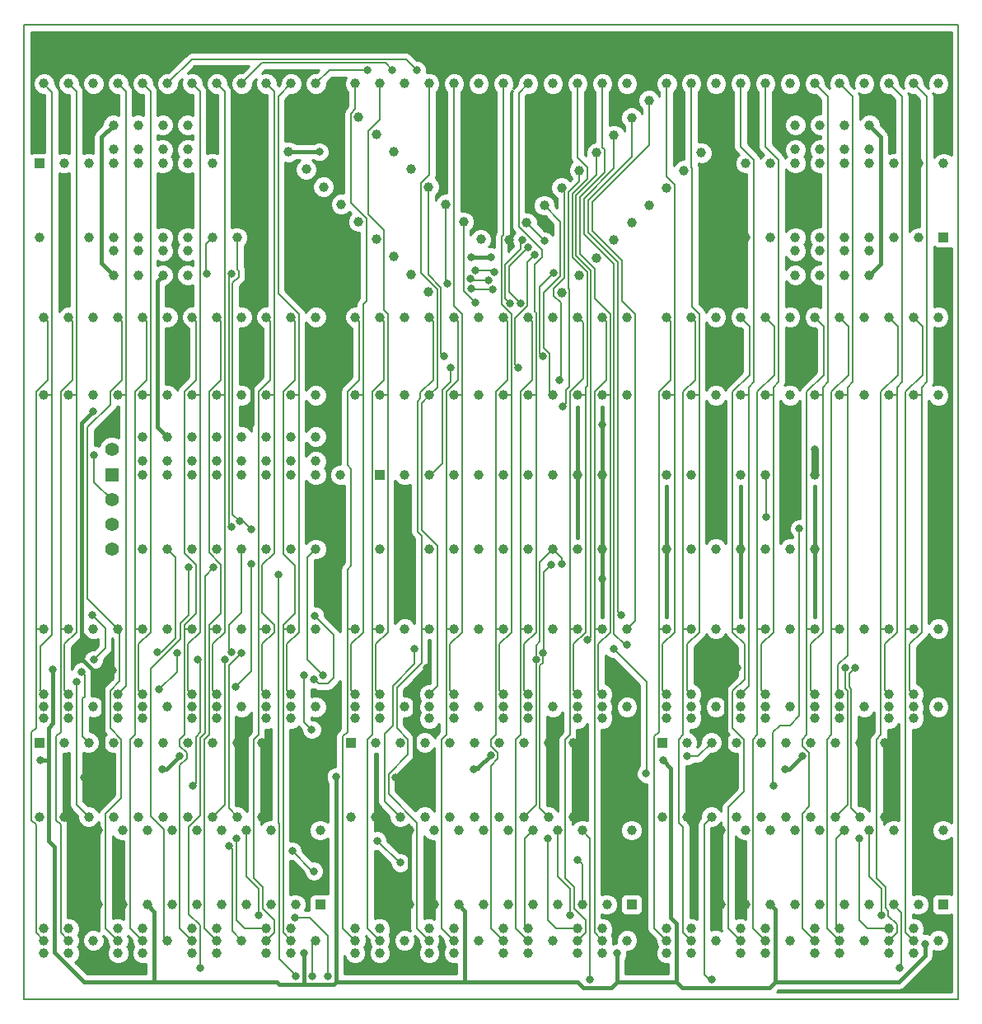
<source format=gtl>
G04 (created by PCBNEW (2013-07-07 BZR 4022)-stable) date 2/5/2014 11:08:06 AM*
%MOIN*%
G04 Gerber Fmt 3.4, Leading zero omitted, Abs format*
%FSLAX34Y34*%
G01*
G70*
G90*
G04 APERTURE LIST*
%ADD10C,0.00590551*%
%ADD11C,0.0393701*%
%ADD12R,0.0393701X0.0393701*%
%ADD13R,0.055X0.055*%
%ADD14C,0.055*%
%ADD15C,0.0314961*%
%ADD16C,0.015748*%
%ADD17C,0.0314961*%
%ADD18C,0.008*%
%ADD19C,0.01*%
G04 APERTURE END LIST*
G54D10*
X6299Y-45275D02*
X6299Y-5905D01*
X44094Y-45275D02*
X6299Y-45275D01*
X44094Y-5905D02*
X44094Y-45275D01*
X6299Y-5905D02*
X44094Y-5905D01*
G54D11*
X38291Y-27085D03*
X37291Y-27085D03*
X36291Y-27085D03*
X35291Y-27085D03*
X34291Y-27085D03*
X33291Y-27085D03*
X32295Y-27085D03*
X32295Y-24085D03*
X33291Y-24085D03*
X34291Y-24085D03*
X35291Y-24085D03*
X36291Y-24085D03*
X37291Y-24085D03*
X38291Y-24085D03*
X37503Y-10935D03*
X37503Y-9951D03*
X38503Y-10935D03*
X38503Y-9951D03*
X39503Y-10935D03*
X39503Y-9951D03*
X40503Y-10935D03*
X40503Y-9951D03*
X18094Y-23535D03*
X18094Y-22551D03*
X17094Y-23535D03*
X17094Y-22551D03*
X16094Y-23535D03*
X16094Y-22551D03*
X15094Y-23535D03*
X15094Y-22551D03*
X14094Y-23535D03*
X14094Y-22551D03*
X13094Y-23535D03*
X13094Y-22551D03*
X12094Y-23535D03*
X12094Y-22551D03*
X11094Y-23535D03*
X11094Y-22551D03*
X37503Y-15035D03*
X37503Y-16019D03*
X38503Y-15035D03*
X38503Y-16019D03*
X39503Y-15035D03*
X39503Y-16019D03*
X40503Y-15035D03*
X40503Y-16019D03*
X12917Y-10935D03*
X12917Y-9951D03*
X11917Y-10935D03*
X11917Y-9951D03*
X10917Y-10935D03*
X10917Y-9951D03*
X9917Y-10935D03*
X9917Y-9951D03*
X12917Y-15035D03*
X12917Y-16019D03*
X11917Y-15035D03*
X11917Y-16019D03*
X10917Y-15035D03*
X10917Y-16019D03*
X9917Y-15035D03*
X9917Y-16019D03*
X22661Y-16684D03*
X21954Y-15977D03*
X21247Y-15270D03*
X20540Y-14563D03*
X19833Y-13855D03*
X19125Y-13148D03*
X18418Y-12441D03*
X17711Y-11734D03*
X17004Y-11027D03*
X19125Y-8906D03*
X19833Y-9613D03*
X20540Y-10320D03*
X21247Y-11027D03*
X21954Y-11734D03*
X22661Y-12441D03*
X23368Y-13148D03*
X24075Y-13855D03*
X24782Y-14563D03*
X11094Y-24090D03*
X12094Y-24090D03*
X13094Y-24090D03*
X14094Y-24090D03*
X15094Y-24090D03*
X16094Y-24090D03*
X17094Y-24090D03*
X18094Y-24090D03*
X19094Y-24090D03*
X19094Y-27090D03*
X18094Y-27090D03*
X17094Y-27090D03*
X16094Y-27090D03*
X15094Y-27090D03*
X14094Y-27090D03*
X13094Y-27090D03*
X12094Y-27090D03*
X11094Y-27090D03*
X33706Y-11067D03*
X32999Y-11774D03*
X32292Y-12481D03*
X31585Y-13188D03*
X30877Y-13896D03*
X30170Y-14603D03*
X29463Y-15310D03*
X28756Y-16017D03*
X28049Y-16724D03*
X25928Y-14603D03*
X26635Y-13896D03*
X27342Y-13188D03*
X28049Y-12481D03*
X28756Y-11774D03*
X29463Y-11067D03*
X30170Y-10360D03*
X30877Y-9653D03*
X31585Y-8946D03*
G54D12*
X6917Y-11492D03*
G54D11*
X7917Y-11492D03*
X8917Y-11492D03*
X9917Y-11492D03*
X10917Y-11492D03*
X11917Y-11492D03*
X12917Y-11492D03*
X13917Y-11492D03*
X14917Y-11492D03*
X15917Y-11492D03*
X6917Y-14492D03*
X7917Y-14492D03*
X8917Y-14492D03*
X9917Y-14492D03*
X10917Y-14492D03*
X11917Y-14492D03*
X12917Y-14492D03*
X13917Y-14492D03*
X14917Y-14492D03*
X15917Y-14492D03*
G54D12*
X19515Y-34917D03*
G54D11*
X20515Y-34917D03*
X21515Y-34917D03*
X22515Y-34917D03*
X23515Y-34917D03*
X24515Y-34917D03*
X25515Y-34917D03*
X26515Y-34917D03*
X27515Y-34917D03*
X28515Y-34917D03*
X19515Y-37917D03*
X20515Y-37917D03*
X21515Y-37917D03*
X22515Y-37917D03*
X23515Y-37917D03*
X24515Y-37917D03*
X25515Y-37917D03*
X26515Y-37917D03*
X27515Y-37917D03*
X28515Y-37917D03*
G54D12*
X30877Y-41460D03*
G54D11*
X29877Y-41460D03*
X28877Y-41460D03*
X27877Y-41460D03*
X26877Y-41460D03*
X25877Y-41460D03*
X24877Y-41460D03*
X23877Y-41460D03*
X22877Y-41460D03*
X21877Y-41460D03*
X30877Y-38460D03*
X29877Y-38460D03*
X28877Y-38460D03*
X27877Y-38460D03*
X26877Y-38460D03*
X25877Y-38460D03*
X24877Y-38460D03*
X23877Y-38460D03*
X22877Y-38460D03*
X21877Y-38460D03*
G54D12*
X32114Y-34917D03*
G54D11*
X33114Y-34917D03*
X34114Y-34917D03*
X35114Y-34917D03*
X36114Y-34917D03*
X37114Y-34917D03*
X38114Y-34917D03*
X39114Y-34917D03*
X40114Y-34917D03*
X41114Y-34917D03*
X32114Y-37917D03*
X33114Y-37917D03*
X34114Y-37917D03*
X35114Y-37917D03*
X36114Y-37917D03*
X37114Y-37917D03*
X38114Y-37917D03*
X39114Y-37917D03*
X40114Y-37917D03*
X41114Y-37917D03*
G54D12*
X43476Y-41460D03*
G54D11*
X42476Y-41460D03*
X41476Y-41460D03*
X40476Y-41460D03*
X39476Y-41460D03*
X38476Y-41460D03*
X37476Y-41460D03*
X36476Y-41460D03*
X35476Y-41460D03*
X34476Y-41460D03*
X43476Y-38460D03*
X42476Y-38460D03*
X41476Y-38460D03*
X40476Y-38460D03*
X39476Y-38460D03*
X38476Y-38460D03*
X37476Y-38460D03*
X36476Y-38460D03*
X35476Y-38460D03*
X34476Y-38460D03*
G54D12*
X18279Y-41460D03*
G54D11*
X17279Y-41460D03*
X16279Y-41460D03*
X15279Y-41460D03*
X14279Y-41460D03*
X13279Y-41460D03*
X12279Y-41460D03*
X11279Y-41460D03*
X10279Y-41460D03*
X9279Y-41460D03*
X18279Y-38460D03*
X17279Y-38460D03*
X16279Y-38460D03*
X15279Y-38460D03*
X14279Y-38460D03*
X13279Y-38460D03*
X12279Y-38460D03*
X11279Y-38460D03*
X10279Y-38460D03*
X9279Y-38460D03*
G54D12*
X43503Y-14492D03*
G54D11*
X42503Y-14492D03*
X41503Y-14492D03*
X40503Y-14492D03*
X39503Y-14492D03*
X38503Y-14492D03*
X37503Y-14492D03*
X36503Y-14492D03*
X35503Y-14492D03*
X34503Y-14492D03*
X43503Y-11492D03*
X42503Y-11492D03*
X41503Y-11492D03*
X40503Y-11492D03*
X39503Y-11492D03*
X38503Y-11492D03*
X37503Y-11492D03*
X36503Y-11492D03*
X35503Y-11492D03*
X34503Y-11492D03*
G54D12*
X20692Y-24090D03*
G54D11*
X21692Y-24090D03*
X22692Y-24090D03*
X23692Y-24090D03*
X24692Y-24090D03*
X25692Y-24090D03*
X26692Y-24090D03*
X27692Y-24090D03*
X28692Y-24090D03*
X29692Y-24090D03*
X20692Y-27090D03*
X21692Y-27090D03*
X22692Y-27090D03*
X23692Y-27090D03*
X24692Y-27090D03*
X25692Y-27090D03*
X26692Y-27090D03*
X27692Y-27090D03*
X28692Y-27090D03*
X29692Y-27090D03*
G54D12*
X6917Y-34917D03*
G54D11*
X7917Y-34917D03*
X8917Y-34917D03*
X9917Y-34917D03*
X10917Y-34917D03*
X11917Y-34917D03*
X12917Y-34917D03*
X13917Y-34917D03*
X14917Y-34917D03*
X15917Y-34917D03*
X6917Y-37917D03*
X7917Y-37917D03*
X8917Y-37917D03*
X9917Y-37917D03*
X10917Y-37917D03*
X11917Y-37917D03*
X12917Y-37917D03*
X13917Y-37917D03*
X14917Y-37917D03*
X15917Y-37917D03*
G54D13*
X9842Y-22047D03*
G54D14*
X9842Y-23047D03*
G54D11*
X19696Y-32956D03*
X19696Y-33940D03*
X14094Y-42437D03*
X14094Y-43421D03*
X20692Y-42437D03*
X20692Y-43421D03*
X23692Y-42437D03*
X23692Y-43421D03*
X26692Y-42437D03*
X26692Y-43421D03*
X29692Y-42437D03*
X29692Y-43421D03*
X29692Y-32956D03*
X29692Y-33940D03*
X26692Y-32956D03*
X26692Y-33940D03*
X23692Y-32956D03*
X23692Y-33940D03*
X20692Y-32956D03*
X20692Y-33940D03*
X11094Y-42437D03*
X11094Y-43421D03*
X32291Y-42437D03*
X32291Y-43421D03*
X35291Y-42437D03*
X35291Y-43421D03*
X38291Y-42437D03*
X38291Y-43421D03*
X41291Y-42437D03*
X41291Y-43421D03*
X41291Y-32956D03*
X41291Y-33940D03*
X38291Y-32956D03*
X38291Y-33940D03*
X35291Y-32956D03*
X35291Y-33940D03*
X32295Y-32956D03*
X32295Y-33940D03*
X8094Y-42437D03*
X8094Y-43421D03*
X11094Y-32956D03*
X11094Y-33940D03*
X8094Y-32956D03*
X8094Y-33940D03*
X14094Y-32956D03*
X14094Y-33940D03*
X17094Y-32956D03*
X17094Y-33940D03*
X17094Y-42437D03*
X17094Y-43421D03*
X19692Y-42437D03*
X19692Y-43421D03*
X22692Y-42437D03*
X22692Y-43421D03*
X25692Y-42437D03*
X25692Y-43421D03*
X28692Y-42437D03*
X28692Y-43421D03*
X28692Y-32956D03*
X28692Y-33940D03*
X25692Y-32956D03*
X25692Y-33940D03*
X22692Y-32956D03*
X22692Y-33940D03*
X10094Y-42437D03*
X10094Y-43421D03*
X13094Y-42437D03*
X13094Y-43421D03*
X16094Y-42437D03*
X16094Y-43421D03*
X13094Y-32956D03*
X13094Y-33940D03*
X16094Y-32956D03*
X16094Y-33940D03*
X33291Y-42437D03*
X33291Y-43421D03*
X36291Y-42437D03*
X36291Y-43421D03*
X39291Y-42437D03*
X39291Y-43421D03*
X42291Y-42437D03*
X42291Y-43421D03*
X42291Y-32956D03*
X42291Y-33940D03*
X39291Y-32956D03*
X39291Y-33940D03*
X36291Y-32956D03*
X36291Y-33940D03*
X33291Y-32956D03*
X33291Y-33940D03*
X7098Y-32956D03*
X7098Y-33940D03*
X7094Y-42437D03*
X7094Y-43421D03*
X10094Y-32956D03*
X10094Y-33940D03*
G54D13*
X9842Y-24090D03*
G54D14*
X9842Y-25090D03*
X9842Y-26090D03*
X9842Y-27090D03*
G54D11*
X7098Y-17716D03*
X8094Y-17716D03*
X9094Y-17716D03*
X10094Y-17716D03*
X11094Y-17716D03*
X12094Y-17716D03*
X13094Y-17716D03*
X14094Y-17716D03*
X15094Y-17716D03*
X16094Y-17716D03*
X17094Y-17716D03*
X18094Y-17716D03*
X18094Y-8267D03*
X17094Y-8267D03*
X16094Y-8267D03*
X15094Y-8267D03*
X14094Y-8267D03*
X13094Y-8267D03*
X12094Y-8267D03*
X11094Y-8267D03*
X10094Y-8267D03*
X9094Y-8267D03*
X8094Y-8267D03*
X7098Y-8267D03*
X32295Y-17716D03*
X33291Y-17716D03*
X34291Y-17716D03*
X35291Y-17716D03*
X36291Y-17716D03*
X37291Y-17716D03*
X38291Y-17716D03*
X39291Y-17716D03*
X40291Y-17716D03*
X41291Y-17716D03*
X42291Y-17716D03*
X43291Y-17716D03*
X43291Y-8267D03*
X42291Y-8267D03*
X41291Y-8267D03*
X40291Y-8267D03*
X39291Y-8267D03*
X38291Y-8267D03*
X37291Y-8267D03*
X36291Y-8267D03*
X35291Y-8267D03*
X34291Y-8267D03*
X33291Y-8267D03*
X32295Y-8267D03*
X19696Y-30314D03*
X20692Y-30314D03*
X21692Y-30314D03*
X22692Y-30314D03*
X23692Y-30314D03*
X24692Y-30314D03*
X25692Y-30314D03*
X26692Y-30314D03*
X27692Y-30314D03*
X28692Y-30314D03*
X29692Y-30314D03*
X30692Y-30314D03*
X30692Y-20866D03*
X29692Y-20866D03*
X28692Y-20866D03*
X27692Y-20866D03*
X26692Y-20866D03*
X25692Y-20866D03*
X24692Y-20866D03*
X23692Y-20866D03*
X22692Y-20866D03*
X21692Y-20866D03*
X20692Y-20866D03*
X19696Y-20866D03*
X32295Y-30314D03*
X33291Y-30314D03*
X34291Y-30314D03*
X35291Y-30314D03*
X36291Y-30314D03*
X37291Y-30314D03*
X38291Y-30314D03*
X39291Y-30314D03*
X40291Y-30314D03*
X41291Y-30314D03*
X42291Y-30314D03*
X43291Y-30314D03*
X43291Y-20866D03*
X42291Y-20866D03*
X41291Y-20866D03*
X40291Y-20866D03*
X39291Y-20866D03*
X38291Y-20866D03*
X37291Y-20866D03*
X36291Y-20866D03*
X35291Y-20866D03*
X34291Y-20866D03*
X33291Y-20866D03*
X32295Y-20866D03*
X7098Y-42913D03*
X8094Y-42913D03*
X9094Y-42913D03*
X10094Y-42913D03*
X11094Y-42913D03*
X12094Y-42913D03*
X13094Y-42913D03*
X14094Y-42913D03*
X15094Y-42913D03*
X16094Y-42913D03*
X17094Y-42913D03*
X18094Y-42913D03*
X18094Y-33464D03*
X17094Y-33464D03*
X16094Y-33464D03*
X15094Y-33464D03*
X14094Y-33464D03*
X13094Y-33464D03*
X12094Y-33464D03*
X11094Y-33464D03*
X10094Y-33464D03*
X9094Y-33464D03*
X8094Y-33464D03*
X7098Y-33464D03*
X19696Y-17716D03*
X20692Y-17716D03*
X21692Y-17716D03*
X22692Y-17716D03*
X23692Y-17716D03*
X24692Y-17716D03*
X25692Y-17716D03*
X26692Y-17716D03*
X27692Y-17716D03*
X28692Y-17716D03*
X29692Y-17716D03*
X30692Y-17716D03*
X30692Y-8267D03*
X29692Y-8267D03*
X28692Y-8267D03*
X27692Y-8267D03*
X26692Y-8267D03*
X25692Y-8267D03*
X24692Y-8267D03*
X23692Y-8267D03*
X22692Y-8267D03*
X21692Y-8267D03*
X20692Y-8267D03*
X19696Y-8267D03*
X19696Y-42913D03*
X20692Y-42913D03*
X21692Y-42913D03*
X22692Y-42913D03*
X23692Y-42913D03*
X24692Y-42913D03*
X25692Y-42913D03*
X26692Y-42913D03*
X27692Y-42913D03*
X28692Y-42913D03*
X29692Y-42913D03*
X30692Y-42913D03*
X30692Y-33464D03*
X29692Y-33464D03*
X28692Y-33464D03*
X27692Y-33464D03*
X26692Y-33464D03*
X25692Y-33464D03*
X24692Y-33464D03*
X23692Y-33464D03*
X22692Y-33464D03*
X21692Y-33464D03*
X20692Y-33464D03*
X19696Y-33464D03*
X32295Y-42913D03*
X33291Y-42913D03*
X34291Y-42913D03*
X35291Y-42913D03*
X36291Y-42913D03*
X37291Y-42913D03*
X38291Y-42913D03*
X39291Y-42913D03*
X40291Y-42913D03*
X41291Y-42913D03*
X42291Y-42913D03*
X43291Y-42913D03*
X43291Y-33464D03*
X42291Y-33464D03*
X41291Y-33464D03*
X40291Y-33464D03*
X39291Y-33464D03*
X38291Y-33464D03*
X37291Y-33464D03*
X36291Y-33464D03*
X35291Y-33464D03*
X34291Y-33464D03*
X33291Y-33464D03*
X32295Y-33464D03*
X7098Y-30314D03*
X8094Y-30314D03*
X9094Y-30314D03*
X10094Y-30314D03*
X11094Y-30314D03*
X12094Y-30314D03*
X13094Y-30314D03*
X14094Y-30314D03*
X15094Y-30314D03*
X16094Y-30314D03*
X17094Y-30314D03*
X18094Y-30314D03*
X18094Y-20866D03*
X17094Y-20866D03*
X16094Y-20866D03*
X15094Y-20866D03*
X14094Y-20866D03*
X13094Y-20866D03*
X12094Y-20866D03*
X11094Y-20866D03*
X10094Y-20866D03*
X9094Y-20866D03*
X8094Y-20866D03*
X7098Y-20866D03*
G54D15*
X17622Y-43437D03*
X24476Y-35980D03*
X18917Y-36303D03*
X25173Y-35429D03*
X32153Y-35629D03*
X30299Y-43433D03*
X42763Y-43047D03*
X38291Y-23047D03*
X37791Y-35448D03*
X37078Y-35980D03*
X7460Y-31960D03*
X6956Y-35629D03*
X25181Y-15279D03*
X24401Y-15275D03*
X18240Y-11031D03*
X11881Y-35980D03*
X12594Y-35448D03*
X9137Y-23303D03*
X18578Y-44366D03*
X17255Y-41980D03*
X34110Y-44503D03*
X34637Y-9389D03*
X29704Y-22047D03*
X29688Y-28307D03*
X15460Y-22047D03*
X9102Y-21511D03*
X34291Y-22047D03*
X37291Y-22047D03*
X33925Y-36314D03*
X35161Y-31881D03*
X21326Y-36311D03*
X22586Y-31877D03*
X8728Y-36318D03*
X9889Y-31984D03*
X17283Y-34917D03*
X42476Y-34917D03*
X29874Y-34921D03*
X40988Y-41877D03*
X15791Y-41877D03*
X22192Y-7720D03*
X30456Y-29759D03*
X21188Y-7720D03*
X20192Y-7720D03*
X30696Y-30948D03*
X24547Y-17122D03*
X23413Y-16350D03*
X23291Y-19303D03*
X14877Y-38791D03*
X29090Y-30771D03*
X27476Y-38787D03*
X27358Y-14622D03*
X26960Y-15181D03*
X26291Y-19751D03*
X27972Y-20263D03*
X28094Y-21318D03*
X8625Y-32043D03*
X9110Y-31562D03*
X9043Y-29744D03*
X23570Y-19751D03*
X27291Y-19303D03*
X27716Y-15940D03*
X25330Y-15877D03*
X24547Y-15818D03*
X22094Y-31122D03*
X30141Y-31122D03*
X33129Y-35460D03*
X31472Y-36173D03*
X17937Y-34385D03*
X17633Y-32200D03*
X8413Y-32468D03*
X41732Y-44039D03*
X29188Y-44500D03*
X28704Y-39645D03*
X21515Y-39767D03*
X20586Y-38877D03*
X18023Y-40110D03*
X17153Y-39295D03*
X36633Y-36665D03*
X37669Y-26267D03*
X36311Y-25799D03*
X18035Y-32354D03*
X18062Y-29783D03*
X14866Y-32649D03*
X15496Y-27688D03*
X11763Y-32767D03*
X12484Y-31279D03*
X14692Y-31267D03*
X14598Y-39098D03*
X13137Y-36657D03*
X13326Y-31559D03*
X11685Y-31267D03*
X17940Y-44342D03*
X17295Y-44342D03*
X16574Y-28125D03*
X12960Y-27838D03*
X13413Y-44023D03*
X13968Y-27830D03*
X18405Y-32200D03*
X40074Y-38791D03*
X28389Y-41877D03*
X15496Y-26303D03*
X15019Y-25968D03*
X27633Y-27716D03*
X39913Y-31881D03*
X15090Y-31283D03*
X27291Y-31283D03*
X24389Y-16562D03*
X26374Y-17149D03*
X26677Y-14901D03*
X25271Y-16574D03*
X28062Y-27704D03*
X13704Y-15956D03*
X14696Y-15956D03*
X14692Y-26200D03*
X27011Y-31562D03*
X14413Y-31562D03*
X39515Y-31877D03*
X24354Y-16165D03*
X25972Y-17145D03*
X26444Y-14578D03*
X25106Y-16208D03*
G54D16*
X17622Y-44649D02*
X17665Y-44692D01*
X17622Y-43437D02*
X17622Y-44649D01*
X16633Y-44692D02*
X17665Y-44692D01*
X17665Y-44692D02*
X18814Y-44692D01*
X11633Y-44590D02*
X16531Y-44590D01*
X11562Y-44590D02*
X11633Y-44590D01*
X18814Y-44692D02*
X18917Y-44590D01*
X16531Y-44590D02*
X16633Y-44692D01*
X11279Y-41460D02*
X11562Y-41744D01*
X11562Y-41744D02*
X11562Y-44590D01*
X23877Y-41460D02*
X24133Y-41716D01*
X24133Y-41716D02*
X24133Y-44586D01*
X7618Y-43488D02*
X7531Y-43401D01*
X7275Y-38877D02*
X7275Y-35629D01*
X7452Y-39055D02*
X7275Y-38877D01*
X7531Y-39133D02*
X7452Y-39055D01*
X7531Y-43401D02*
X7531Y-39133D01*
X24663Y-35938D02*
X24517Y-35938D01*
X24517Y-35938D02*
X24476Y-35980D01*
X18917Y-36303D02*
X18917Y-43842D01*
X18917Y-43842D02*
X18917Y-44590D01*
X24657Y-35944D02*
X24663Y-35938D01*
X24663Y-35938D02*
X25173Y-35429D01*
X11456Y-44590D02*
X11562Y-44590D01*
X32700Y-44590D02*
X32937Y-44826D01*
X36444Y-44826D02*
X36681Y-44590D01*
X32937Y-44826D02*
X36444Y-44826D01*
X24133Y-44586D02*
X28681Y-44586D01*
X30051Y-44826D02*
X30299Y-44578D01*
X28921Y-44826D02*
X30051Y-44826D01*
X28681Y-44586D02*
X28921Y-44826D01*
X32472Y-41476D02*
X32472Y-42000D01*
X30299Y-44590D02*
X32700Y-44590D01*
X30299Y-44590D02*
X30299Y-44578D01*
X32472Y-42000D02*
X32700Y-42228D01*
X32700Y-42228D02*
X32700Y-44590D01*
X32153Y-35629D02*
X32472Y-35948D01*
X32472Y-35948D02*
X32472Y-41476D01*
X36681Y-44590D02*
X36681Y-42822D01*
X36681Y-41665D02*
X36681Y-42822D01*
X36681Y-41665D02*
X36476Y-41460D01*
X30299Y-44578D02*
X30299Y-43433D01*
X24133Y-44590D02*
X24133Y-44586D01*
X18917Y-44590D02*
X24133Y-44590D01*
X7909Y-43779D02*
X8720Y-44590D01*
X42763Y-43515D02*
X42763Y-43047D01*
X41688Y-44590D02*
X42763Y-43515D01*
X36681Y-44590D02*
X41688Y-44590D01*
X7909Y-43779D02*
X7618Y-43488D01*
X8720Y-44590D02*
X11456Y-44590D01*
G54D17*
X38291Y-24085D02*
X38291Y-23047D01*
G54D16*
X37259Y-35980D02*
X37791Y-35448D01*
X37078Y-35980D02*
X37259Y-35980D01*
X11917Y-16019D02*
X11685Y-16251D01*
X11685Y-22141D02*
X12094Y-22551D01*
X11685Y-16251D02*
X11685Y-22141D01*
X40503Y-9951D02*
X40968Y-10415D01*
X40968Y-15555D02*
X40503Y-16019D01*
X40968Y-10415D02*
X40968Y-15555D01*
X9917Y-16019D02*
X9433Y-15535D01*
X9433Y-10435D02*
X9917Y-9951D01*
X9433Y-15535D02*
X9433Y-10435D01*
X7275Y-35153D02*
X7275Y-34314D01*
X7275Y-34314D02*
X7456Y-34133D01*
X7456Y-34133D02*
X7456Y-31964D01*
X7456Y-31964D02*
X7460Y-31960D01*
X7275Y-35153D02*
X7275Y-35629D01*
X6956Y-35629D02*
X7275Y-35629D01*
X7618Y-43488D02*
X7616Y-43486D01*
X17004Y-11027D02*
X18236Y-11027D01*
X24405Y-15279D02*
X25181Y-15279D01*
X24401Y-15275D02*
X24405Y-15279D01*
X18236Y-11027D02*
X18240Y-11031D01*
X11881Y-35980D02*
X12062Y-35980D01*
X12062Y-35980D02*
X12594Y-35448D01*
G54D18*
X9137Y-24385D02*
X9842Y-25090D01*
X9137Y-23303D02*
X9137Y-24385D01*
X18578Y-44366D02*
X18578Y-42712D01*
X18578Y-42712D02*
X17846Y-41980D01*
X17846Y-41980D02*
X17255Y-41980D01*
X34035Y-44503D02*
X33814Y-44283D01*
X34110Y-44503D02*
X34035Y-44503D01*
X34114Y-37917D02*
X33814Y-38216D01*
X33814Y-38216D02*
X33814Y-44283D01*
G54D16*
X34503Y-9523D02*
X34503Y-11492D01*
X34637Y-9389D02*
X34503Y-9523D01*
X29692Y-24090D02*
X29704Y-24078D01*
X29704Y-24078D02*
X29704Y-22047D01*
X29688Y-27094D02*
X29692Y-27090D01*
X29688Y-28307D02*
X29688Y-27094D01*
X9279Y-41460D02*
X9279Y-38460D01*
X21877Y-41460D02*
X21877Y-38460D01*
X34476Y-41460D02*
X34476Y-38460D01*
X29692Y-27090D02*
X29692Y-24090D01*
X15917Y-14492D02*
X15598Y-14811D01*
X15511Y-21996D02*
X15460Y-22047D01*
X15511Y-20350D02*
X15511Y-21996D01*
X15598Y-20263D02*
X15511Y-20350D01*
X15598Y-14811D02*
X15598Y-20263D01*
X34503Y-14492D02*
X34503Y-11492D01*
X15917Y-14492D02*
X15917Y-11492D01*
X9484Y-32389D02*
X8633Y-31539D01*
X8633Y-21980D02*
X9102Y-21511D01*
X8633Y-31539D02*
X8633Y-21980D01*
G54D17*
X34291Y-24085D02*
X34291Y-22047D01*
X37291Y-24085D02*
X37291Y-22047D01*
G54D16*
X34681Y-32385D02*
X35086Y-31980D01*
X33925Y-36314D02*
X34681Y-35559D01*
X34681Y-35559D02*
X34681Y-32385D01*
X35086Y-31956D02*
X35086Y-31980D01*
X35161Y-31881D02*
X35086Y-31956D01*
X22488Y-31976D02*
X22586Y-31877D01*
X22082Y-35555D02*
X22082Y-32381D01*
X21326Y-36311D02*
X22082Y-35555D01*
X22082Y-32381D02*
X22488Y-31976D01*
X9484Y-35562D02*
X9484Y-32389D01*
X8728Y-36318D02*
X9484Y-35562D01*
X9484Y-32389D02*
X9889Y-31984D01*
X15917Y-37917D02*
X15917Y-34917D01*
X17279Y-38460D02*
X17279Y-34921D01*
G54D18*
X17279Y-34921D02*
X17283Y-34917D01*
X42476Y-35082D02*
X42476Y-34917D01*
G54D16*
X42476Y-38460D02*
X42476Y-35082D01*
X29877Y-38460D02*
X29877Y-34925D01*
G54D18*
X29877Y-34925D02*
X29874Y-34921D01*
G54D16*
X28515Y-37917D02*
X28515Y-34917D01*
X41114Y-37917D02*
X41114Y-34917D01*
G54D18*
X22692Y-30314D02*
X22374Y-30314D01*
X22374Y-30314D02*
X22374Y-30311D01*
X22374Y-29996D02*
X22374Y-30311D01*
X22374Y-30311D02*
X22374Y-31677D01*
X22338Y-20767D02*
X22338Y-20994D01*
X22338Y-20994D02*
X22214Y-21118D01*
X22214Y-21118D02*
X22214Y-26385D01*
X22214Y-26385D02*
X22374Y-26545D01*
X22374Y-26545D02*
X22374Y-29996D01*
X22692Y-17716D02*
X22851Y-17875D01*
X22851Y-17875D02*
X22851Y-20254D01*
X22851Y-20254D02*
X22338Y-20767D01*
X22196Y-42417D02*
X22692Y-42913D01*
X22196Y-38145D02*
X22196Y-42417D01*
X21043Y-36992D02*
X22196Y-38145D01*
X21043Y-36188D02*
X21043Y-36992D01*
X21834Y-35397D02*
X21043Y-36188D01*
X21834Y-34783D02*
X21834Y-35397D01*
X21374Y-34322D02*
X21834Y-34783D01*
X21374Y-32677D02*
X21374Y-34322D01*
X22374Y-31677D02*
X21374Y-32677D01*
X40988Y-40826D02*
X40988Y-41877D01*
X40523Y-40362D02*
X40988Y-40826D01*
X40476Y-40314D02*
X40523Y-40362D01*
X40476Y-38460D02*
X40476Y-40314D01*
X39476Y-38460D02*
X39153Y-38783D01*
X39153Y-42299D02*
X39291Y-42437D01*
X39153Y-38783D02*
X39153Y-42299D01*
X15279Y-38460D02*
X15279Y-40314D01*
X15326Y-40362D02*
X15791Y-40826D01*
X15791Y-40826D02*
X15791Y-41877D01*
X15279Y-40314D02*
X15326Y-40362D01*
X13775Y-30157D02*
X14253Y-29679D01*
X14253Y-27714D02*
X13775Y-27236D01*
X14253Y-29679D02*
X14253Y-27714D01*
X14094Y-30314D02*
X13775Y-30314D01*
X14094Y-17716D02*
X14253Y-17875D01*
X14253Y-17875D02*
X14253Y-20254D01*
X14253Y-20254D02*
X13775Y-20732D01*
X13775Y-20732D02*
X13775Y-27236D01*
X13598Y-42417D02*
X14094Y-42913D01*
X13598Y-34783D02*
X13598Y-42417D01*
X13775Y-34606D02*
X13598Y-34783D01*
X13775Y-30157D02*
X13775Y-30192D01*
X13775Y-30192D02*
X13775Y-30314D01*
X13775Y-30314D02*
X13775Y-34606D01*
X8094Y-30314D02*
X7775Y-30314D01*
X7775Y-29996D02*
X7775Y-30314D01*
X7775Y-30314D02*
X7775Y-30633D01*
X7775Y-42594D02*
X7775Y-38228D01*
X7775Y-38228D02*
X7598Y-38051D01*
X7598Y-38051D02*
X7598Y-34673D01*
X7598Y-34673D02*
X7775Y-34496D01*
X7775Y-34496D02*
X7775Y-30633D01*
X8094Y-42913D02*
X7775Y-42594D01*
X8095Y-17716D02*
X8253Y-17874D01*
X8253Y-17874D02*
X8253Y-20254D01*
X8253Y-20254D02*
X7775Y-20732D01*
X7775Y-20732D02*
X7775Y-29996D01*
X8095Y-17716D02*
X8094Y-17716D01*
X13081Y-7280D02*
X12094Y-8267D01*
X21753Y-7280D02*
X13081Y-7280D01*
X22192Y-7720D02*
X21753Y-7280D01*
X13094Y-32956D02*
X12935Y-32797D01*
X12935Y-30926D02*
X13413Y-30448D01*
X12935Y-32797D02*
X12935Y-30926D01*
X13094Y-20866D02*
X13413Y-20866D01*
X13413Y-20547D02*
X13413Y-20866D01*
X13413Y-20866D02*
X13413Y-30448D01*
X13413Y-8586D02*
X13413Y-20547D01*
X13094Y-8267D02*
X13413Y-8586D01*
X14094Y-32956D02*
X13935Y-32797D01*
X13935Y-30926D02*
X14413Y-30448D01*
X13935Y-32797D02*
X13935Y-30926D01*
X14094Y-20866D02*
X14413Y-20866D01*
X14413Y-20547D02*
X14413Y-20866D01*
X14413Y-20866D02*
X14413Y-30448D01*
X14413Y-20547D02*
X14413Y-8586D01*
X14094Y-8267D02*
X14413Y-8586D01*
X30877Y-11226D02*
X29116Y-12988D01*
X29116Y-12988D02*
X29116Y-14283D01*
X29116Y-14283D02*
X30331Y-15499D01*
X30331Y-15499D02*
X30331Y-29634D01*
X30331Y-29634D02*
X30456Y-29759D01*
X30877Y-9653D02*
X30877Y-11226D01*
X15921Y-7440D02*
X15094Y-8267D01*
X20909Y-7440D02*
X15921Y-7440D01*
X21188Y-7720D02*
X20909Y-7440D01*
X16413Y-30145D02*
X15935Y-29667D01*
X15935Y-27729D02*
X16413Y-27251D01*
X15935Y-29667D02*
X15935Y-27729D01*
X16094Y-32956D02*
X15935Y-32797D01*
X15935Y-30926D02*
X16413Y-30448D01*
X15935Y-32797D02*
X15935Y-30926D01*
X16094Y-20866D02*
X16413Y-20866D01*
X16413Y-20547D02*
X16413Y-20866D01*
X16413Y-20866D02*
X16413Y-27251D01*
X16413Y-30145D02*
X16413Y-30448D01*
X16413Y-8586D02*
X16413Y-20547D01*
X16094Y-8267D02*
X16413Y-8586D01*
X6942Y-32801D02*
X6942Y-31029D01*
X7417Y-30443D02*
X7417Y-21185D01*
X7417Y-21185D02*
X7413Y-21181D01*
X7413Y-21181D02*
X7413Y-20866D01*
X7417Y-30555D02*
X7417Y-30443D01*
X6942Y-31029D02*
X7417Y-30555D01*
X7098Y-32956D02*
X6942Y-32801D01*
X6942Y-32801D02*
X6939Y-32797D01*
X7405Y-8574D02*
X7417Y-8586D01*
X7417Y-8586D02*
X7417Y-20547D01*
X7417Y-20547D02*
X7413Y-20551D01*
X7413Y-20551D02*
X7413Y-20866D01*
X7098Y-20866D02*
X7413Y-20866D01*
X7098Y-8267D02*
X7405Y-8574D01*
X7405Y-8574D02*
X7413Y-8582D01*
X17094Y-32956D02*
X16935Y-32797D01*
X16935Y-30926D02*
X17413Y-30448D01*
X16935Y-32797D02*
X16935Y-30926D01*
X17094Y-20866D02*
X17413Y-20866D01*
X16573Y-8788D02*
X16573Y-16742D01*
X17094Y-8267D02*
X16573Y-8788D01*
X17413Y-17582D02*
X17413Y-20866D01*
X17413Y-20866D02*
X17413Y-30448D01*
X16573Y-16742D02*
X17413Y-17582D01*
X8094Y-20866D02*
X8413Y-20866D01*
X8413Y-20547D02*
X8413Y-20866D01*
X8413Y-20866D02*
X8413Y-21185D01*
X8413Y-8586D02*
X8413Y-20547D01*
X8094Y-8267D02*
X8413Y-8586D01*
X8413Y-21185D02*
X8413Y-30447D01*
X8413Y-30447D02*
X7935Y-30925D01*
X7935Y-30925D02*
X7935Y-32797D01*
X7935Y-32797D02*
X8094Y-32956D01*
X18641Y-7720D02*
X18094Y-8267D01*
X20192Y-7720D02*
X18641Y-7720D01*
X10094Y-20866D02*
X10413Y-20866D01*
X10413Y-20547D02*
X10413Y-20866D01*
X10413Y-20866D02*
X10413Y-21185D01*
X10413Y-8586D02*
X10413Y-20547D01*
X10094Y-8267D02*
X10413Y-8586D01*
X10413Y-21185D02*
X10413Y-32637D01*
X10413Y-32637D02*
X10094Y-32956D01*
X16775Y-30169D02*
X17253Y-29691D01*
X17253Y-27757D02*
X16775Y-27279D01*
X17253Y-29691D02*
X17253Y-27757D01*
X17094Y-30314D02*
X16775Y-30314D01*
X17094Y-17716D02*
X17253Y-17875D01*
X17253Y-17875D02*
X17253Y-20250D01*
X17253Y-20250D02*
X16775Y-20728D01*
X16775Y-20728D02*
X16775Y-27279D01*
X16775Y-42594D02*
X17094Y-42913D01*
X16775Y-30169D02*
X16775Y-30314D01*
X16775Y-30314D02*
X16775Y-42594D01*
X16094Y-30314D02*
X15775Y-30314D01*
X16094Y-17716D02*
X16253Y-17875D01*
X16413Y-42594D02*
X16094Y-42913D01*
X16413Y-42102D02*
X16413Y-42594D01*
X15951Y-41640D02*
X16413Y-42102D01*
X15951Y-40760D02*
X15951Y-41640D01*
X15598Y-40407D02*
X15951Y-40760D01*
X15598Y-34783D02*
X15598Y-40407D01*
X15775Y-34606D02*
X15598Y-34783D01*
X15775Y-20732D02*
X15775Y-30314D01*
X15775Y-30314D02*
X15775Y-34606D01*
X16253Y-20254D02*
X15775Y-20732D01*
X16253Y-17875D02*
X16253Y-20254D01*
X30170Y-11707D02*
X28956Y-12922D01*
X28956Y-12922D02*
X28956Y-14349D01*
X28956Y-14349D02*
X30171Y-15565D01*
X30171Y-15565D02*
X30171Y-30510D01*
X30171Y-30510D02*
X30610Y-30948D01*
X30610Y-30948D02*
X30696Y-30948D01*
X30170Y-10360D02*
X30170Y-11707D01*
X24075Y-13855D02*
X24075Y-16650D01*
X24075Y-16650D02*
X24547Y-17122D01*
X23368Y-13148D02*
X23368Y-16305D01*
X23368Y-16305D02*
X23413Y-16350D01*
X11094Y-30314D02*
X10775Y-30314D01*
X10775Y-29996D02*
X10775Y-30314D01*
X10775Y-30314D02*
X10775Y-34606D01*
X11094Y-17716D02*
X11253Y-17875D01*
X11253Y-20254D02*
X10775Y-20732D01*
X11253Y-17875D02*
X11253Y-20254D01*
X10775Y-20732D02*
X10775Y-29996D01*
X10598Y-42417D02*
X11094Y-42913D01*
X10598Y-34783D02*
X10598Y-42417D01*
X10775Y-34606D02*
X10598Y-34783D01*
X10094Y-30314D02*
X10169Y-30389D01*
X9598Y-42417D02*
X10094Y-42913D01*
X9598Y-37783D02*
X9598Y-42417D01*
X10236Y-37145D02*
X9598Y-37783D01*
X10236Y-34783D02*
X10236Y-37145D01*
X9775Y-34322D02*
X10236Y-34783D01*
X9775Y-32822D02*
X9775Y-34322D01*
X10169Y-32429D02*
X9775Y-32822D01*
X10169Y-30389D02*
X10169Y-32429D01*
X9775Y-21248D02*
X8858Y-22165D01*
X8858Y-29078D02*
X10094Y-30314D01*
X8858Y-22165D02*
X8858Y-29078D01*
X10094Y-17716D02*
X10253Y-17875D01*
X9775Y-20732D02*
X9775Y-21248D01*
X9775Y-21248D02*
X9775Y-21255D01*
X10253Y-20254D02*
X9775Y-20732D01*
X10253Y-17875D02*
X10253Y-20254D01*
X22661Y-12441D02*
X22661Y-16006D01*
X23171Y-19183D02*
X23291Y-19303D01*
X23171Y-16516D02*
X23171Y-19183D01*
X22661Y-16006D02*
X23171Y-16516D01*
X15228Y-42437D02*
X16094Y-42437D01*
X14893Y-42102D02*
X15228Y-42437D01*
X14893Y-40362D02*
X14893Y-42102D01*
X14877Y-40346D02*
X14893Y-40362D01*
X14877Y-38791D02*
X14877Y-40346D01*
X12775Y-30153D02*
X13253Y-29675D01*
X13253Y-27729D02*
X12775Y-27251D01*
X13253Y-29675D02*
X13253Y-27729D01*
X13094Y-30314D02*
X12775Y-30314D01*
X13094Y-17716D02*
X13253Y-17875D01*
X13253Y-17875D02*
X13253Y-20254D01*
X13253Y-20254D02*
X12775Y-20732D01*
X12775Y-20732D02*
X12775Y-27251D01*
X12598Y-42417D02*
X13094Y-42913D01*
X12598Y-35838D02*
X12598Y-42417D01*
X12874Y-35562D02*
X12598Y-35838D01*
X12874Y-35326D02*
X12874Y-35562D01*
X12598Y-35051D02*
X12874Y-35326D01*
X12598Y-34783D02*
X12598Y-35051D01*
X12775Y-34606D02*
X12598Y-34783D01*
X12775Y-30153D02*
X12775Y-30314D01*
X12775Y-30314D02*
X12775Y-34606D01*
X29214Y-30284D02*
X29214Y-30648D01*
X29214Y-20571D02*
X29214Y-30284D01*
X29234Y-20550D02*
X29214Y-20571D01*
X29234Y-15815D02*
X29234Y-20550D01*
X28636Y-15216D02*
X29234Y-15815D01*
X28636Y-12790D02*
X28636Y-15216D01*
X29463Y-11962D02*
X28636Y-12790D01*
X29463Y-11067D02*
X29463Y-11962D01*
X29214Y-30648D02*
X29090Y-30771D01*
X25692Y-20866D02*
X26011Y-20866D01*
X26011Y-20866D02*
X26011Y-20838D01*
X25692Y-32956D02*
X25534Y-32797D01*
X25534Y-30926D02*
X26011Y-30448D01*
X25534Y-32797D02*
X25534Y-30926D01*
X26011Y-20547D02*
X26011Y-20838D01*
X26011Y-20838D02*
X26011Y-30448D01*
X25692Y-8267D02*
X25692Y-14381D01*
X26011Y-17582D02*
X26011Y-20547D01*
X25610Y-17181D02*
X26011Y-17582D01*
X25610Y-14464D02*
X25610Y-17181D01*
X25692Y-14381D02*
X25610Y-14464D01*
X20011Y-30448D02*
X20015Y-30444D01*
X19537Y-30922D02*
X20011Y-30448D01*
X19537Y-32797D02*
X19537Y-30922D01*
X19696Y-32956D02*
X19537Y-32797D01*
X20011Y-21181D02*
X20011Y-20866D01*
X20015Y-21185D02*
X20011Y-21181D01*
X20015Y-30444D02*
X20015Y-21185D01*
X20153Y-17066D02*
X20015Y-17204D01*
X19696Y-9295D02*
X19515Y-9476D01*
X19515Y-9476D02*
X19515Y-13086D01*
X19515Y-13086D02*
X20153Y-13724D01*
X20153Y-13724D02*
X20153Y-17066D01*
X19696Y-8267D02*
X19696Y-9295D01*
X20015Y-17204D02*
X20015Y-20547D01*
X19696Y-20866D02*
X20011Y-20866D01*
X20011Y-20566D02*
X20011Y-20866D01*
X22692Y-20866D02*
X22374Y-21185D01*
X23011Y-26956D02*
X23011Y-30177D01*
X22374Y-26318D02*
X23011Y-26956D01*
X22374Y-21185D02*
X22374Y-26318D01*
X23011Y-32637D02*
X22692Y-32956D01*
X23011Y-30177D02*
X23011Y-32637D01*
X22342Y-12307D02*
X22342Y-15913D01*
X22692Y-11956D02*
X22342Y-12307D01*
X22692Y-8267D02*
X22692Y-11956D01*
X23011Y-20547D02*
X22692Y-20866D01*
X23011Y-16582D02*
X23011Y-20547D01*
X22342Y-15913D02*
X23011Y-16582D01*
X27826Y-42437D02*
X28692Y-42437D01*
X27492Y-42102D02*
X27826Y-42437D01*
X27492Y-40362D02*
X27492Y-42102D01*
X27476Y-40346D02*
X27492Y-40362D01*
X27476Y-38787D02*
X27476Y-40346D01*
X38291Y-30314D02*
X37972Y-30314D01*
X38291Y-17716D02*
X38662Y-18088D01*
X37795Y-42417D02*
X38291Y-42913D01*
X37795Y-37783D02*
X37795Y-42417D01*
X38070Y-37507D02*
X37795Y-37783D01*
X38070Y-35326D02*
X38070Y-37507D01*
X37795Y-35051D02*
X38070Y-35326D01*
X37795Y-34783D02*
X37795Y-35051D01*
X37972Y-34606D02*
X37795Y-34783D01*
X37972Y-20732D02*
X37972Y-30314D01*
X37972Y-30314D02*
X37972Y-34606D01*
X38662Y-20041D02*
X37972Y-20732D01*
X38662Y-18088D02*
X38662Y-20041D01*
X7094Y-30314D02*
X6779Y-30314D01*
X6779Y-30314D02*
X6779Y-30334D01*
X6779Y-30629D02*
X6779Y-30334D01*
X6779Y-30334D02*
X6779Y-30000D01*
X7253Y-17875D02*
X7094Y-17716D01*
X6779Y-30000D02*
X6779Y-20733D01*
X6779Y-20733D02*
X7253Y-20259D01*
X7253Y-20259D02*
X7253Y-17875D01*
X7094Y-42913D02*
X6775Y-42594D01*
X6779Y-34322D02*
X6779Y-30629D01*
X6598Y-34503D02*
X6779Y-34322D01*
X6598Y-38051D02*
X6598Y-34503D01*
X6775Y-38228D02*
X6598Y-38051D01*
X6775Y-42594D02*
X6775Y-38228D01*
X26635Y-13896D02*
X27358Y-14619D01*
X27358Y-14619D02*
X27358Y-14622D01*
X26960Y-15181D02*
X26653Y-15488D01*
X26653Y-15488D02*
X26653Y-17267D01*
X26653Y-17267D02*
X26171Y-17749D01*
X26171Y-17749D02*
X26171Y-19632D01*
X26171Y-19632D02*
X26291Y-19751D01*
X27570Y-19185D02*
X27570Y-20744D01*
X27996Y-13842D02*
X27996Y-16059D01*
X27996Y-16059D02*
X27331Y-16723D01*
X27331Y-16723D02*
X27331Y-18945D01*
X27331Y-18945D02*
X27570Y-19185D01*
X27342Y-13188D02*
X27996Y-13842D01*
X27570Y-20744D02*
X27692Y-20866D01*
X28692Y-30314D02*
X28374Y-30314D01*
X28374Y-29996D02*
X28374Y-30314D01*
X28374Y-30314D02*
X28374Y-34606D01*
X29015Y-42590D02*
X28692Y-42913D01*
X29015Y-42102D02*
X29015Y-42590D01*
X28549Y-41636D02*
X29015Y-42102D01*
X28549Y-40760D02*
X28549Y-41636D01*
X28196Y-40407D02*
X28549Y-40760D01*
X28196Y-34783D02*
X28196Y-40407D01*
X28374Y-34606D02*
X28196Y-34783D01*
X28692Y-17716D02*
X28914Y-17938D01*
X28374Y-20736D02*
X28374Y-29996D01*
X28914Y-20195D02*
X28374Y-20736D01*
X28914Y-17938D02*
X28914Y-20195D01*
X28011Y-20181D02*
X28011Y-20224D01*
X28156Y-12588D02*
X28156Y-16125D01*
X28156Y-16125D02*
X27728Y-16553D01*
X27728Y-16553D02*
X27728Y-16854D01*
X27728Y-16854D02*
X28011Y-17137D01*
X28011Y-17137D02*
X28011Y-20181D01*
X28049Y-12481D02*
X28156Y-12588D01*
X28011Y-20224D02*
X27972Y-20263D01*
X28756Y-11774D02*
X28756Y-12216D01*
X28214Y-21199D02*
X28094Y-21318D01*
X28214Y-20669D02*
X28214Y-21199D01*
X28370Y-20513D02*
X28214Y-20669D01*
X28370Y-16606D02*
X28370Y-20513D01*
X28316Y-16552D02*
X28370Y-16606D01*
X28316Y-12657D02*
X28316Y-16552D01*
X28756Y-12216D02*
X28316Y-12657D01*
X41291Y-32956D02*
X41132Y-32797D01*
X41132Y-30926D02*
X41610Y-30448D01*
X41132Y-32797D02*
X41132Y-30926D01*
X41291Y-20866D02*
X41610Y-20866D01*
X41822Y-20334D02*
X41610Y-20547D01*
X41822Y-8799D02*
X41822Y-20334D01*
X41291Y-8267D02*
X41822Y-8799D01*
X41610Y-20547D02*
X41610Y-20866D01*
X41610Y-20866D02*
X41610Y-30448D01*
X20692Y-30314D02*
X20374Y-30314D01*
X20374Y-30314D02*
X20374Y-30334D01*
X20374Y-29996D02*
X20374Y-30334D01*
X20374Y-30334D02*
X20374Y-34606D01*
X20694Y-17716D02*
X20851Y-17874D01*
X20851Y-17874D02*
X20851Y-20254D01*
X20851Y-20254D02*
X20374Y-20732D01*
X20374Y-20732D02*
X20374Y-29996D01*
X20692Y-17716D02*
X20694Y-17716D01*
X20196Y-42417D02*
X20692Y-42913D01*
X20196Y-34783D02*
X20196Y-42417D01*
X20374Y-34606D02*
X20196Y-34783D01*
X11094Y-32956D02*
X10935Y-32797D01*
X10935Y-30926D02*
X11413Y-30448D01*
X10935Y-32797D02*
X10935Y-30926D01*
X11094Y-20866D02*
X11413Y-20866D01*
X11413Y-20547D02*
X11413Y-20866D01*
X11413Y-20866D02*
X11413Y-30448D01*
X11413Y-8586D02*
X11413Y-20547D01*
X11094Y-8267D02*
X11413Y-8586D01*
X33291Y-42913D02*
X32964Y-42586D01*
X32972Y-34606D02*
X32972Y-30314D01*
X32972Y-34606D02*
X32795Y-34783D01*
X32791Y-34787D02*
X32795Y-34783D01*
X32791Y-38157D02*
X32791Y-34787D01*
X32964Y-38330D02*
X32791Y-38157D01*
X32964Y-42586D02*
X32964Y-38330D01*
X33291Y-30314D02*
X32972Y-30314D01*
X33291Y-17716D02*
X33450Y-17875D01*
X33450Y-17875D02*
X33450Y-20254D01*
X33450Y-20254D02*
X32972Y-20732D01*
X32972Y-20732D02*
X32972Y-30314D01*
X39291Y-30314D02*
X38972Y-30314D01*
X39291Y-17716D02*
X39662Y-18088D01*
X38795Y-42417D02*
X39291Y-42913D01*
X38795Y-34783D02*
X38795Y-42417D01*
X38972Y-34606D02*
X38795Y-34783D01*
X38972Y-20732D02*
X38972Y-30314D01*
X38972Y-30314D02*
X38972Y-34606D01*
X39662Y-20041D02*
X38972Y-20732D01*
X39662Y-18088D02*
X39662Y-20041D01*
X8661Y-34661D02*
X8917Y-34917D01*
X8661Y-33129D02*
X8661Y-34661D01*
X8744Y-33047D02*
X8661Y-33129D01*
X8744Y-32161D02*
X8744Y-33047D01*
X8625Y-32043D02*
X8744Y-32161D01*
X9578Y-31094D02*
X9110Y-31562D01*
X9578Y-30279D02*
X9578Y-31094D01*
X9043Y-29744D02*
X9578Y-30279D01*
X23214Y-23628D02*
X22751Y-24090D01*
X23214Y-20666D02*
X23214Y-23628D01*
X23570Y-20309D02*
X23214Y-20666D01*
X23570Y-19751D02*
X23570Y-20309D01*
X27171Y-19183D02*
X27291Y-19303D01*
X27171Y-16485D02*
X27171Y-19183D01*
X27716Y-15940D02*
X27171Y-16485D01*
X25196Y-34779D02*
X25196Y-35059D01*
X25374Y-34602D02*
X25196Y-34779D01*
X25692Y-42913D02*
X25196Y-42417D01*
X25374Y-34602D02*
X25374Y-30314D01*
X25196Y-35842D02*
X25196Y-42417D01*
X25468Y-35570D02*
X25196Y-35842D01*
X25468Y-35330D02*
X25468Y-35570D01*
X25196Y-35059D02*
X25468Y-35330D01*
X25692Y-30314D02*
X25374Y-30314D01*
X25374Y-29996D02*
X25374Y-30314D01*
X25851Y-17875D02*
X25851Y-20254D01*
X25851Y-20254D02*
X25374Y-20732D01*
X25374Y-20732D02*
X25374Y-29996D01*
X25692Y-17716D02*
X25851Y-17875D01*
X25271Y-15818D02*
X25330Y-15877D01*
X24547Y-15818D02*
X25271Y-15818D01*
X30141Y-31122D02*
X31492Y-32472D01*
X20883Y-37284D02*
X20883Y-34547D01*
X20883Y-34547D02*
X21214Y-34216D01*
X21214Y-34216D02*
X21214Y-32610D01*
X21214Y-32610D02*
X22094Y-31730D01*
X22094Y-31730D02*
X22094Y-31122D01*
X21515Y-37917D02*
X20883Y-37284D01*
X33570Y-35460D02*
X34114Y-34917D01*
X33129Y-35460D02*
X33570Y-35460D01*
X31492Y-36153D02*
X31472Y-36173D01*
X31492Y-32472D02*
X31492Y-36153D01*
X17633Y-32200D02*
X17633Y-34082D01*
X8413Y-37413D02*
X8917Y-37917D01*
X17771Y-34220D02*
X17937Y-34385D01*
X8413Y-37413D02*
X8413Y-32468D01*
X17633Y-34082D02*
X17771Y-34220D01*
X41795Y-41779D02*
X41795Y-43976D01*
X41795Y-43976D02*
X41732Y-44039D01*
X41476Y-41460D02*
X41795Y-41779D01*
X29204Y-38787D02*
X28877Y-38460D01*
X29204Y-44484D02*
X29204Y-38787D01*
X29188Y-44500D02*
X29204Y-44484D01*
X28877Y-39818D02*
X28877Y-41460D01*
X28704Y-39645D02*
X28877Y-39818D01*
X21476Y-39767D02*
X21515Y-39767D01*
X20586Y-38877D02*
X21476Y-39767D01*
X17968Y-40110D02*
X18023Y-40110D01*
X17153Y-39295D02*
X17968Y-40110D01*
X19692Y-30314D02*
X19377Y-30314D01*
X19377Y-23685D02*
X19539Y-23846D01*
X19377Y-27913D02*
X19377Y-30314D01*
X19377Y-30314D02*
X19377Y-30629D01*
X19539Y-27751D02*
X19377Y-27913D01*
X19539Y-23846D02*
X19539Y-27751D01*
X19196Y-42417D02*
X19692Y-42913D01*
X19377Y-30629D02*
X19377Y-34484D01*
X19377Y-34484D02*
X19196Y-34665D01*
X19196Y-34665D02*
X19196Y-42417D01*
X19692Y-17716D02*
X19851Y-17875D01*
X19377Y-20732D02*
X19377Y-23685D01*
X19377Y-23685D02*
X19377Y-23692D01*
X19851Y-20258D02*
X19377Y-20732D01*
X19851Y-17875D02*
X19851Y-20258D01*
X36291Y-24085D02*
X36311Y-24105D01*
X36594Y-36625D02*
X36633Y-36665D01*
X36594Y-34503D02*
X36594Y-36625D01*
X36874Y-34224D02*
X36594Y-34503D01*
X37275Y-34224D02*
X36874Y-34224D01*
X37669Y-33830D02*
X37275Y-34224D01*
X37669Y-26267D02*
X37669Y-33830D01*
X36311Y-24105D02*
X36311Y-25799D01*
X28692Y-20866D02*
X29011Y-20866D01*
X28692Y-32956D02*
X28534Y-32797D01*
X29011Y-20547D02*
X29074Y-20484D01*
X29011Y-30448D02*
X29011Y-20866D01*
X29011Y-20866D02*
X29011Y-20547D01*
X28534Y-30926D02*
X29011Y-30448D01*
X28534Y-32797D02*
X28534Y-30926D01*
X28476Y-15279D02*
X28476Y-15283D01*
X28476Y-15283D02*
X29074Y-15881D01*
X29074Y-15881D02*
X29074Y-20484D01*
X29074Y-11641D02*
X29074Y-12125D01*
X28692Y-11259D02*
X29074Y-11641D01*
X28692Y-11259D02*
X28692Y-8267D01*
X28476Y-12723D02*
X28476Y-15279D01*
X29074Y-12125D02*
X28476Y-12723D01*
X26692Y-30314D02*
X26374Y-30314D01*
X26374Y-29996D02*
X26374Y-30314D01*
X26374Y-30314D02*
X26374Y-34606D01*
X26851Y-17875D02*
X26851Y-20250D01*
X26851Y-20250D02*
X26374Y-20728D01*
X26374Y-20728D02*
X26374Y-29996D01*
X26692Y-17716D02*
X26851Y-17875D01*
X26196Y-42417D02*
X26692Y-42913D01*
X26196Y-34783D02*
X26196Y-42417D01*
X26374Y-34606D02*
X26196Y-34783D01*
X23692Y-30314D02*
X23374Y-30314D01*
X23374Y-29996D02*
X23374Y-30314D01*
X23374Y-30314D02*
X23374Y-34606D01*
X23851Y-17875D02*
X23851Y-20254D01*
X23851Y-20254D02*
X23374Y-20732D01*
X23374Y-20732D02*
X23374Y-29996D01*
X23692Y-17716D02*
X23851Y-17875D01*
X23196Y-42417D02*
X23692Y-42913D01*
X23196Y-34783D02*
X23196Y-42417D01*
X23374Y-34606D02*
X23196Y-34783D01*
X29692Y-30314D02*
X29374Y-30314D01*
X29374Y-29996D02*
X29374Y-30314D01*
X29374Y-30314D02*
X29374Y-42594D01*
X29374Y-42594D02*
X29692Y-42913D01*
X29692Y-17716D02*
X29851Y-17875D01*
X29374Y-20732D02*
X29374Y-29996D01*
X29847Y-20258D02*
X29374Y-20732D01*
X29851Y-20258D02*
X29847Y-20258D01*
X29851Y-17875D02*
X29851Y-20258D01*
X29692Y-20866D02*
X30011Y-20866D01*
X30011Y-20866D02*
X30011Y-20862D01*
X29692Y-32956D02*
X29534Y-32797D01*
X30011Y-30448D02*
X30011Y-20862D01*
X30011Y-20862D02*
X30011Y-20547D01*
X29534Y-30926D02*
X30011Y-30448D01*
X29534Y-32797D02*
X29534Y-30926D01*
X29783Y-10937D02*
X29783Y-11868D01*
X29783Y-11868D02*
X28796Y-12856D01*
X28796Y-12856D02*
X28796Y-15150D01*
X28796Y-15150D02*
X29394Y-15749D01*
X29394Y-15749D02*
X29394Y-16965D01*
X29394Y-16965D02*
X29783Y-17354D01*
X29692Y-10846D02*
X29692Y-8267D01*
X30011Y-17582D02*
X30011Y-20547D01*
X29783Y-17354D02*
X30011Y-17582D01*
X29692Y-10846D02*
X29783Y-10937D01*
X26692Y-32956D02*
X26534Y-32797D01*
X26534Y-30926D02*
X27011Y-30448D01*
X26534Y-32797D02*
X26534Y-30926D01*
X26692Y-20866D02*
X27011Y-20866D01*
X27011Y-20547D02*
X27011Y-20866D01*
X27011Y-20866D02*
X27011Y-30448D01*
X26956Y-15582D02*
X27240Y-15299D01*
X27240Y-15299D02*
X27240Y-14976D01*
X27240Y-14976D02*
X26956Y-14692D01*
X26956Y-17480D02*
X27011Y-17535D01*
X27011Y-17535D02*
X27011Y-20547D01*
X26692Y-8267D02*
X26314Y-8645D01*
X26314Y-14051D02*
X26314Y-8645D01*
X26956Y-14692D02*
X26314Y-14051D01*
X26956Y-17480D02*
X26956Y-15582D01*
X23692Y-20866D02*
X24011Y-20866D01*
X23692Y-32956D02*
X23534Y-32797D01*
X24011Y-30448D02*
X24011Y-20866D01*
X24011Y-20866D02*
X24011Y-20547D01*
X23534Y-30926D02*
X24011Y-30448D01*
X23534Y-32797D02*
X23534Y-30926D01*
X23692Y-8267D02*
X23692Y-17263D01*
X23692Y-17263D02*
X24011Y-17582D01*
X24011Y-17582D02*
X24011Y-20547D01*
X31585Y-8946D02*
X31585Y-10746D01*
X31011Y-29996D02*
X30692Y-30314D01*
X31011Y-17582D02*
X31011Y-29996D01*
X30491Y-17062D02*
X31011Y-17582D01*
X30491Y-15432D02*
X30491Y-17062D01*
X29276Y-14217D02*
X30491Y-15432D01*
X29276Y-13055D02*
X29276Y-14217D01*
X31585Y-10746D02*
X29276Y-13055D01*
X20692Y-32956D02*
X20534Y-32797D01*
X20534Y-30926D02*
X21011Y-30448D01*
X20534Y-32797D02*
X20534Y-30926D01*
X20692Y-20866D02*
X21011Y-20866D01*
X21011Y-21185D02*
X21011Y-20866D01*
X21011Y-21185D02*
X21011Y-30448D01*
X21011Y-20866D02*
X21011Y-20547D01*
X20692Y-9716D02*
X20220Y-10188D01*
X20220Y-10188D02*
X20220Y-13565D01*
X20220Y-13565D02*
X20858Y-14202D01*
X20858Y-14202D02*
X20858Y-17429D01*
X20858Y-17429D02*
X21011Y-17582D01*
X21011Y-17582D02*
X21011Y-20547D01*
X20692Y-8267D02*
X20692Y-9716D01*
X18062Y-29783D02*
X18830Y-30551D01*
X18830Y-30551D02*
X18830Y-32299D01*
X18830Y-32299D02*
X18602Y-32527D01*
X18602Y-32527D02*
X18208Y-32527D01*
X18208Y-32527D02*
X18035Y-32354D01*
X15496Y-32019D02*
X14866Y-32649D01*
X15496Y-27688D02*
X15496Y-32019D01*
X15094Y-27090D02*
X15094Y-29644D01*
X12484Y-32047D02*
X11763Y-32767D01*
X12484Y-31279D02*
X12484Y-32047D01*
X14573Y-31148D02*
X14692Y-31267D01*
X14573Y-30165D02*
X14573Y-31148D01*
X15094Y-29644D02*
X14573Y-30165D01*
X12094Y-27090D02*
X12437Y-27433D01*
X14717Y-42536D02*
X15094Y-42913D01*
X14717Y-39217D02*
X14717Y-42536D01*
X14598Y-39098D02*
X14717Y-39217D01*
X13251Y-36543D02*
X13137Y-36657D01*
X13251Y-34677D02*
X13251Y-36543D01*
X13433Y-34496D02*
X13251Y-34677D01*
X13433Y-31665D02*
X13433Y-34496D01*
X13326Y-31559D02*
X13433Y-31665D01*
X11860Y-31267D02*
X11685Y-31267D01*
X12437Y-30691D02*
X11860Y-31267D01*
X12437Y-27433D02*
X12437Y-30691D01*
X38291Y-32956D02*
X38132Y-32797D01*
X38132Y-30930D02*
X38610Y-30452D01*
X38132Y-32797D02*
X38132Y-30930D01*
X38291Y-20866D02*
X38610Y-20866D01*
X38822Y-20334D02*
X38610Y-20547D01*
X38822Y-8799D02*
X38822Y-20334D01*
X38291Y-8267D02*
X38822Y-8799D01*
X38610Y-20547D02*
X38610Y-20866D01*
X38610Y-20866D02*
X38610Y-30452D01*
X35291Y-20866D02*
X35610Y-20866D01*
X35822Y-20334D02*
X35610Y-20547D01*
X35291Y-10826D02*
X35822Y-11358D01*
X35822Y-11358D02*
X35822Y-20334D01*
X35291Y-8267D02*
X35291Y-10826D01*
X35610Y-32637D02*
X35291Y-32956D01*
X35610Y-20547D02*
X35610Y-20866D01*
X35610Y-20866D02*
X35610Y-32637D01*
X32610Y-30452D02*
X32614Y-30448D01*
X32136Y-32797D02*
X32136Y-30926D01*
X32136Y-30926D02*
X32610Y-30452D01*
X32295Y-32956D02*
X32136Y-32797D01*
X32614Y-20870D02*
X32610Y-20866D01*
X32614Y-30448D02*
X32614Y-20870D01*
X32610Y-12346D02*
X32614Y-12350D01*
X32295Y-8267D02*
X32295Y-12031D01*
X32295Y-12031D02*
X32610Y-12346D01*
X32610Y-20551D02*
X32610Y-20866D01*
X32614Y-20547D02*
X32610Y-20551D01*
X32614Y-12350D02*
X32614Y-20547D01*
X32295Y-20866D02*
X32610Y-20866D01*
X17295Y-44325D02*
X17295Y-44342D01*
X16615Y-43645D02*
X17295Y-44325D01*
X17940Y-43066D02*
X18094Y-42913D01*
X17940Y-44342D02*
X17940Y-43066D01*
X16615Y-38200D02*
X16615Y-43645D01*
X16615Y-43645D02*
X16615Y-43654D01*
X16574Y-38160D02*
X16615Y-38200D01*
X16574Y-28125D02*
X16574Y-38160D01*
X11960Y-42779D02*
X12094Y-42913D01*
X11960Y-38413D02*
X11960Y-42779D01*
X11437Y-37889D02*
X11960Y-38413D01*
X11437Y-31917D02*
X11437Y-37889D01*
X12615Y-30738D02*
X11437Y-31917D01*
X12615Y-30087D02*
X12615Y-30738D01*
X12960Y-29742D02*
X12615Y-30087D01*
X12960Y-27838D02*
X12960Y-29742D01*
X13413Y-42299D02*
X13413Y-44023D01*
X12960Y-41846D02*
X13413Y-42299D01*
X12960Y-38322D02*
X12960Y-41846D01*
X13438Y-37845D02*
X12960Y-38322D01*
X13438Y-34717D02*
X13438Y-37845D01*
X13615Y-34540D02*
X13438Y-34717D01*
X13615Y-28183D02*
X13615Y-34540D01*
X13968Y-27830D02*
X13615Y-28183D01*
X18094Y-27090D02*
X17771Y-27413D01*
X17771Y-31566D02*
X18405Y-32200D01*
X17771Y-27413D02*
X17771Y-31566D01*
X36291Y-20866D02*
X36610Y-20866D01*
X36291Y-32956D02*
X36132Y-32797D01*
X36132Y-30930D02*
X36610Y-30452D01*
X36132Y-32797D02*
X36132Y-30930D01*
X36822Y-20334D02*
X36610Y-20547D01*
X36610Y-20547D02*
X36610Y-20866D01*
X36610Y-20866D02*
X36610Y-30452D01*
X36291Y-8267D02*
X36291Y-10826D01*
X36822Y-11358D02*
X36822Y-20334D01*
X36291Y-10826D02*
X36822Y-11358D01*
X36291Y-30314D02*
X35972Y-30314D01*
X36291Y-17716D02*
X36662Y-18088D01*
X35795Y-42417D02*
X36291Y-42913D01*
X35795Y-34783D02*
X35795Y-42417D01*
X35972Y-34606D02*
X35795Y-34783D01*
X35972Y-20732D02*
X35972Y-30314D01*
X35972Y-30314D02*
X35972Y-34606D01*
X36662Y-20041D02*
X35972Y-20732D01*
X36662Y-18088D02*
X36662Y-20041D01*
X42291Y-30314D02*
X41972Y-30314D01*
X42291Y-17716D02*
X42662Y-18088D01*
X41972Y-42594D02*
X42291Y-42913D01*
X41972Y-20732D02*
X41972Y-30314D01*
X41972Y-30314D02*
X41972Y-42594D01*
X42662Y-20041D02*
X41972Y-20732D01*
X42662Y-18088D02*
X42662Y-20041D01*
X42291Y-32956D02*
X42132Y-32797D01*
X42132Y-30930D02*
X42610Y-30452D01*
X42132Y-32797D02*
X42132Y-30930D01*
X42291Y-20866D02*
X42610Y-20866D01*
X42822Y-20334D02*
X42610Y-20547D01*
X42822Y-8799D02*
X42822Y-20334D01*
X42291Y-8267D02*
X42822Y-8799D01*
X42610Y-20547D02*
X42610Y-20866D01*
X42610Y-20866D02*
X42610Y-30452D01*
X39291Y-20866D02*
X39610Y-20866D01*
X39822Y-20334D02*
X39610Y-20547D01*
X39822Y-8799D02*
X39822Y-20334D01*
X39291Y-8267D02*
X39822Y-8799D01*
X39236Y-32901D02*
X39291Y-32956D01*
X39236Y-31759D02*
X39236Y-32901D01*
X39610Y-31385D02*
X39236Y-31759D01*
X39610Y-20547D02*
X39610Y-20866D01*
X39610Y-20866D02*
X39610Y-31385D01*
X33291Y-20866D02*
X33610Y-20866D01*
X33291Y-32956D02*
X33132Y-32797D01*
X33132Y-30926D02*
X33610Y-30448D01*
X33132Y-32797D02*
X33132Y-30926D01*
X33610Y-20547D02*
X33610Y-20866D01*
X33610Y-20866D02*
X33610Y-30448D01*
X33291Y-8267D02*
X33291Y-11645D01*
X33610Y-17582D02*
X33610Y-20547D01*
X33318Y-17291D02*
X33610Y-17582D01*
X33318Y-11673D02*
X33318Y-17291D01*
X33291Y-11645D02*
X33318Y-11673D01*
X41291Y-30314D02*
X40972Y-30314D01*
X41291Y-17716D02*
X41662Y-18088D01*
X41610Y-42594D02*
X41291Y-42913D01*
X41610Y-42267D02*
X41610Y-42594D01*
X41271Y-41929D02*
X41610Y-42267D01*
X41271Y-41728D02*
X41271Y-41929D01*
X41148Y-41604D02*
X41271Y-41728D01*
X41148Y-40760D02*
X41148Y-41604D01*
X40795Y-40407D02*
X41148Y-40760D01*
X40795Y-34783D02*
X40795Y-40407D01*
X40972Y-34606D02*
X40795Y-34783D01*
X40972Y-30181D02*
X40972Y-30314D01*
X40972Y-30314D02*
X40972Y-34606D01*
X40972Y-30181D02*
X40972Y-30181D01*
X40972Y-21464D02*
X40972Y-30181D01*
X40972Y-21464D02*
X40972Y-21464D01*
X40972Y-20732D02*
X40972Y-21464D01*
X41662Y-20041D02*
X40972Y-20732D01*
X41662Y-18088D02*
X41662Y-20041D01*
X35291Y-30314D02*
X34972Y-30314D01*
X34972Y-30314D02*
X34972Y-30311D01*
X35291Y-17716D02*
X35662Y-18088D01*
X34795Y-42417D02*
X35291Y-42913D01*
X34795Y-37523D02*
X34795Y-42417D01*
X35433Y-36885D02*
X34795Y-37523D01*
X35433Y-34783D02*
X35433Y-36885D01*
X34972Y-34322D02*
X35433Y-34783D01*
X34972Y-32822D02*
X34972Y-34322D01*
X35450Y-32345D02*
X34972Y-32822D01*
X35450Y-30925D02*
X35450Y-32345D01*
X34972Y-30447D02*
X35450Y-30925D01*
X34972Y-20732D02*
X34972Y-30311D01*
X34972Y-30311D02*
X34972Y-30447D01*
X35662Y-20041D02*
X34972Y-20732D01*
X35662Y-18088D02*
X35662Y-20041D01*
X32295Y-30314D02*
X31976Y-30314D01*
X32295Y-17716D02*
X32450Y-17871D01*
X31795Y-42413D02*
X32295Y-42913D01*
X31795Y-34669D02*
X31795Y-42413D01*
X31976Y-34488D02*
X31795Y-34669D01*
X31976Y-20732D02*
X31976Y-30314D01*
X31976Y-30314D02*
X31976Y-34488D01*
X32450Y-20258D02*
X31976Y-20732D01*
X32450Y-17871D02*
X32450Y-20258D01*
X40090Y-40362D02*
X40090Y-42102D01*
X40090Y-42102D02*
X40425Y-42437D01*
X41291Y-42437D02*
X40425Y-42437D01*
X40074Y-40346D02*
X40090Y-40362D01*
X40074Y-38791D02*
X40074Y-40346D01*
X27877Y-38460D02*
X27877Y-40314D01*
X27877Y-40314D02*
X27925Y-40362D01*
X27925Y-40362D02*
X28389Y-40826D01*
X28389Y-40826D02*
X28389Y-41877D01*
X26692Y-42437D02*
X26559Y-42303D01*
X26559Y-38779D02*
X26877Y-38460D01*
X26559Y-42303D02*
X26559Y-38779D01*
X15161Y-25968D02*
X15019Y-25968D01*
X15496Y-26303D02*
X15161Y-25968D01*
X14917Y-14492D02*
X14917Y-15775D01*
X14917Y-15775D02*
X14976Y-15834D01*
X14976Y-15834D02*
X14976Y-16079D01*
X14976Y-16079D02*
X14733Y-16322D01*
X14733Y-16322D02*
X14733Y-25682D01*
X14733Y-25682D02*
X15019Y-25968D01*
X27331Y-31242D02*
X27291Y-31283D01*
X27331Y-28018D02*
X27331Y-31242D01*
X27633Y-27716D02*
X27331Y-28018D01*
X39913Y-31881D02*
X39675Y-32119D01*
X39675Y-32119D02*
X39675Y-32666D01*
X39675Y-32666D02*
X39770Y-32760D01*
X39770Y-32760D02*
X39770Y-37573D01*
X39770Y-37573D02*
X40114Y-37917D01*
X14573Y-37573D02*
X14573Y-31881D01*
X14573Y-31881D02*
X14573Y-31800D01*
X14573Y-31800D02*
X15090Y-31283D01*
X14917Y-37917D02*
X14573Y-37573D01*
X27171Y-37573D02*
X27515Y-37917D01*
X27171Y-31800D02*
X27171Y-37573D01*
X27291Y-31681D02*
X27171Y-31800D01*
X27291Y-31673D02*
X27291Y-31681D01*
X27291Y-31283D02*
X27291Y-31673D01*
X24401Y-16574D02*
X24389Y-16562D01*
X25930Y-15648D02*
X25930Y-16705D01*
X25930Y-16705D02*
X26374Y-17149D01*
X26677Y-14901D02*
X25930Y-15648D01*
X25271Y-16574D02*
X24673Y-16574D01*
X24673Y-16574D02*
X24401Y-16574D01*
X28062Y-27460D02*
X27692Y-27090D01*
X28062Y-27704D02*
X28062Y-27460D01*
X13917Y-14492D02*
X13641Y-14767D01*
X13641Y-14767D02*
X13641Y-15893D01*
X13641Y-15893D02*
X13704Y-15956D01*
X14696Y-15956D02*
X14573Y-16080D01*
X14573Y-16080D02*
X14573Y-26081D01*
X14573Y-26081D02*
X14692Y-26200D01*
X27692Y-27090D02*
X27171Y-27611D01*
X27011Y-30976D02*
X27011Y-31562D01*
X27171Y-30816D02*
X27011Y-30976D01*
X27171Y-27611D02*
X27171Y-30816D01*
X26515Y-37917D02*
X27011Y-37421D01*
X27011Y-37421D02*
X27011Y-31562D01*
X14413Y-37421D02*
X14413Y-31562D01*
X13917Y-37917D02*
X14413Y-37421D01*
X39515Y-31877D02*
X39515Y-32732D01*
X39515Y-32732D02*
X39610Y-32826D01*
X39610Y-32826D02*
X39610Y-37421D01*
X39610Y-37421D02*
X39114Y-37917D01*
X24547Y-16216D02*
X24405Y-16216D01*
X25098Y-16216D02*
X24547Y-16216D01*
X24405Y-16216D02*
X24354Y-16165D01*
X25770Y-15582D02*
X25770Y-16943D01*
X25770Y-16943D02*
X25972Y-17145D01*
X26396Y-14955D02*
X26001Y-15351D01*
X26396Y-14626D02*
X26396Y-14955D01*
X26444Y-14578D02*
X26396Y-14626D01*
X26001Y-15351D02*
X25770Y-15582D01*
X25106Y-16208D02*
X25098Y-16216D01*
X25106Y-16208D02*
X25098Y-16216D01*
G54D10*
G36*
X8123Y-17269D02*
X8005Y-17269D01*
X7841Y-17337D01*
X7715Y-17463D01*
X7707Y-17483D01*
X7707Y-11888D01*
X7828Y-11938D01*
X8005Y-11939D01*
X8123Y-11890D01*
X8123Y-17269D01*
X8123Y-17269D01*
G37*
G54D19*
X8123Y-17269D02*
X8005Y-17269D01*
X7841Y-17337D01*
X7715Y-17463D01*
X7707Y-17483D01*
X7707Y-11888D01*
X7828Y-11938D01*
X8005Y-11939D01*
X8123Y-11890D01*
X8123Y-17269D01*
G54D10*
G36*
X9288Y-30974D02*
X9107Y-31155D01*
X9029Y-31155D01*
X8879Y-31217D01*
X8764Y-31331D01*
X8702Y-31481D01*
X8702Y-31635D01*
X8545Y-31635D01*
X8395Y-31697D01*
X8280Y-31812D01*
X8225Y-31945D01*
X8225Y-31045D01*
X8618Y-30652D01*
X8618Y-30652D01*
X8618Y-30652D01*
X8681Y-30558D01*
X8691Y-30508D01*
X8715Y-30567D01*
X8841Y-30693D01*
X9005Y-30761D01*
X9182Y-30761D01*
X9288Y-30718D01*
X9288Y-30974D01*
X9288Y-30974D01*
G37*
G54D19*
X9288Y-30974D02*
X9107Y-31155D01*
X9029Y-31155D01*
X8879Y-31217D01*
X8764Y-31331D01*
X8702Y-31481D01*
X8702Y-31635D01*
X8545Y-31635D01*
X8395Y-31697D01*
X8280Y-31812D01*
X8225Y-31945D01*
X8225Y-31045D01*
X8618Y-30652D01*
X8618Y-30652D01*
X8618Y-30652D01*
X8681Y-30558D01*
X8691Y-30508D01*
X8715Y-30567D01*
X8841Y-30693D01*
X9005Y-30761D01*
X9182Y-30761D01*
X9288Y-30718D01*
X9288Y-30974D01*
G54D10*
G36*
X9879Y-32309D02*
X9570Y-32617D01*
X9507Y-32711D01*
X9485Y-32822D01*
X9485Y-33240D01*
X9473Y-33211D01*
X9347Y-33085D01*
X9183Y-33017D01*
X9034Y-33017D01*
X9034Y-32161D01*
X9028Y-32135D01*
X9033Y-32124D01*
X9033Y-31970D01*
X9190Y-31970D01*
X9340Y-31908D01*
X9455Y-31794D01*
X9517Y-31644D01*
X9517Y-31565D01*
X9783Y-31299D01*
X9846Y-31205D01*
X9868Y-31094D01*
X9868Y-30705D01*
X9879Y-30709D01*
X9879Y-32309D01*
X9879Y-32309D01*
G37*
G54D19*
X9879Y-32309D02*
X9570Y-32617D01*
X9507Y-32711D01*
X9485Y-32822D01*
X9485Y-33240D01*
X9473Y-33211D01*
X9347Y-33085D01*
X9183Y-33017D01*
X9034Y-33017D01*
X9034Y-32161D01*
X9028Y-32135D01*
X9033Y-32124D01*
X9033Y-31970D01*
X9190Y-31970D01*
X9340Y-31908D01*
X9455Y-31794D01*
X9517Y-31644D01*
X9517Y-31565D01*
X9783Y-31299D01*
X9846Y-31205D01*
X9868Y-31094D01*
X9868Y-30705D01*
X9879Y-30709D01*
X9879Y-32309D01*
G54D10*
G36*
X9946Y-37025D02*
X9393Y-37578D01*
X9330Y-37672D01*
X9320Y-37722D01*
X9296Y-37664D01*
X9170Y-37538D01*
X9006Y-37470D01*
X8880Y-37470D01*
X8703Y-37293D01*
X8703Y-35312D01*
X8828Y-35364D01*
X9005Y-35364D01*
X9170Y-35296D01*
X9295Y-35170D01*
X9364Y-35006D01*
X9364Y-34828D01*
X9296Y-34664D01*
X9170Y-34538D01*
X9006Y-34470D01*
X8951Y-34470D01*
X8951Y-33889D01*
X9005Y-33911D01*
X9182Y-33911D01*
X9347Y-33843D01*
X9473Y-33718D01*
X9485Y-33687D01*
X9485Y-34322D01*
X9507Y-34433D01*
X9570Y-34527D01*
X9622Y-34580D01*
X9538Y-34663D01*
X9470Y-34828D01*
X9470Y-35005D01*
X9538Y-35170D01*
X9663Y-35295D01*
X9828Y-35364D01*
X9946Y-35364D01*
X9946Y-37025D01*
X9946Y-37025D01*
G37*
G54D19*
X9946Y-37025D02*
X9393Y-37578D01*
X9330Y-37672D01*
X9320Y-37722D01*
X9296Y-37664D01*
X9170Y-37538D01*
X9006Y-37470D01*
X8880Y-37470D01*
X8703Y-37293D01*
X8703Y-35312D01*
X8828Y-35364D01*
X9005Y-35364D01*
X9170Y-35296D01*
X9295Y-35170D01*
X9364Y-35006D01*
X9364Y-34828D01*
X9296Y-34664D01*
X9170Y-34538D01*
X9006Y-34470D01*
X8951Y-34470D01*
X8951Y-33889D01*
X9005Y-33911D01*
X9182Y-33911D01*
X9347Y-33843D01*
X9473Y-33718D01*
X9485Y-33687D01*
X9485Y-34322D01*
X9507Y-34433D01*
X9570Y-34527D01*
X9622Y-34580D01*
X9538Y-34663D01*
X9470Y-34828D01*
X9470Y-35005D01*
X9538Y-35170D01*
X9663Y-35295D01*
X9828Y-35364D01*
X9946Y-35364D01*
X9946Y-37025D01*
G54D10*
G36*
X10123Y-22595D02*
X9947Y-22522D01*
X9738Y-22522D01*
X9545Y-22601D01*
X9397Y-22749D01*
X9319Y-22937D01*
X9219Y-22895D01*
X9148Y-22895D01*
X9148Y-22285D01*
X9956Y-21476D01*
X9980Y-21460D01*
X10043Y-21366D01*
X10054Y-21312D01*
X10123Y-21313D01*
X10123Y-22595D01*
X10123Y-22595D01*
G37*
G54D19*
X10123Y-22595D02*
X9947Y-22522D01*
X9738Y-22522D01*
X9545Y-22601D01*
X9397Y-22749D01*
X9319Y-22937D01*
X9219Y-22895D01*
X9148Y-22895D01*
X9148Y-22285D01*
X9956Y-21476D01*
X9980Y-21460D01*
X10043Y-21366D01*
X10054Y-21312D01*
X10123Y-21313D01*
X10123Y-22595D01*
G54D10*
G36*
X10308Y-42042D02*
X10183Y-41990D01*
X10005Y-41990D01*
X9888Y-42038D01*
X9888Y-38684D01*
X9900Y-38713D01*
X10026Y-38839D01*
X10190Y-38907D01*
X10308Y-38907D01*
X10308Y-42042D01*
X10308Y-42042D01*
G37*
G54D19*
X10308Y-42042D02*
X10183Y-41990D01*
X10005Y-41990D01*
X9888Y-42038D01*
X9888Y-38684D01*
X9900Y-38713D01*
X10026Y-38839D01*
X10190Y-38907D01*
X10308Y-38907D01*
X10308Y-42042D01*
G54D10*
G36*
X11234Y-44261D02*
X8856Y-44261D01*
X8371Y-43776D01*
X8473Y-43674D01*
X8541Y-43510D01*
X8541Y-43332D01*
X8473Y-43168D01*
X8472Y-43167D01*
X8473Y-43166D01*
X8541Y-43002D01*
X8541Y-42824D01*
X8479Y-42675D01*
X8541Y-42526D01*
X8541Y-42348D01*
X8473Y-42184D01*
X8347Y-42058D01*
X8183Y-41990D01*
X8065Y-41990D01*
X8065Y-38228D01*
X8043Y-38117D01*
X7980Y-38023D01*
X7888Y-37931D01*
X7888Y-35364D01*
X8005Y-35364D01*
X8123Y-35315D01*
X8123Y-37413D01*
X8145Y-37524D01*
X8208Y-37618D01*
X8470Y-37880D01*
X8470Y-38005D01*
X8538Y-38170D01*
X8663Y-38295D01*
X8828Y-38364D01*
X9005Y-38364D01*
X9170Y-38296D01*
X9295Y-38170D01*
X9308Y-38140D01*
X9308Y-42417D01*
X9330Y-42527D01*
X9183Y-42466D01*
X9005Y-42466D01*
X8841Y-42534D01*
X8715Y-42659D01*
X8647Y-42824D01*
X8647Y-43001D01*
X8715Y-43166D01*
X8841Y-43291D01*
X9005Y-43360D01*
X9182Y-43360D01*
X9347Y-43292D01*
X9473Y-43166D01*
X9541Y-43002D01*
X9541Y-42824D01*
X9503Y-42732D01*
X9647Y-42876D01*
X9647Y-43001D01*
X9715Y-43166D01*
X9716Y-43167D01*
X9715Y-43167D01*
X9647Y-43331D01*
X9647Y-43509D01*
X9715Y-43674D01*
X9841Y-43799D01*
X10005Y-43868D01*
X10182Y-43868D01*
X10347Y-43800D01*
X10473Y-43674D01*
X10541Y-43510D01*
X10541Y-43332D01*
X10473Y-43168D01*
X10472Y-43167D01*
X10473Y-43166D01*
X10541Y-43002D01*
X10541Y-42824D01*
X10503Y-42732D01*
X10647Y-42876D01*
X10647Y-43001D01*
X10715Y-43166D01*
X10716Y-43167D01*
X10715Y-43167D01*
X10647Y-43331D01*
X10647Y-43509D01*
X10715Y-43674D01*
X10841Y-43799D01*
X11005Y-43868D01*
X11182Y-43868D01*
X11234Y-43847D01*
X11234Y-44261D01*
X11234Y-44261D01*
G37*
G54D19*
X11234Y-44261D02*
X8856Y-44261D01*
X8371Y-43776D01*
X8473Y-43674D01*
X8541Y-43510D01*
X8541Y-43332D01*
X8473Y-43168D01*
X8472Y-43167D01*
X8473Y-43166D01*
X8541Y-43002D01*
X8541Y-42824D01*
X8479Y-42675D01*
X8541Y-42526D01*
X8541Y-42348D01*
X8473Y-42184D01*
X8347Y-42058D01*
X8183Y-41990D01*
X8065Y-41990D01*
X8065Y-38228D01*
X8043Y-38117D01*
X7980Y-38023D01*
X7888Y-37931D01*
X7888Y-35364D01*
X8005Y-35364D01*
X8123Y-35315D01*
X8123Y-37413D01*
X8145Y-37524D01*
X8208Y-37618D01*
X8470Y-37880D01*
X8470Y-38005D01*
X8538Y-38170D01*
X8663Y-38295D01*
X8828Y-38364D01*
X9005Y-38364D01*
X9170Y-38296D01*
X9295Y-38170D01*
X9308Y-38140D01*
X9308Y-42417D01*
X9330Y-42527D01*
X9183Y-42466D01*
X9005Y-42466D01*
X8841Y-42534D01*
X8715Y-42659D01*
X8647Y-42824D01*
X8647Y-43001D01*
X8715Y-43166D01*
X8841Y-43291D01*
X9005Y-43360D01*
X9182Y-43360D01*
X9347Y-43292D01*
X9473Y-43166D01*
X9541Y-43002D01*
X9541Y-42824D01*
X9503Y-42732D01*
X9647Y-42876D01*
X9647Y-43001D01*
X9715Y-43166D01*
X9716Y-43167D01*
X9715Y-43167D01*
X9647Y-43331D01*
X9647Y-43509D01*
X9715Y-43674D01*
X9841Y-43799D01*
X10005Y-43868D01*
X10182Y-43868D01*
X10347Y-43800D01*
X10473Y-43674D01*
X10541Y-43510D01*
X10541Y-43332D01*
X10473Y-43168D01*
X10472Y-43167D01*
X10473Y-43166D01*
X10541Y-43002D01*
X10541Y-42824D01*
X10503Y-42732D01*
X10647Y-42876D01*
X10647Y-43001D01*
X10715Y-43166D01*
X10716Y-43167D01*
X10715Y-43167D01*
X10647Y-43331D01*
X10647Y-43509D01*
X10715Y-43674D01*
X10841Y-43799D01*
X11005Y-43868D01*
X11182Y-43868D01*
X11234Y-43847D01*
X11234Y-44261D01*
G54D10*
G36*
X15485Y-22327D02*
X15473Y-22298D01*
X15347Y-22172D01*
X15183Y-22104D01*
X15023Y-22104D01*
X15023Y-21312D01*
X15182Y-21313D01*
X15347Y-21245D01*
X15473Y-21119D01*
X15485Y-21089D01*
X15485Y-22327D01*
X15485Y-22327D01*
G37*
G54D19*
X15485Y-22327D02*
X15473Y-22298D01*
X15347Y-22172D01*
X15183Y-22104D01*
X15023Y-22104D01*
X15023Y-21312D01*
X15182Y-21313D01*
X15347Y-21245D01*
X15473Y-21119D01*
X15485Y-21089D01*
X15485Y-22327D01*
G54D10*
G36*
X15485Y-34486D02*
X15393Y-34578D01*
X15330Y-34672D01*
X15308Y-34783D01*
X15308Y-37693D01*
X15296Y-37664D01*
X15170Y-37538D01*
X15006Y-37470D01*
X14880Y-37470D01*
X14863Y-37453D01*
X14863Y-33852D01*
X15005Y-33911D01*
X15182Y-33911D01*
X15347Y-33843D01*
X15473Y-33718D01*
X15485Y-33687D01*
X15485Y-34486D01*
X15485Y-34486D01*
G37*
G54D19*
X15485Y-34486D02*
X15393Y-34578D01*
X15330Y-34672D01*
X15308Y-34783D01*
X15308Y-37693D01*
X15296Y-37664D01*
X15170Y-37538D01*
X15006Y-37470D01*
X14880Y-37470D01*
X14863Y-37453D01*
X14863Y-33852D01*
X15005Y-33911D01*
X15182Y-33911D01*
X15347Y-33843D01*
X15473Y-33718D01*
X15485Y-33687D01*
X15485Y-34486D01*
G54D10*
G36*
X16123Y-17269D02*
X16005Y-17269D01*
X15841Y-17337D01*
X15715Y-17463D01*
X15647Y-17627D01*
X15647Y-17805D01*
X15715Y-17969D01*
X15841Y-18095D01*
X15963Y-18145D01*
X15963Y-20134D01*
X15570Y-20527D01*
X15507Y-20621D01*
X15497Y-20671D01*
X15473Y-20613D01*
X15347Y-20487D01*
X15183Y-20419D01*
X15023Y-20419D01*
X15023Y-18163D01*
X15182Y-18163D01*
X15347Y-18095D01*
X15473Y-17969D01*
X15541Y-17805D01*
X15541Y-17628D01*
X15473Y-17463D01*
X15347Y-17337D01*
X15183Y-17269D01*
X15023Y-17269D01*
X15023Y-16442D01*
X15181Y-16284D01*
X15181Y-16284D01*
X15181Y-16284D01*
X15244Y-16190D01*
X15244Y-16190D01*
X15262Y-16098D01*
X15266Y-16079D01*
X15266Y-16079D01*
X15266Y-16079D01*
X15266Y-15834D01*
X15244Y-15723D01*
X15207Y-15668D01*
X15207Y-14834D01*
X15295Y-14745D01*
X15364Y-14581D01*
X15364Y-14403D01*
X15296Y-14239D01*
X15170Y-14113D01*
X15006Y-14045D01*
X14828Y-14045D01*
X14703Y-14097D01*
X14703Y-8586D01*
X14703Y-8586D01*
X14703Y-8586D01*
X14699Y-8568D01*
X14681Y-8475D01*
X14618Y-8381D01*
X14618Y-8381D01*
X14541Y-8304D01*
X14541Y-8179D01*
X14473Y-8014D01*
X14347Y-7889D01*
X14183Y-7820D01*
X14005Y-7820D01*
X13841Y-7888D01*
X13715Y-8014D01*
X13647Y-8178D01*
X13647Y-8356D01*
X13715Y-8520D01*
X13841Y-8646D01*
X14005Y-8714D01*
X14123Y-8714D01*
X14123Y-11093D01*
X14006Y-11045D01*
X13828Y-11045D01*
X13703Y-11097D01*
X13703Y-8586D01*
X13703Y-8586D01*
X13703Y-8586D01*
X13699Y-8568D01*
X13681Y-8475D01*
X13618Y-8381D01*
X13618Y-8381D01*
X13541Y-8304D01*
X13541Y-8179D01*
X13473Y-8014D01*
X13347Y-7889D01*
X13183Y-7820D01*
X13005Y-7820D01*
X12913Y-7859D01*
X13201Y-7570D01*
X15381Y-7570D01*
X15131Y-7820D01*
X15005Y-7820D01*
X14841Y-7888D01*
X14715Y-8014D01*
X14647Y-8178D01*
X14647Y-8356D01*
X14715Y-8520D01*
X14841Y-8646D01*
X15005Y-8714D01*
X15182Y-8714D01*
X15347Y-8646D01*
X15473Y-8521D01*
X15541Y-8356D01*
X15541Y-8230D01*
X15685Y-8086D01*
X15647Y-8178D01*
X15647Y-8356D01*
X15715Y-8520D01*
X15841Y-8646D01*
X16005Y-8714D01*
X16123Y-8714D01*
X16123Y-17269D01*
X16123Y-17269D01*
G37*
G54D19*
X16123Y-17269D02*
X16005Y-17269D01*
X15841Y-17337D01*
X15715Y-17463D01*
X15647Y-17627D01*
X15647Y-17805D01*
X15715Y-17969D01*
X15841Y-18095D01*
X15963Y-18145D01*
X15963Y-20134D01*
X15570Y-20527D01*
X15507Y-20621D01*
X15497Y-20671D01*
X15473Y-20613D01*
X15347Y-20487D01*
X15183Y-20419D01*
X15023Y-20419D01*
X15023Y-18163D01*
X15182Y-18163D01*
X15347Y-18095D01*
X15473Y-17969D01*
X15541Y-17805D01*
X15541Y-17628D01*
X15473Y-17463D01*
X15347Y-17337D01*
X15183Y-17269D01*
X15023Y-17269D01*
X15023Y-16442D01*
X15181Y-16284D01*
X15181Y-16284D01*
X15181Y-16284D01*
X15244Y-16190D01*
X15244Y-16190D01*
X15262Y-16098D01*
X15266Y-16079D01*
X15266Y-16079D01*
X15266Y-16079D01*
X15266Y-15834D01*
X15244Y-15723D01*
X15207Y-15668D01*
X15207Y-14834D01*
X15295Y-14745D01*
X15364Y-14581D01*
X15364Y-14403D01*
X15296Y-14239D01*
X15170Y-14113D01*
X15006Y-14045D01*
X14828Y-14045D01*
X14703Y-14097D01*
X14703Y-8586D01*
X14703Y-8586D01*
X14703Y-8586D01*
X14699Y-8568D01*
X14681Y-8475D01*
X14618Y-8381D01*
X14618Y-8381D01*
X14541Y-8304D01*
X14541Y-8179D01*
X14473Y-8014D01*
X14347Y-7889D01*
X14183Y-7820D01*
X14005Y-7820D01*
X13841Y-7888D01*
X13715Y-8014D01*
X13647Y-8178D01*
X13647Y-8356D01*
X13715Y-8520D01*
X13841Y-8646D01*
X14005Y-8714D01*
X14123Y-8714D01*
X14123Y-11093D01*
X14006Y-11045D01*
X13828Y-11045D01*
X13703Y-11097D01*
X13703Y-8586D01*
X13703Y-8586D01*
X13703Y-8586D01*
X13699Y-8568D01*
X13681Y-8475D01*
X13618Y-8381D01*
X13618Y-8381D01*
X13541Y-8304D01*
X13541Y-8179D01*
X13473Y-8014D01*
X13347Y-7889D01*
X13183Y-7820D01*
X13005Y-7820D01*
X12913Y-7859D01*
X13201Y-7570D01*
X15381Y-7570D01*
X15131Y-7820D01*
X15005Y-7820D01*
X14841Y-7888D01*
X14715Y-8014D01*
X14647Y-8178D01*
X14647Y-8356D01*
X14715Y-8520D01*
X14841Y-8646D01*
X15005Y-8714D01*
X15182Y-8714D01*
X15347Y-8646D01*
X15473Y-8521D01*
X15541Y-8356D01*
X15541Y-8230D01*
X15685Y-8086D01*
X15647Y-8178D01*
X15647Y-8356D01*
X15715Y-8520D01*
X15841Y-8646D01*
X16005Y-8714D01*
X16123Y-8714D01*
X16123Y-17269D01*
G54D10*
G36*
X16284Y-38013D02*
X16191Y-38013D01*
X16026Y-38081D01*
X15900Y-38207D01*
X15888Y-38237D01*
X15888Y-34903D01*
X15980Y-34811D01*
X16043Y-34717D01*
X16065Y-34606D01*
X16065Y-34387D01*
X16182Y-34387D01*
X16284Y-34345D01*
X16284Y-38013D01*
X16284Y-38013D01*
G37*
G54D19*
X16284Y-38013D02*
X16191Y-38013D01*
X16026Y-38081D01*
X15900Y-38207D01*
X15888Y-38237D01*
X15888Y-34903D01*
X15980Y-34811D01*
X16043Y-34717D01*
X16065Y-34606D01*
X16065Y-34387D01*
X16182Y-34387D01*
X16284Y-34345D01*
X16284Y-38013D01*
G54D10*
G36*
X19087Y-34364D02*
X18991Y-34460D01*
X18928Y-34554D01*
X18906Y-34665D01*
X18906Y-35895D01*
X18836Y-35895D01*
X18686Y-35957D01*
X18572Y-36072D01*
X18509Y-36221D01*
X18509Y-36383D01*
X18571Y-36533D01*
X18588Y-36550D01*
X18588Y-38137D01*
X18532Y-38082D01*
X18368Y-38013D01*
X18191Y-38013D01*
X18026Y-38081D01*
X17900Y-38207D01*
X17832Y-38371D01*
X17832Y-38549D01*
X17900Y-38713D01*
X18026Y-38839D01*
X18190Y-38907D01*
X18368Y-38907D01*
X18532Y-38839D01*
X18588Y-38783D01*
X18588Y-41039D01*
X18526Y-41013D01*
X18426Y-41013D01*
X18033Y-41013D01*
X17941Y-41051D01*
X17870Y-41121D01*
X17832Y-41213D01*
X17832Y-41313D01*
X17832Y-41690D01*
X17667Y-41690D01*
X17726Y-41549D01*
X17726Y-41372D01*
X17658Y-41207D01*
X17532Y-41082D01*
X17368Y-41013D01*
X17191Y-41013D01*
X17065Y-41065D01*
X17065Y-39699D01*
X17072Y-39702D01*
X17150Y-39702D01*
X17616Y-40167D01*
X17616Y-40190D01*
X17677Y-40340D01*
X17792Y-40455D01*
X17942Y-40517D01*
X18104Y-40517D01*
X18254Y-40455D01*
X18368Y-40341D01*
X18431Y-40191D01*
X18431Y-40029D01*
X18369Y-39879D01*
X18254Y-39764D01*
X18105Y-39702D01*
X17971Y-39702D01*
X17561Y-39292D01*
X17561Y-39214D01*
X17499Y-39064D01*
X17384Y-38950D01*
X17234Y-38887D01*
X17072Y-38887D01*
X17065Y-38890D01*
X17065Y-34387D01*
X17182Y-34387D01*
X17347Y-34319D01*
X17409Y-34258D01*
X17428Y-34287D01*
X17529Y-34388D01*
X17529Y-34466D01*
X17591Y-34616D01*
X17705Y-34731D01*
X17855Y-34793D01*
X18017Y-34793D01*
X18167Y-34731D01*
X18282Y-34616D01*
X18344Y-34467D01*
X18344Y-34305D01*
X18282Y-34155D01*
X18168Y-34040D01*
X18018Y-33978D01*
X17939Y-33978D01*
X17923Y-33962D01*
X17923Y-33877D01*
X18005Y-33911D01*
X18182Y-33911D01*
X18347Y-33843D01*
X18473Y-33718D01*
X18541Y-33553D01*
X18541Y-33376D01*
X18473Y-33211D01*
X18347Y-33085D01*
X18183Y-33017D01*
X18005Y-33017D01*
X17923Y-33051D01*
X17923Y-32749D01*
X17954Y-32761D01*
X18047Y-32761D01*
X18097Y-32795D01*
X18190Y-32813D01*
X18208Y-32817D01*
X18208Y-32817D01*
X18208Y-32817D01*
X18602Y-32817D01*
X18713Y-32795D01*
X18807Y-32732D01*
X19035Y-32504D01*
X19035Y-32504D01*
X19035Y-32504D01*
X19087Y-32426D01*
X19087Y-34364D01*
X19087Y-34364D01*
G37*
G54D19*
X19087Y-34364D02*
X18991Y-34460D01*
X18928Y-34554D01*
X18906Y-34665D01*
X18906Y-35895D01*
X18836Y-35895D01*
X18686Y-35957D01*
X18572Y-36072D01*
X18509Y-36221D01*
X18509Y-36383D01*
X18571Y-36533D01*
X18588Y-36550D01*
X18588Y-38137D01*
X18532Y-38082D01*
X18368Y-38013D01*
X18191Y-38013D01*
X18026Y-38081D01*
X17900Y-38207D01*
X17832Y-38371D01*
X17832Y-38549D01*
X17900Y-38713D01*
X18026Y-38839D01*
X18190Y-38907D01*
X18368Y-38907D01*
X18532Y-38839D01*
X18588Y-38783D01*
X18588Y-41039D01*
X18526Y-41013D01*
X18426Y-41013D01*
X18033Y-41013D01*
X17941Y-41051D01*
X17870Y-41121D01*
X17832Y-41213D01*
X17832Y-41313D01*
X17832Y-41690D01*
X17667Y-41690D01*
X17726Y-41549D01*
X17726Y-41372D01*
X17658Y-41207D01*
X17532Y-41082D01*
X17368Y-41013D01*
X17191Y-41013D01*
X17065Y-41065D01*
X17065Y-39699D01*
X17072Y-39702D01*
X17150Y-39702D01*
X17616Y-40167D01*
X17616Y-40190D01*
X17677Y-40340D01*
X17792Y-40455D01*
X17942Y-40517D01*
X18104Y-40517D01*
X18254Y-40455D01*
X18368Y-40341D01*
X18431Y-40191D01*
X18431Y-40029D01*
X18369Y-39879D01*
X18254Y-39764D01*
X18105Y-39702D01*
X17971Y-39702D01*
X17561Y-39292D01*
X17561Y-39214D01*
X17499Y-39064D01*
X17384Y-38950D01*
X17234Y-38887D01*
X17072Y-38887D01*
X17065Y-38890D01*
X17065Y-34387D01*
X17182Y-34387D01*
X17347Y-34319D01*
X17409Y-34258D01*
X17428Y-34287D01*
X17529Y-34388D01*
X17529Y-34466D01*
X17591Y-34616D01*
X17705Y-34731D01*
X17855Y-34793D01*
X18017Y-34793D01*
X18167Y-34731D01*
X18282Y-34616D01*
X18344Y-34467D01*
X18344Y-34305D01*
X18282Y-34155D01*
X18168Y-34040D01*
X18018Y-33978D01*
X17939Y-33978D01*
X17923Y-33962D01*
X17923Y-33877D01*
X18005Y-33911D01*
X18182Y-33911D01*
X18347Y-33843D01*
X18473Y-33718D01*
X18541Y-33553D01*
X18541Y-33376D01*
X18473Y-33211D01*
X18347Y-33085D01*
X18183Y-33017D01*
X18005Y-33017D01*
X17923Y-33051D01*
X17923Y-32749D01*
X17954Y-32761D01*
X18047Y-32761D01*
X18097Y-32795D01*
X18190Y-32813D01*
X18208Y-32817D01*
X18208Y-32817D01*
X18208Y-32817D01*
X18602Y-32817D01*
X18713Y-32795D01*
X18807Y-32732D01*
X19035Y-32504D01*
X19035Y-32504D01*
X19035Y-32504D01*
X19087Y-32426D01*
X19087Y-34364D01*
G54D10*
G36*
X19863Y-16946D02*
X19810Y-16999D01*
X19747Y-17093D01*
X19725Y-17204D01*
X19725Y-17269D01*
X19608Y-17269D01*
X19444Y-17337D01*
X19318Y-17463D01*
X19250Y-17627D01*
X19249Y-17805D01*
X19317Y-17969D01*
X19443Y-18095D01*
X19561Y-18144D01*
X19561Y-20138D01*
X19172Y-20527D01*
X19110Y-20621D01*
X19087Y-20732D01*
X19087Y-23643D01*
X19005Y-23643D01*
X18841Y-23711D01*
X18715Y-23837D01*
X18647Y-24001D01*
X18647Y-24179D01*
X18715Y-24343D01*
X18841Y-24469D01*
X19005Y-24537D01*
X19182Y-24537D01*
X19249Y-24510D01*
X19249Y-27631D01*
X19172Y-27708D01*
X19110Y-27802D01*
X19087Y-27913D01*
X19087Y-30314D01*
X19087Y-30424D01*
X19035Y-30346D01*
X18470Y-29780D01*
X18470Y-29702D01*
X18408Y-29552D01*
X18294Y-29438D01*
X18144Y-29376D01*
X18061Y-29375D01*
X18061Y-27537D01*
X18182Y-27537D01*
X18347Y-27469D01*
X18473Y-27344D01*
X18541Y-27179D01*
X18541Y-27002D01*
X18473Y-26837D01*
X18347Y-26711D01*
X18183Y-26643D01*
X18005Y-26643D01*
X17841Y-26711D01*
X17715Y-26837D01*
X17703Y-26867D01*
X17703Y-24314D01*
X17715Y-24343D01*
X17841Y-24469D01*
X18005Y-24537D01*
X18182Y-24537D01*
X18347Y-24469D01*
X18473Y-24344D01*
X18541Y-24179D01*
X18541Y-24002D01*
X18473Y-23837D01*
X18448Y-23813D01*
X18473Y-23788D01*
X18541Y-23624D01*
X18541Y-23446D01*
X18473Y-23282D01*
X18347Y-23156D01*
X18183Y-23088D01*
X18005Y-23088D01*
X17841Y-23156D01*
X17715Y-23281D01*
X17703Y-23312D01*
X17703Y-22774D01*
X17715Y-22803D01*
X17841Y-22929D01*
X18005Y-22997D01*
X18182Y-22998D01*
X18347Y-22930D01*
X18473Y-22804D01*
X18541Y-22640D01*
X18541Y-22462D01*
X18473Y-22298D01*
X18347Y-22172D01*
X18183Y-22104D01*
X18005Y-22104D01*
X17841Y-22172D01*
X17715Y-22297D01*
X17703Y-22327D01*
X17703Y-21089D01*
X17715Y-21118D01*
X17841Y-21244D01*
X18005Y-21312D01*
X18182Y-21313D01*
X18347Y-21245D01*
X18473Y-21119D01*
X18541Y-20955D01*
X18541Y-20777D01*
X18473Y-20613D01*
X18347Y-20487D01*
X18183Y-20419D01*
X18005Y-20419D01*
X17841Y-20487D01*
X17715Y-20612D01*
X17703Y-20642D01*
X17703Y-17940D01*
X17715Y-17969D01*
X17841Y-18095D01*
X18005Y-18163D01*
X18182Y-18163D01*
X18347Y-18095D01*
X18473Y-17969D01*
X18541Y-17805D01*
X18541Y-17628D01*
X18473Y-17463D01*
X18347Y-17337D01*
X18183Y-17269D01*
X18005Y-17269D01*
X17841Y-17337D01*
X17715Y-17463D01*
X17691Y-17522D01*
X17681Y-17471D01*
X17618Y-17377D01*
X16863Y-16622D01*
X16863Y-11452D01*
X16915Y-11474D01*
X17093Y-11474D01*
X17257Y-11406D01*
X17307Y-11356D01*
X17458Y-11356D01*
X17333Y-11481D01*
X17264Y-11645D01*
X17264Y-11823D01*
X17332Y-11987D01*
X17458Y-12113D01*
X17622Y-12181D01*
X17800Y-12181D01*
X17964Y-12113D01*
X18090Y-11988D01*
X18158Y-11823D01*
X18158Y-11646D01*
X18090Y-11481D01*
X17965Y-11356D01*
X17988Y-11356D01*
X18009Y-11376D01*
X18158Y-11438D01*
X18320Y-11439D01*
X18470Y-11377D01*
X18585Y-11262D01*
X18647Y-11112D01*
X18647Y-10950D01*
X18585Y-10800D01*
X18471Y-10686D01*
X18321Y-10624D01*
X18159Y-10623D01*
X18009Y-10685D01*
X17996Y-10698D01*
X17307Y-10698D01*
X17258Y-10648D01*
X17093Y-10580D01*
X16916Y-10580D01*
X16863Y-10602D01*
X16863Y-8908D01*
X17057Y-8714D01*
X17182Y-8714D01*
X17347Y-8646D01*
X17473Y-8521D01*
X17541Y-8356D01*
X17541Y-8179D01*
X17473Y-8014D01*
X17347Y-7889D01*
X17183Y-7820D01*
X17005Y-7820D01*
X16841Y-7888D01*
X16715Y-8014D01*
X16647Y-8178D01*
X16647Y-8304D01*
X16594Y-8357D01*
X16541Y-8304D01*
X16541Y-8179D01*
X16473Y-8014D01*
X16347Y-7889D01*
X16183Y-7820D01*
X16005Y-7820D01*
X15913Y-7859D01*
X16041Y-7730D01*
X18221Y-7730D01*
X18131Y-7820D01*
X18005Y-7820D01*
X17841Y-7888D01*
X17715Y-8014D01*
X17647Y-8178D01*
X17647Y-8356D01*
X17715Y-8520D01*
X17841Y-8646D01*
X18005Y-8714D01*
X18182Y-8714D01*
X18347Y-8646D01*
X18473Y-8521D01*
X18541Y-8356D01*
X18541Y-8230D01*
X18761Y-8010D01*
X19322Y-8010D01*
X19318Y-8014D01*
X19250Y-8178D01*
X19249Y-8356D01*
X19317Y-8520D01*
X19406Y-8609D01*
X19406Y-9175D01*
X19310Y-9271D01*
X19247Y-9365D01*
X19225Y-9476D01*
X19225Y-12706D01*
X19215Y-12702D01*
X19037Y-12701D01*
X18873Y-12769D01*
X18865Y-12777D01*
X18865Y-12353D01*
X18797Y-12188D01*
X18672Y-12063D01*
X18508Y-11994D01*
X18330Y-11994D01*
X18166Y-12062D01*
X18040Y-12188D01*
X17972Y-12352D01*
X17971Y-12530D01*
X18039Y-12694D01*
X18165Y-12820D01*
X18329Y-12888D01*
X18507Y-12888D01*
X18671Y-12820D01*
X18797Y-12695D01*
X18865Y-12530D01*
X18865Y-12353D01*
X18865Y-12777D01*
X18747Y-12895D01*
X18679Y-13059D01*
X18679Y-13237D01*
X18746Y-13401D01*
X18872Y-13527D01*
X19036Y-13595D01*
X19214Y-13595D01*
X19378Y-13527D01*
X19462Y-13443D01*
X19538Y-13519D01*
X19454Y-13602D01*
X19386Y-13766D01*
X19386Y-13944D01*
X19453Y-14108D01*
X19579Y-14234D01*
X19743Y-14302D01*
X19863Y-14302D01*
X19863Y-16946D01*
X19863Y-16946D01*
G37*
G54D19*
X19863Y-16946D02*
X19810Y-16999D01*
X19747Y-17093D01*
X19725Y-17204D01*
X19725Y-17269D01*
X19608Y-17269D01*
X19444Y-17337D01*
X19318Y-17463D01*
X19250Y-17627D01*
X19249Y-17805D01*
X19317Y-17969D01*
X19443Y-18095D01*
X19561Y-18144D01*
X19561Y-20138D01*
X19172Y-20527D01*
X19110Y-20621D01*
X19087Y-20732D01*
X19087Y-23643D01*
X19005Y-23643D01*
X18841Y-23711D01*
X18715Y-23837D01*
X18647Y-24001D01*
X18647Y-24179D01*
X18715Y-24343D01*
X18841Y-24469D01*
X19005Y-24537D01*
X19182Y-24537D01*
X19249Y-24510D01*
X19249Y-27631D01*
X19172Y-27708D01*
X19110Y-27802D01*
X19087Y-27913D01*
X19087Y-30314D01*
X19087Y-30424D01*
X19035Y-30346D01*
X18470Y-29780D01*
X18470Y-29702D01*
X18408Y-29552D01*
X18294Y-29438D01*
X18144Y-29376D01*
X18061Y-29375D01*
X18061Y-27537D01*
X18182Y-27537D01*
X18347Y-27469D01*
X18473Y-27344D01*
X18541Y-27179D01*
X18541Y-27002D01*
X18473Y-26837D01*
X18347Y-26711D01*
X18183Y-26643D01*
X18005Y-26643D01*
X17841Y-26711D01*
X17715Y-26837D01*
X17703Y-26867D01*
X17703Y-24314D01*
X17715Y-24343D01*
X17841Y-24469D01*
X18005Y-24537D01*
X18182Y-24537D01*
X18347Y-24469D01*
X18473Y-24344D01*
X18541Y-24179D01*
X18541Y-24002D01*
X18473Y-23837D01*
X18448Y-23813D01*
X18473Y-23788D01*
X18541Y-23624D01*
X18541Y-23446D01*
X18473Y-23282D01*
X18347Y-23156D01*
X18183Y-23088D01*
X18005Y-23088D01*
X17841Y-23156D01*
X17715Y-23281D01*
X17703Y-23312D01*
X17703Y-22774D01*
X17715Y-22803D01*
X17841Y-22929D01*
X18005Y-22997D01*
X18182Y-22998D01*
X18347Y-22930D01*
X18473Y-22804D01*
X18541Y-22640D01*
X18541Y-22462D01*
X18473Y-22298D01*
X18347Y-22172D01*
X18183Y-22104D01*
X18005Y-22104D01*
X17841Y-22172D01*
X17715Y-22297D01*
X17703Y-22327D01*
X17703Y-21089D01*
X17715Y-21118D01*
X17841Y-21244D01*
X18005Y-21312D01*
X18182Y-21313D01*
X18347Y-21245D01*
X18473Y-21119D01*
X18541Y-20955D01*
X18541Y-20777D01*
X18473Y-20613D01*
X18347Y-20487D01*
X18183Y-20419D01*
X18005Y-20419D01*
X17841Y-20487D01*
X17715Y-20612D01*
X17703Y-20642D01*
X17703Y-17940D01*
X17715Y-17969D01*
X17841Y-18095D01*
X18005Y-18163D01*
X18182Y-18163D01*
X18347Y-18095D01*
X18473Y-17969D01*
X18541Y-17805D01*
X18541Y-17628D01*
X18473Y-17463D01*
X18347Y-17337D01*
X18183Y-17269D01*
X18005Y-17269D01*
X17841Y-17337D01*
X17715Y-17463D01*
X17691Y-17522D01*
X17681Y-17471D01*
X17618Y-17377D01*
X16863Y-16622D01*
X16863Y-11452D01*
X16915Y-11474D01*
X17093Y-11474D01*
X17257Y-11406D01*
X17307Y-11356D01*
X17458Y-11356D01*
X17333Y-11481D01*
X17264Y-11645D01*
X17264Y-11823D01*
X17332Y-11987D01*
X17458Y-12113D01*
X17622Y-12181D01*
X17800Y-12181D01*
X17964Y-12113D01*
X18090Y-11988D01*
X18158Y-11823D01*
X18158Y-11646D01*
X18090Y-11481D01*
X17965Y-11356D01*
X17988Y-11356D01*
X18009Y-11376D01*
X18158Y-11438D01*
X18320Y-11439D01*
X18470Y-11377D01*
X18585Y-11262D01*
X18647Y-11112D01*
X18647Y-10950D01*
X18585Y-10800D01*
X18471Y-10686D01*
X18321Y-10624D01*
X18159Y-10623D01*
X18009Y-10685D01*
X17996Y-10698D01*
X17307Y-10698D01*
X17258Y-10648D01*
X17093Y-10580D01*
X16916Y-10580D01*
X16863Y-10602D01*
X16863Y-8908D01*
X17057Y-8714D01*
X17182Y-8714D01*
X17347Y-8646D01*
X17473Y-8521D01*
X17541Y-8356D01*
X17541Y-8179D01*
X17473Y-8014D01*
X17347Y-7889D01*
X17183Y-7820D01*
X17005Y-7820D01*
X16841Y-7888D01*
X16715Y-8014D01*
X16647Y-8178D01*
X16647Y-8304D01*
X16594Y-8357D01*
X16541Y-8304D01*
X16541Y-8179D01*
X16473Y-8014D01*
X16347Y-7889D01*
X16183Y-7820D01*
X16005Y-7820D01*
X15913Y-7859D01*
X16041Y-7730D01*
X18221Y-7730D01*
X18131Y-7820D01*
X18005Y-7820D01*
X17841Y-7888D01*
X17715Y-8014D01*
X17647Y-8178D01*
X17647Y-8356D01*
X17715Y-8520D01*
X17841Y-8646D01*
X18005Y-8714D01*
X18182Y-8714D01*
X18347Y-8646D01*
X18473Y-8521D01*
X18541Y-8356D01*
X18541Y-8230D01*
X18761Y-8010D01*
X19322Y-8010D01*
X19318Y-8014D01*
X19250Y-8178D01*
X19249Y-8356D01*
X19317Y-8520D01*
X19406Y-8609D01*
X19406Y-9175D01*
X19310Y-9271D01*
X19247Y-9365D01*
X19225Y-9476D01*
X19225Y-12706D01*
X19215Y-12702D01*
X19037Y-12701D01*
X18873Y-12769D01*
X18865Y-12777D01*
X18865Y-12353D01*
X18797Y-12188D01*
X18672Y-12063D01*
X18508Y-11994D01*
X18330Y-11994D01*
X18166Y-12062D01*
X18040Y-12188D01*
X17972Y-12352D01*
X17971Y-12530D01*
X18039Y-12694D01*
X18165Y-12820D01*
X18329Y-12888D01*
X18507Y-12888D01*
X18671Y-12820D01*
X18797Y-12695D01*
X18865Y-12530D01*
X18865Y-12353D01*
X18865Y-12777D01*
X18747Y-12895D01*
X18679Y-13059D01*
X18679Y-13237D01*
X18746Y-13401D01*
X18872Y-13527D01*
X19036Y-13595D01*
X19214Y-13595D01*
X19378Y-13527D01*
X19462Y-13443D01*
X19538Y-13519D01*
X19454Y-13602D01*
X19386Y-13766D01*
X19386Y-13944D01*
X19453Y-14108D01*
X19579Y-14234D01*
X19743Y-14302D01*
X19863Y-14302D01*
X19863Y-16946D01*
G54D10*
G36*
X21906Y-39647D02*
X21861Y-39537D01*
X21746Y-39422D01*
X21597Y-39360D01*
X21478Y-39360D01*
X20994Y-38875D01*
X20994Y-38797D01*
X20932Y-38647D01*
X20817Y-38532D01*
X20668Y-38470D01*
X20505Y-38470D01*
X20486Y-38478D01*
X20486Y-35364D01*
X20593Y-35364D01*
X20593Y-37284D01*
X20615Y-37395D01*
X20678Y-37489D01*
X21068Y-37880D01*
X21068Y-38005D01*
X21136Y-38170D01*
X21262Y-38295D01*
X21426Y-38364D01*
X21604Y-38364D01*
X21768Y-38296D01*
X21853Y-38211D01*
X21906Y-38265D01*
X21906Y-39647D01*
X21906Y-39647D01*
G37*
G54D19*
X21906Y-39647D02*
X21861Y-39537D01*
X21746Y-39422D01*
X21597Y-39360D01*
X21478Y-39360D01*
X20994Y-38875D01*
X20994Y-38797D01*
X20932Y-38647D01*
X20817Y-38532D01*
X20668Y-38470D01*
X20505Y-38470D01*
X20486Y-38478D01*
X20486Y-35364D01*
X20593Y-35364D01*
X20593Y-37284D01*
X20615Y-37395D01*
X20678Y-37489D01*
X21068Y-37880D01*
X21068Y-38005D01*
X21136Y-38170D01*
X21262Y-38295D01*
X21426Y-38364D01*
X21604Y-38364D01*
X21768Y-38296D01*
X21853Y-38211D01*
X21906Y-38265D01*
X21906Y-39647D01*
G54D10*
G36*
X22084Y-30091D02*
X22071Y-30062D01*
X21946Y-29936D01*
X21782Y-29868D01*
X21604Y-29868D01*
X21440Y-29935D01*
X21314Y-30061D01*
X21301Y-30091D01*
X21301Y-24314D01*
X21313Y-24343D01*
X21439Y-24469D01*
X21603Y-24537D01*
X21781Y-24537D01*
X21924Y-24478D01*
X21924Y-26385D01*
X21946Y-26496D01*
X22008Y-26590D01*
X22084Y-26665D01*
X22084Y-29996D01*
X22084Y-30091D01*
X22084Y-30091D01*
G37*
G54D19*
X22084Y-30091D02*
X22071Y-30062D01*
X21946Y-29936D01*
X21782Y-29868D01*
X21604Y-29868D01*
X21440Y-29935D01*
X21314Y-30061D01*
X21301Y-30091D01*
X21301Y-24314D01*
X21313Y-24343D01*
X21439Y-24469D01*
X21603Y-24537D01*
X21781Y-24537D01*
X21924Y-24478D01*
X21924Y-26385D01*
X21946Y-26496D01*
X22008Y-26590D01*
X22084Y-26665D01*
X22084Y-29996D01*
X22084Y-30091D01*
G54D10*
G36*
X22906Y-37693D02*
X22894Y-37664D01*
X22769Y-37538D01*
X22605Y-37470D01*
X22427Y-37470D01*
X22262Y-37538D01*
X22137Y-37663D01*
X22133Y-37672D01*
X21333Y-36872D01*
X21333Y-36309D01*
X22039Y-35602D01*
X22102Y-35508D01*
X22124Y-35397D01*
X22124Y-35140D01*
X22136Y-35170D01*
X22262Y-35295D01*
X22426Y-35364D01*
X22604Y-35364D01*
X22768Y-35296D01*
X22894Y-35170D01*
X22906Y-35140D01*
X22906Y-37693D01*
X22906Y-37693D01*
G37*
G54D19*
X22906Y-37693D02*
X22894Y-37664D01*
X22769Y-37538D01*
X22605Y-37470D01*
X22427Y-37470D01*
X22262Y-37538D01*
X22137Y-37663D01*
X22133Y-37672D01*
X21333Y-36872D01*
X21333Y-36309D01*
X22039Y-35602D01*
X22102Y-35508D01*
X22124Y-35397D01*
X22124Y-35140D01*
X22136Y-35170D01*
X22262Y-35295D01*
X22426Y-35364D01*
X22604Y-35364D01*
X22768Y-35296D01*
X22894Y-35170D01*
X22906Y-35140D01*
X22906Y-37693D01*
G54D10*
G36*
X22906Y-42042D02*
X22782Y-41990D01*
X22604Y-41990D01*
X22486Y-42038D01*
X22486Y-38684D01*
X22498Y-38713D01*
X22624Y-38839D01*
X22788Y-38907D01*
X22906Y-38907D01*
X22906Y-42042D01*
X22906Y-42042D01*
G37*
G54D19*
X22906Y-42042D02*
X22782Y-41990D01*
X22604Y-41990D01*
X22486Y-42038D01*
X22486Y-38684D01*
X22498Y-38713D01*
X22624Y-38839D01*
X22788Y-38907D01*
X22906Y-38907D01*
X22906Y-42042D01*
G54D10*
G36*
X23084Y-34486D02*
X22991Y-34578D01*
X22928Y-34672D01*
X22918Y-34722D01*
X22894Y-34664D01*
X22769Y-34538D01*
X22605Y-34470D01*
X22427Y-34470D01*
X22262Y-34538D01*
X22137Y-34663D01*
X22112Y-34722D01*
X22102Y-34672D01*
X22039Y-34578D01*
X22039Y-34578D01*
X21664Y-34202D01*
X21664Y-33911D01*
X21781Y-33911D01*
X21945Y-33843D01*
X22071Y-33718D01*
X22139Y-33553D01*
X22139Y-33376D01*
X22071Y-33211D01*
X21946Y-33085D01*
X21782Y-33017D01*
X21664Y-33017D01*
X21664Y-32797D01*
X22579Y-31882D01*
X22641Y-31788D01*
X22664Y-31677D01*
X22664Y-30761D01*
X22721Y-30761D01*
X22721Y-32509D01*
X22604Y-32509D01*
X22440Y-32577D01*
X22314Y-32703D01*
X22246Y-32867D01*
X22245Y-33045D01*
X22313Y-33209D01*
X22314Y-33210D01*
X22314Y-33211D01*
X22246Y-33375D01*
X22245Y-33553D01*
X22307Y-33702D01*
X22246Y-33851D01*
X22245Y-34029D01*
X22313Y-34193D01*
X22439Y-34319D01*
X22603Y-34387D01*
X22781Y-34387D01*
X22945Y-34319D01*
X23071Y-34194D01*
X23084Y-34164D01*
X23084Y-34486D01*
X23084Y-34486D01*
G37*
G54D19*
X23084Y-34486D02*
X22991Y-34578D01*
X22928Y-34672D01*
X22918Y-34722D01*
X22894Y-34664D01*
X22769Y-34538D01*
X22605Y-34470D01*
X22427Y-34470D01*
X22262Y-34538D01*
X22137Y-34663D01*
X22112Y-34722D01*
X22102Y-34672D01*
X22039Y-34578D01*
X22039Y-34578D01*
X21664Y-34202D01*
X21664Y-33911D01*
X21781Y-33911D01*
X21945Y-33843D01*
X22071Y-33718D01*
X22139Y-33553D01*
X22139Y-33376D01*
X22071Y-33211D01*
X21946Y-33085D01*
X21782Y-33017D01*
X21664Y-33017D01*
X21664Y-32797D01*
X22579Y-31882D01*
X22641Y-31788D01*
X22664Y-31677D01*
X22664Y-30761D01*
X22721Y-30761D01*
X22721Y-32509D01*
X22604Y-32509D01*
X22440Y-32577D01*
X22314Y-32703D01*
X22246Y-32867D01*
X22245Y-33045D01*
X22313Y-33209D01*
X22314Y-33210D01*
X22314Y-33211D01*
X22246Y-33375D01*
X22245Y-33553D01*
X22307Y-33702D01*
X22246Y-33851D01*
X22245Y-34029D01*
X22313Y-34193D01*
X22439Y-34319D01*
X22603Y-34387D01*
X22781Y-34387D01*
X22945Y-34319D01*
X23071Y-34194D01*
X23084Y-34164D01*
X23084Y-34486D01*
G54D10*
G36*
X23805Y-44261D02*
X19246Y-44261D01*
X19246Y-43842D01*
X19246Y-43509D01*
X19313Y-43674D01*
X19439Y-43799D01*
X19603Y-43868D01*
X19781Y-43868D01*
X19945Y-43800D01*
X20071Y-43674D01*
X20139Y-43510D01*
X20139Y-43332D01*
X20072Y-43169D01*
X20075Y-43166D01*
X20143Y-43002D01*
X20143Y-42824D01*
X20108Y-42738D01*
X20246Y-42876D01*
X20245Y-43001D01*
X20313Y-43166D01*
X20314Y-43167D01*
X20314Y-43167D01*
X20246Y-43331D01*
X20245Y-43509D01*
X20313Y-43674D01*
X20439Y-43799D01*
X20603Y-43868D01*
X20781Y-43868D01*
X20945Y-43800D01*
X21071Y-43674D01*
X21139Y-43510D01*
X21139Y-43332D01*
X21071Y-43168D01*
X21070Y-43167D01*
X21071Y-43166D01*
X21139Y-43002D01*
X21139Y-42824D01*
X21077Y-42675D01*
X21139Y-42526D01*
X21139Y-42348D01*
X21071Y-42184D01*
X20946Y-42058D01*
X20782Y-41990D01*
X20604Y-41990D01*
X20486Y-42038D01*
X20486Y-39277D01*
X20505Y-39285D01*
X20583Y-39285D01*
X21108Y-39809D01*
X21108Y-39848D01*
X21170Y-39998D01*
X21284Y-40112D01*
X21434Y-40175D01*
X21596Y-40175D01*
X21746Y-40113D01*
X21860Y-39998D01*
X21906Y-39888D01*
X21906Y-42417D01*
X21928Y-42527D01*
X21782Y-42466D01*
X21604Y-42466D01*
X21440Y-42534D01*
X21314Y-42659D01*
X21246Y-42824D01*
X21245Y-43001D01*
X21313Y-43166D01*
X21439Y-43291D01*
X21603Y-43360D01*
X21781Y-43360D01*
X21945Y-43292D01*
X22071Y-43166D01*
X22139Y-43002D01*
X22139Y-42824D01*
X22101Y-42732D01*
X22246Y-42876D01*
X22245Y-43001D01*
X22313Y-43166D01*
X22314Y-43167D01*
X22314Y-43167D01*
X22246Y-43331D01*
X22245Y-43509D01*
X22313Y-43674D01*
X22439Y-43799D01*
X22603Y-43868D01*
X22781Y-43868D01*
X22945Y-43800D01*
X23071Y-43674D01*
X23139Y-43510D01*
X23139Y-43332D01*
X23071Y-43168D01*
X23070Y-43167D01*
X23071Y-43166D01*
X23139Y-43002D01*
X23139Y-42824D01*
X23101Y-42732D01*
X23246Y-42876D01*
X23245Y-43001D01*
X23313Y-43166D01*
X23314Y-43167D01*
X23314Y-43167D01*
X23246Y-43331D01*
X23245Y-43509D01*
X23313Y-43674D01*
X23439Y-43799D01*
X23603Y-43868D01*
X23781Y-43868D01*
X23805Y-43858D01*
X23805Y-44261D01*
X23805Y-44261D01*
G37*
G54D19*
X23805Y-44261D02*
X19246Y-44261D01*
X19246Y-43842D01*
X19246Y-43509D01*
X19313Y-43674D01*
X19439Y-43799D01*
X19603Y-43868D01*
X19781Y-43868D01*
X19945Y-43800D01*
X20071Y-43674D01*
X20139Y-43510D01*
X20139Y-43332D01*
X20072Y-43169D01*
X20075Y-43166D01*
X20143Y-43002D01*
X20143Y-42824D01*
X20108Y-42738D01*
X20246Y-42876D01*
X20245Y-43001D01*
X20313Y-43166D01*
X20314Y-43167D01*
X20314Y-43167D01*
X20246Y-43331D01*
X20245Y-43509D01*
X20313Y-43674D01*
X20439Y-43799D01*
X20603Y-43868D01*
X20781Y-43868D01*
X20945Y-43800D01*
X21071Y-43674D01*
X21139Y-43510D01*
X21139Y-43332D01*
X21071Y-43168D01*
X21070Y-43167D01*
X21071Y-43166D01*
X21139Y-43002D01*
X21139Y-42824D01*
X21077Y-42675D01*
X21139Y-42526D01*
X21139Y-42348D01*
X21071Y-42184D01*
X20946Y-42058D01*
X20782Y-41990D01*
X20604Y-41990D01*
X20486Y-42038D01*
X20486Y-39277D01*
X20505Y-39285D01*
X20583Y-39285D01*
X21108Y-39809D01*
X21108Y-39848D01*
X21170Y-39998D01*
X21284Y-40112D01*
X21434Y-40175D01*
X21596Y-40175D01*
X21746Y-40113D01*
X21860Y-39998D01*
X21906Y-39888D01*
X21906Y-42417D01*
X21928Y-42527D01*
X21782Y-42466D01*
X21604Y-42466D01*
X21440Y-42534D01*
X21314Y-42659D01*
X21246Y-42824D01*
X21245Y-43001D01*
X21313Y-43166D01*
X21439Y-43291D01*
X21603Y-43360D01*
X21781Y-43360D01*
X21945Y-43292D01*
X22071Y-43166D01*
X22139Y-43002D01*
X22139Y-42824D01*
X22101Y-42732D01*
X22246Y-42876D01*
X22245Y-43001D01*
X22313Y-43166D01*
X22314Y-43167D01*
X22314Y-43167D01*
X22246Y-43331D01*
X22245Y-43509D01*
X22313Y-43674D01*
X22439Y-43799D01*
X22603Y-43868D01*
X22781Y-43868D01*
X22945Y-43800D01*
X23071Y-43674D01*
X23139Y-43510D01*
X23139Y-43332D01*
X23071Y-43168D01*
X23070Y-43167D01*
X23071Y-43166D01*
X23139Y-43002D01*
X23139Y-42824D01*
X23101Y-42732D01*
X23246Y-42876D01*
X23245Y-43001D01*
X23313Y-43166D01*
X23314Y-43167D01*
X23314Y-43167D01*
X23246Y-43331D01*
X23245Y-43509D01*
X23313Y-43674D01*
X23439Y-43799D01*
X23603Y-43868D01*
X23781Y-43868D01*
X23805Y-43858D01*
X23805Y-44261D01*
G54D10*
G36*
X26150Y-14296D02*
X26099Y-14347D01*
X26037Y-14497D01*
X26037Y-14659D01*
X26099Y-14809D01*
X26106Y-14816D01*
X26106Y-14835D01*
X25900Y-15042D01*
X25900Y-14583D01*
X25900Y-14583D01*
X25960Y-14492D01*
X25982Y-14381D01*
X25982Y-14381D01*
X25982Y-14381D01*
X25982Y-8609D01*
X26044Y-8548D01*
X26024Y-8645D01*
X26024Y-14051D01*
X26047Y-14162D01*
X26109Y-14256D01*
X26150Y-14296D01*
X26150Y-14296D01*
G37*
G54D19*
X26150Y-14296D02*
X26099Y-14347D01*
X26037Y-14497D01*
X26037Y-14659D01*
X26099Y-14809D01*
X26106Y-14816D01*
X26106Y-14835D01*
X25900Y-15042D01*
X25900Y-14583D01*
X25900Y-14583D01*
X25960Y-14492D01*
X25982Y-14381D01*
X25982Y-14381D01*
X25982Y-14381D01*
X25982Y-8609D01*
X26044Y-8548D01*
X26024Y-8645D01*
X26024Y-14051D01*
X26047Y-14162D01*
X26109Y-14256D01*
X26150Y-14296D01*
G54D10*
G36*
X28084Y-34486D02*
X27991Y-34578D01*
X27928Y-34672D01*
X27906Y-34783D01*
X27906Y-37693D01*
X27894Y-37664D01*
X27769Y-37538D01*
X27605Y-37470D01*
X27478Y-37470D01*
X27461Y-37453D01*
X27461Y-33852D01*
X27603Y-33911D01*
X27781Y-33911D01*
X27945Y-33843D01*
X28071Y-33718D01*
X28084Y-33687D01*
X28084Y-34486D01*
X28084Y-34486D01*
G37*
G54D19*
X28084Y-34486D02*
X27991Y-34578D01*
X27928Y-34672D01*
X27906Y-34783D01*
X27906Y-37693D01*
X27894Y-37664D01*
X27769Y-37538D01*
X27605Y-37470D01*
X27478Y-37470D01*
X27461Y-37453D01*
X27461Y-33852D01*
X27603Y-33911D01*
X27781Y-33911D01*
X27945Y-33843D01*
X28071Y-33718D01*
X28084Y-33687D01*
X28084Y-34486D01*
G54D10*
G36*
X28721Y-26643D02*
X28664Y-26643D01*
X28664Y-21312D01*
X28721Y-21313D01*
X28721Y-26643D01*
X28721Y-26643D01*
G37*
G54D19*
X28721Y-26643D02*
X28664Y-26643D01*
X28664Y-21312D01*
X28721Y-21313D01*
X28721Y-26643D01*
G54D10*
G36*
X29084Y-38062D02*
X28967Y-38013D01*
X28789Y-38013D01*
X28625Y-38081D01*
X28499Y-38207D01*
X28486Y-38237D01*
X28486Y-34903D01*
X28579Y-34811D01*
X28641Y-34717D01*
X28664Y-34606D01*
X28664Y-34387D01*
X28781Y-34387D01*
X28945Y-34319D01*
X29071Y-34194D01*
X29084Y-34164D01*
X29084Y-38062D01*
X29084Y-38062D01*
G37*
G54D19*
X29084Y-38062D02*
X28967Y-38013D01*
X28789Y-38013D01*
X28625Y-38081D01*
X28499Y-38207D01*
X28486Y-38237D01*
X28486Y-34903D01*
X28579Y-34811D01*
X28641Y-34717D01*
X28664Y-34606D01*
X28664Y-34387D01*
X28781Y-34387D01*
X28945Y-34319D01*
X29071Y-34194D01*
X29084Y-34164D01*
X29084Y-38062D01*
G54D10*
G36*
X29721Y-29868D02*
X29664Y-29868D01*
X29664Y-21312D01*
X29721Y-21313D01*
X29721Y-29868D01*
X29721Y-29868D01*
G37*
G54D19*
X29721Y-29868D02*
X29664Y-29868D01*
X29664Y-21312D01*
X29721Y-21313D01*
X29721Y-29868D01*
G54D10*
G36*
X32324Y-29868D02*
X32266Y-29868D01*
X32266Y-24532D01*
X32324Y-24532D01*
X32324Y-29868D01*
X32324Y-29868D01*
G37*
G54D19*
X32324Y-29868D02*
X32266Y-29868D01*
X32266Y-24532D01*
X32324Y-24532D01*
X32324Y-29868D01*
G54D10*
G36*
X32372Y-44261D02*
X31324Y-44261D01*
X31324Y-38372D01*
X31256Y-38207D01*
X31131Y-38082D01*
X30967Y-38013D01*
X30789Y-38013D01*
X30625Y-38081D01*
X30499Y-38207D01*
X30431Y-38371D01*
X30431Y-38549D01*
X30498Y-38713D01*
X30624Y-38839D01*
X30788Y-38907D01*
X30966Y-38907D01*
X31130Y-38839D01*
X31256Y-38714D01*
X31324Y-38549D01*
X31324Y-38372D01*
X31324Y-44261D01*
X31324Y-44261D01*
X31324Y-41607D01*
X31324Y-41214D01*
X31286Y-41122D01*
X31216Y-41051D01*
X31124Y-41013D01*
X31025Y-41013D01*
X30631Y-41013D01*
X30539Y-41051D01*
X30469Y-41121D01*
X30431Y-41213D01*
X30431Y-41313D01*
X30431Y-41706D01*
X30469Y-41798D01*
X30539Y-41869D01*
X30631Y-41907D01*
X30730Y-41907D01*
X31124Y-41907D01*
X31216Y-41869D01*
X31286Y-41799D01*
X31324Y-41707D01*
X31324Y-41607D01*
X31324Y-44261D01*
X30627Y-44261D01*
X30627Y-43680D01*
X30644Y-43664D01*
X30706Y-43514D01*
X30706Y-43360D01*
X30781Y-43360D01*
X30945Y-43292D01*
X31071Y-43166D01*
X31139Y-43002D01*
X31139Y-42824D01*
X31071Y-42660D01*
X30946Y-42534D01*
X30782Y-42466D01*
X30604Y-42466D01*
X30440Y-42534D01*
X30314Y-42659D01*
X30246Y-42824D01*
X30245Y-43001D01*
X30255Y-43025D01*
X30218Y-43025D01*
X30111Y-43069D01*
X30139Y-43002D01*
X30139Y-42824D01*
X30077Y-42675D01*
X30139Y-42526D01*
X30139Y-42348D01*
X30071Y-42184D01*
X29946Y-42058D01*
X29782Y-41990D01*
X29664Y-41990D01*
X29664Y-41855D01*
X29788Y-41907D01*
X29966Y-41907D01*
X30130Y-41839D01*
X30256Y-41714D01*
X30324Y-41549D01*
X30324Y-41372D01*
X30256Y-41207D01*
X30131Y-41082D01*
X29967Y-41013D01*
X29789Y-41013D01*
X29664Y-41065D01*
X29664Y-34387D01*
X29781Y-34387D01*
X29945Y-34319D01*
X30071Y-34194D01*
X30139Y-34030D01*
X30139Y-33852D01*
X30077Y-33702D01*
X30139Y-33553D01*
X30139Y-33376D01*
X30071Y-33211D01*
X30070Y-33210D01*
X30071Y-33210D01*
X30139Y-33045D01*
X30139Y-32868D01*
X30071Y-32703D01*
X29946Y-32578D01*
X29824Y-32527D01*
X29824Y-31380D01*
X29910Y-31467D01*
X30060Y-31529D01*
X30139Y-31529D01*
X31202Y-32592D01*
X31202Y-35867D01*
X31139Y-35929D01*
X31139Y-33376D01*
X31071Y-33211D01*
X30946Y-33085D01*
X30782Y-33017D01*
X30604Y-33017D01*
X30440Y-33085D01*
X30314Y-33211D01*
X30246Y-33375D01*
X30245Y-33553D01*
X30313Y-33717D01*
X30439Y-33843D01*
X30603Y-33911D01*
X30781Y-33911D01*
X30945Y-33843D01*
X31071Y-33718D01*
X31139Y-33553D01*
X31139Y-33376D01*
X31139Y-35929D01*
X31127Y-35942D01*
X31065Y-36091D01*
X31064Y-36253D01*
X31126Y-36403D01*
X31241Y-36518D01*
X31391Y-36580D01*
X31505Y-36580D01*
X31505Y-42413D01*
X31527Y-42524D01*
X31590Y-42618D01*
X31848Y-42876D01*
X31848Y-43001D01*
X31915Y-43164D01*
X31912Y-43167D01*
X31844Y-43331D01*
X31844Y-43509D01*
X31912Y-43674D01*
X32037Y-43799D01*
X32202Y-43868D01*
X32372Y-43868D01*
X32372Y-44261D01*
X32372Y-44261D01*
G37*
G54D19*
X32372Y-44261D02*
X31324Y-44261D01*
X31324Y-38372D01*
X31256Y-38207D01*
X31131Y-38082D01*
X30967Y-38013D01*
X30789Y-38013D01*
X30625Y-38081D01*
X30499Y-38207D01*
X30431Y-38371D01*
X30431Y-38549D01*
X30498Y-38713D01*
X30624Y-38839D01*
X30788Y-38907D01*
X30966Y-38907D01*
X31130Y-38839D01*
X31256Y-38714D01*
X31324Y-38549D01*
X31324Y-38372D01*
X31324Y-44261D01*
X31324Y-44261D01*
X31324Y-41607D01*
X31324Y-41214D01*
X31286Y-41122D01*
X31216Y-41051D01*
X31124Y-41013D01*
X31025Y-41013D01*
X30631Y-41013D01*
X30539Y-41051D01*
X30469Y-41121D01*
X30431Y-41213D01*
X30431Y-41313D01*
X30431Y-41706D01*
X30469Y-41798D01*
X30539Y-41869D01*
X30631Y-41907D01*
X30730Y-41907D01*
X31124Y-41907D01*
X31216Y-41869D01*
X31286Y-41799D01*
X31324Y-41707D01*
X31324Y-41607D01*
X31324Y-44261D01*
X30627Y-44261D01*
X30627Y-43680D01*
X30644Y-43664D01*
X30706Y-43514D01*
X30706Y-43360D01*
X30781Y-43360D01*
X30945Y-43292D01*
X31071Y-43166D01*
X31139Y-43002D01*
X31139Y-42824D01*
X31071Y-42660D01*
X30946Y-42534D01*
X30782Y-42466D01*
X30604Y-42466D01*
X30440Y-42534D01*
X30314Y-42659D01*
X30246Y-42824D01*
X30245Y-43001D01*
X30255Y-43025D01*
X30218Y-43025D01*
X30111Y-43069D01*
X30139Y-43002D01*
X30139Y-42824D01*
X30077Y-42675D01*
X30139Y-42526D01*
X30139Y-42348D01*
X30071Y-42184D01*
X29946Y-42058D01*
X29782Y-41990D01*
X29664Y-41990D01*
X29664Y-41855D01*
X29788Y-41907D01*
X29966Y-41907D01*
X30130Y-41839D01*
X30256Y-41714D01*
X30324Y-41549D01*
X30324Y-41372D01*
X30256Y-41207D01*
X30131Y-41082D01*
X29967Y-41013D01*
X29789Y-41013D01*
X29664Y-41065D01*
X29664Y-34387D01*
X29781Y-34387D01*
X29945Y-34319D01*
X30071Y-34194D01*
X30139Y-34030D01*
X30139Y-33852D01*
X30077Y-33702D01*
X30139Y-33553D01*
X30139Y-33376D01*
X30071Y-33211D01*
X30070Y-33210D01*
X30071Y-33210D01*
X30139Y-33045D01*
X30139Y-32868D01*
X30071Y-32703D01*
X29946Y-32578D01*
X29824Y-32527D01*
X29824Y-31380D01*
X29910Y-31467D01*
X30060Y-31529D01*
X30139Y-31529D01*
X31202Y-32592D01*
X31202Y-35867D01*
X31139Y-35929D01*
X31139Y-33376D01*
X31071Y-33211D01*
X30946Y-33085D01*
X30782Y-33017D01*
X30604Y-33017D01*
X30440Y-33085D01*
X30314Y-33211D01*
X30246Y-33375D01*
X30245Y-33553D01*
X30313Y-33717D01*
X30439Y-33843D01*
X30603Y-33911D01*
X30781Y-33911D01*
X30945Y-33843D01*
X31071Y-33718D01*
X31139Y-33553D01*
X31139Y-33376D01*
X31139Y-35929D01*
X31127Y-35942D01*
X31065Y-36091D01*
X31064Y-36253D01*
X31126Y-36403D01*
X31241Y-36518D01*
X31391Y-36580D01*
X31505Y-36580D01*
X31505Y-42413D01*
X31527Y-42524D01*
X31590Y-42618D01*
X31848Y-42876D01*
X31848Y-43001D01*
X31915Y-43164D01*
X31912Y-43167D01*
X31844Y-43331D01*
X31844Y-43509D01*
X31912Y-43674D01*
X32037Y-43799D01*
X32202Y-43868D01*
X32372Y-43868D01*
X32372Y-44261D01*
G54D10*
G36*
X34527Y-42527D02*
X34380Y-42466D01*
X34202Y-42466D01*
X34104Y-42506D01*
X34104Y-38364D01*
X34202Y-38364D01*
X34366Y-38296D01*
X34492Y-38170D01*
X34505Y-38140D01*
X34505Y-42417D01*
X34527Y-42527D01*
X34527Y-42527D01*
G37*
G54D19*
X34527Y-42527D02*
X34380Y-42466D01*
X34202Y-42466D01*
X34104Y-42506D01*
X34104Y-38364D01*
X34202Y-38364D01*
X34366Y-38296D01*
X34492Y-38170D01*
X34505Y-38140D01*
X34505Y-42417D01*
X34527Y-42527D01*
G54D10*
G36*
X34682Y-26861D02*
X34670Y-26832D01*
X34544Y-26706D01*
X34380Y-26638D01*
X34202Y-26638D01*
X34038Y-26706D01*
X33912Y-26831D01*
X33900Y-26862D01*
X33900Y-21089D01*
X33912Y-21118D01*
X34037Y-21244D01*
X34202Y-21312D01*
X34379Y-21313D01*
X34544Y-21245D01*
X34669Y-21119D01*
X34682Y-21089D01*
X34682Y-26861D01*
X34682Y-26861D01*
G37*
G54D19*
X34682Y-26861D02*
X34670Y-26832D01*
X34544Y-26706D01*
X34380Y-26638D01*
X34202Y-26638D01*
X34038Y-26706D01*
X33912Y-26831D01*
X33900Y-26862D01*
X33900Y-21089D01*
X33912Y-21118D01*
X34037Y-21244D01*
X34202Y-21312D01*
X34379Y-21313D01*
X34544Y-21245D01*
X34669Y-21119D01*
X34682Y-21089D01*
X34682Y-26861D01*
G54D10*
G36*
X35160Y-32224D02*
X34767Y-32617D01*
X34704Y-32711D01*
X34682Y-32822D01*
X34682Y-33240D01*
X34670Y-33211D01*
X34544Y-33085D01*
X34380Y-33017D01*
X34202Y-33017D01*
X34038Y-33085D01*
X33912Y-33211D01*
X33844Y-33375D01*
X33844Y-33553D01*
X33912Y-33717D01*
X34037Y-33843D01*
X34202Y-33911D01*
X34379Y-33911D01*
X34544Y-33843D01*
X34669Y-33718D01*
X34682Y-33687D01*
X34682Y-34322D01*
X34704Y-34433D01*
X34767Y-34527D01*
X34819Y-34580D01*
X34735Y-34663D01*
X34667Y-34828D01*
X34667Y-35005D01*
X34735Y-35170D01*
X34860Y-35295D01*
X35024Y-35364D01*
X35143Y-35364D01*
X35143Y-36765D01*
X34590Y-37318D01*
X34527Y-37412D01*
X34505Y-37523D01*
X34505Y-37693D01*
X34493Y-37664D01*
X34367Y-37538D01*
X34203Y-37470D01*
X34025Y-37470D01*
X33861Y-37538D01*
X33735Y-37663D01*
X33667Y-37828D01*
X33667Y-37954D01*
X33609Y-38011D01*
X33547Y-38105D01*
X33524Y-38216D01*
X33524Y-42050D01*
X33380Y-41990D01*
X33254Y-41990D01*
X33254Y-38330D01*
X33254Y-38330D01*
X33254Y-38330D01*
X33250Y-38312D01*
X33232Y-38219D01*
X33169Y-38125D01*
X33169Y-38125D01*
X33081Y-38037D01*
X33081Y-35868D01*
X33210Y-35868D01*
X33360Y-35806D01*
X33416Y-35750D01*
X33570Y-35750D01*
X33681Y-35728D01*
X33775Y-35665D01*
X34077Y-35364D01*
X34202Y-35364D01*
X34366Y-35296D01*
X34492Y-35170D01*
X34560Y-35006D01*
X34561Y-34828D01*
X34493Y-34664D01*
X34367Y-34538D01*
X34203Y-34470D01*
X34025Y-34470D01*
X33861Y-34538D01*
X33735Y-34663D01*
X33667Y-34828D01*
X33667Y-34954D01*
X33522Y-35098D01*
X33560Y-35006D01*
X33561Y-34828D01*
X33493Y-34664D01*
X33367Y-34538D01*
X33262Y-34495D01*
X33262Y-34387D01*
X33379Y-34387D01*
X33544Y-34319D01*
X33669Y-34194D01*
X33738Y-34030D01*
X33738Y-33852D01*
X33676Y-33702D01*
X33738Y-33553D01*
X33738Y-33376D01*
X33670Y-33211D01*
X33669Y-33210D01*
X33669Y-33210D01*
X33738Y-33045D01*
X33738Y-32868D01*
X33670Y-32703D01*
X33544Y-32578D01*
X33422Y-32527D01*
X33422Y-31046D01*
X33815Y-30653D01*
X33815Y-30653D01*
X33815Y-30653D01*
X33878Y-30559D01*
X33888Y-30509D01*
X33912Y-30567D01*
X34037Y-30693D01*
X34202Y-30761D01*
X34379Y-30761D01*
X34544Y-30694D01*
X34669Y-30568D01*
X34694Y-30508D01*
X34704Y-30558D01*
X34767Y-30652D01*
X35160Y-31045D01*
X35160Y-32224D01*
X35160Y-32224D01*
G37*
G54D19*
X35160Y-32224D02*
X34767Y-32617D01*
X34704Y-32711D01*
X34682Y-32822D01*
X34682Y-33240D01*
X34670Y-33211D01*
X34544Y-33085D01*
X34380Y-33017D01*
X34202Y-33017D01*
X34038Y-33085D01*
X33912Y-33211D01*
X33844Y-33375D01*
X33844Y-33553D01*
X33912Y-33717D01*
X34037Y-33843D01*
X34202Y-33911D01*
X34379Y-33911D01*
X34544Y-33843D01*
X34669Y-33718D01*
X34682Y-33687D01*
X34682Y-34322D01*
X34704Y-34433D01*
X34767Y-34527D01*
X34819Y-34580D01*
X34735Y-34663D01*
X34667Y-34828D01*
X34667Y-35005D01*
X34735Y-35170D01*
X34860Y-35295D01*
X35024Y-35364D01*
X35143Y-35364D01*
X35143Y-36765D01*
X34590Y-37318D01*
X34527Y-37412D01*
X34505Y-37523D01*
X34505Y-37693D01*
X34493Y-37664D01*
X34367Y-37538D01*
X34203Y-37470D01*
X34025Y-37470D01*
X33861Y-37538D01*
X33735Y-37663D01*
X33667Y-37828D01*
X33667Y-37954D01*
X33609Y-38011D01*
X33547Y-38105D01*
X33524Y-38216D01*
X33524Y-42050D01*
X33380Y-41990D01*
X33254Y-41990D01*
X33254Y-38330D01*
X33254Y-38330D01*
X33254Y-38330D01*
X33250Y-38312D01*
X33232Y-38219D01*
X33169Y-38125D01*
X33169Y-38125D01*
X33081Y-38037D01*
X33081Y-35868D01*
X33210Y-35868D01*
X33360Y-35806D01*
X33416Y-35750D01*
X33570Y-35750D01*
X33681Y-35728D01*
X33775Y-35665D01*
X34077Y-35364D01*
X34202Y-35364D01*
X34366Y-35296D01*
X34492Y-35170D01*
X34560Y-35006D01*
X34561Y-34828D01*
X34493Y-34664D01*
X34367Y-34538D01*
X34203Y-34470D01*
X34025Y-34470D01*
X33861Y-34538D01*
X33735Y-34663D01*
X33667Y-34828D01*
X33667Y-34954D01*
X33522Y-35098D01*
X33560Y-35006D01*
X33561Y-34828D01*
X33493Y-34664D01*
X33367Y-34538D01*
X33262Y-34495D01*
X33262Y-34387D01*
X33379Y-34387D01*
X33544Y-34319D01*
X33669Y-34194D01*
X33738Y-34030D01*
X33738Y-33852D01*
X33676Y-33702D01*
X33738Y-33553D01*
X33738Y-33376D01*
X33670Y-33211D01*
X33669Y-33210D01*
X33669Y-33210D01*
X33738Y-33045D01*
X33738Y-32868D01*
X33670Y-32703D01*
X33544Y-32578D01*
X33422Y-32527D01*
X33422Y-31046D01*
X33815Y-30653D01*
X33815Y-30653D01*
X33815Y-30653D01*
X33878Y-30559D01*
X33888Y-30509D01*
X33912Y-30567D01*
X34037Y-30693D01*
X34202Y-30761D01*
X34379Y-30761D01*
X34544Y-30694D01*
X34669Y-30568D01*
X34694Y-30508D01*
X34704Y-30558D01*
X34767Y-30652D01*
X35160Y-31045D01*
X35160Y-32224D01*
G54D10*
G36*
X35320Y-29868D02*
X35262Y-29868D01*
X35262Y-24532D01*
X35320Y-24532D01*
X35320Y-29868D01*
X35320Y-29868D01*
G37*
G54D19*
X35320Y-29868D02*
X35262Y-29868D01*
X35262Y-24532D01*
X35320Y-24532D01*
X35320Y-29868D01*
G54D10*
G36*
X35505Y-42042D02*
X35380Y-41990D01*
X35202Y-41990D01*
X35085Y-42038D01*
X35085Y-38684D01*
X35097Y-38713D01*
X35222Y-38839D01*
X35387Y-38907D01*
X35505Y-38907D01*
X35505Y-42042D01*
X35505Y-42042D01*
G37*
G54D19*
X35505Y-42042D02*
X35380Y-41990D01*
X35202Y-41990D01*
X35085Y-42038D01*
X35085Y-38684D01*
X35097Y-38713D01*
X35222Y-38839D01*
X35387Y-38907D01*
X35505Y-38907D01*
X35505Y-42042D01*
G54D10*
G36*
X37682Y-25860D02*
X37588Y-25860D01*
X37438Y-25922D01*
X37324Y-26036D01*
X37261Y-26186D01*
X37261Y-26348D01*
X37323Y-26498D01*
X37379Y-26553D01*
X37379Y-26638D01*
X37202Y-26638D01*
X37038Y-26706D01*
X36912Y-26831D01*
X36900Y-26862D01*
X36900Y-21089D01*
X36912Y-21118D01*
X37037Y-21244D01*
X37202Y-21312D01*
X37379Y-21313D01*
X37544Y-21245D01*
X37669Y-21119D01*
X37682Y-21089D01*
X37682Y-25860D01*
X37682Y-25860D01*
G37*
G54D19*
X37682Y-25860D02*
X37588Y-25860D01*
X37438Y-25922D01*
X37324Y-26036D01*
X37261Y-26186D01*
X37261Y-26348D01*
X37323Y-26498D01*
X37379Y-26553D01*
X37379Y-26638D01*
X37202Y-26638D01*
X37038Y-26706D01*
X36912Y-26831D01*
X36900Y-26862D01*
X36900Y-21089D01*
X36912Y-21118D01*
X37037Y-21244D01*
X37202Y-21312D01*
X37379Y-21313D01*
X37544Y-21245D01*
X37669Y-21119D01*
X37682Y-21089D01*
X37682Y-25860D01*
G54D10*
G36*
X38320Y-29868D02*
X38262Y-29868D01*
X38262Y-24532D01*
X38320Y-24532D01*
X38320Y-29868D01*
X38320Y-29868D01*
G37*
G54D19*
X38320Y-29868D02*
X38262Y-29868D01*
X38262Y-24532D01*
X38320Y-24532D01*
X38320Y-29868D01*
G54D10*
G36*
X40682Y-34486D02*
X40590Y-34578D01*
X40527Y-34672D01*
X40505Y-34783D01*
X40505Y-37693D01*
X40493Y-37664D01*
X40367Y-37538D01*
X40203Y-37470D01*
X40077Y-37470D01*
X40060Y-37453D01*
X40060Y-33852D01*
X40202Y-33911D01*
X40379Y-33911D01*
X40544Y-33843D01*
X40669Y-33718D01*
X40682Y-33687D01*
X40682Y-34486D01*
X40682Y-34486D01*
G37*
G54D19*
X40682Y-34486D02*
X40590Y-34578D01*
X40527Y-34672D01*
X40505Y-34783D01*
X40505Y-37693D01*
X40493Y-37664D01*
X40367Y-37538D01*
X40203Y-37470D01*
X40077Y-37470D01*
X40060Y-37453D01*
X40060Y-33852D01*
X40202Y-33911D01*
X40379Y-33911D01*
X40544Y-33843D01*
X40669Y-33718D01*
X40682Y-33687D01*
X40682Y-34486D01*
G54D10*
G36*
X41682Y-38062D02*
X41565Y-38013D01*
X41387Y-38013D01*
X41223Y-38081D01*
X41097Y-38207D01*
X41085Y-38237D01*
X41085Y-34903D01*
X41177Y-34811D01*
X41240Y-34717D01*
X41262Y-34606D01*
X41262Y-34387D01*
X41379Y-34387D01*
X41544Y-34319D01*
X41669Y-34194D01*
X41682Y-34164D01*
X41682Y-38062D01*
X41682Y-38062D01*
G37*
G54D19*
X41682Y-38062D02*
X41565Y-38013D01*
X41387Y-38013D01*
X41223Y-38081D01*
X41097Y-38207D01*
X41085Y-38237D01*
X41085Y-34903D01*
X41177Y-34811D01*
X41240Y-34717D01*
X41262Y-34606D01*
X41262Y-34387D01*
X41379Y-34387D01*
X41544Y-34319D01*
X41669Y-34194D01*
X41682Y-34164D01*
X41682Y-38062D01*
G54D10*
G36*
X42532Y-14045D02*
X42415Y-14045D01*
X42251Y-14113D01*
X42125Y-14238D01*
X42112Y-14268D01*
X42112Y-8799D01*
X42090Y-8688D01*
X42072Y-8660D01*
X42202Y-8714D01*
X42328Y-8714D01*
X42532Y-8919D01*
X42532Y-14045D01*
X42532Y-14045D01*
G37*
G54D19*
X42532Y-14045D02*
X42415Y-14045D01*
X42251Y-14113D01*
X42125Y-14238D01*
X42112Y-14268D01*
X42112Y-8799D01*
X42090Y-8688D01*
X42072Y-8660D01*
X42202Y-8714D01*
X42328Y-8714D01*
X42532Y-8919D01*
X42532Y-14045D01*
G54D10*
G36*
X43814Y-11171D02*
X43757Y-11113D01*
X43593Y-11045D01*
X43415Y-11045D01*
X43251Y-11113D01*
X43125Y-11238D01*
X43112Y-11268D01*
X43112Y-8799D01*
X43090Y-8688D01*
X43072Y-8660D01*
X43202Y-8714D01*
X43379Y-8714D01*
X43544Y-8646D01*
X43669Y-8521D01*
X43738Y-8356D01*
X43738Y-8179D01*
X43670Y-8014D01*
X43544Y-7889D01*
X43380Y-7820D01*
X43202Y-7820D01*
X43038Y-7888D01*
X42912Y-8014D01*
X42844Y-8178D01*
X42844Y-8356D01*
X42882Y-8449D01*
X42738Y-8304D01*
X42738Y-8179D01*
X42670Y-8014D01*
X42544Y-7889D01*
X42380Y-7820D01*
X42202Y-7820D01*
X42038Y-7888D01*
X41912Y-8014D01*
X41844Y-8178D01*
X41844Y-8356D01*
X41882Y-8449D01*
X41738Y-8304D01*
X41738Y-8179D01*
X41670Y-8014D01*
X41544Y-7889D01*
X41380Y-7820D01*
X41202Y-7820D01*
X41038Y-7888D01*
X40912Y-8014D01*
X40844Y-8178D01*
X40844Y-8356D01*
X40912Y-8520D01*
X41037Y-8646D01*
X41202Y-8714D01*
X41328Y-8714D01*
X41532Y-8919D01*
X41532Y-11045D01*
X41415Y-11045D01*
X41297Y-11094D01*
X41297Y-10415D01*
X41272Y-10289D01*
X41272Y-10289D01*
X41200Y-10183D01*
X40950Y-9933D01*
X40950Y-9862D01*
X40882Y-9698D01*
X40757Y-9572D01*
X40593Y-9504D01*
X40415Y-9504D01*
X40251Y-9572D01*
X40125Y-9697D01*
X40112Y-9727D01*
X40112Y-8799D01*
X40090Y-8688D01*
X40072Y-8660D01*
X40202Y-8714D01*
X40379Y-8714D01*
X40544Y-8646D01*
X40669Y-8521D01*
X40738Y-8356D01*
X40738Y-8179D01*
X40670Y-8014D01*
X40544Y-7889D01*
X40380Y-7820D01*
X40202Y-7820D01*
X40038Y-7888D01*
X39912Y-8014D01*
X39844Y-8178D01*
X39844Y-8356D01*
X39882Y-8449D01*
X39738Y-8304D01*
X39738Y-8179D01*
X39670Y-8014D01*
X39544Y-7889D01*
X39380Y-7820D01*
X39202Y-7820D01*
X39038Y-7888D01*
X38912Y-8014D01*
X38844Y-8178D01*
X38844Y-8356D01*
X38882Y-8449D01*
X38738Y-8304D01*
X38738Y-8179D01*
X38670Y-8014D01*
X38544Y-7889D01*
X38380Y-7820D01*
X38202Y-7820D01*
X38038Y-7888D01*
X37912Y-8014D01*
X37844Y-8178D01*
X37844Y-8356D01*
X37912Y-8520D01*
X38037Y-8646D01*
X38202Y-8714D01*
X38328Y-8714D01*
X38532Y-8919D01*
X38532Y-9504D01*
X38415Y-9504D01*
X38251Y-9572D01*
X38125Y-9697D01*
X38057Y-9861D01*
X38057Y-10039D01*
X38124Y-10203D01*
X38250Y-10329D01*
X38414Y-10397D01*
X38532Y-10398D01*
X38532Y-10488D01*
X38415Y-10488D01*
X38251Y-10556D01*
X38125Y-10681D01*
X38057Y-10846D01*
X38057Y-11023D01*
X38124Y-11188D01*
X38150Y-11213D01*
X38125Y-11238D01*
X38057Y-11402D01*
X38057Y-11580D01*
X38124Y-11744D01*
X38250Y-11870D01*
X38414Y-11938D01*
X38532Y-11939D01*
X38532Y-14045D01*
X38415Y-14045D01*
X38251Y-14113D01*
X38125Y-14238D01*
X38057Y-14402D01*
X38057Y-14580D01*
X38124Y-14744D01*
X38143Y-14763D01*
X38125Y-14781D01*
X38057Y-14946D01*
X38057Y-15123D01*
X38124Y-15288D01*
X38250Y-15414D01*
X38414Y-15482D01*
X38532Y-15482D01*
X38532Y-15572D01*
X38415Y-15572D01*
X38251Y-15640D01*
X38125Y-15766D01*
X38057Y-15930D01*
X38057Y-16108D01*
X38124Y-16272D01*
X38250Y-16398D01*
X38414Y-16466D01*
X38532Y-16466D01*
X38532Y-17332D01*
X38380Y-17269D01*
X38202Y-17269D01*
X38038Y-17337D01*
X37912Y-17463D01*
X37844Y-17627D01*
X37844Y-17805D01*
X37912Y-17969D01*
X38037Y-18095D01*
X38202Y-18163D01*
X38328Y-18163D01*
X38372Y-18208D01*
X38372Y-19921D01*
X37767Y-20527D01*
X37704Y-20621D01*
X37694Y-20671D01*
X37670Y-20613D01*
X37544Y-20487D01*
X37380Y-20419D01*
X37202Y-20419D01*
X37072Y-20473D01*
X37090Y-20445D01*
X37112Y-20334D01*
X37112Y-18126D01*
X37202Y-18163D01*
X37379Y-18163D01*
X37544Y-18095D01*
X37669Y-17969D01*
X37738Y-17805D01*
X37738Y-17628D01*
X37670Y-17463D01*
X37544Y-17337D01*
X37380Y-17269D01*
X37202Y-17269D01*
X37112Y-17306D01*
X37112Y-16243D01*
X37124Y-16272D01*
X37250Y-16398D01*
X37414Y-16466D01*
X37592Y-16466D01*
X37756Y-16398D01*
X37882Y-16273D01*
X37950Y-16108D01*
X37950Y-15931D01*
X37882Y-15766D01*
X37757Y-15641D01*
X37593Y-15572D01*
X37415Y-15572D01*
X37251Y-15640D01*
X37125Y-15766D01*
X37112Y-15796D01*
X37112Y-15259D01*
X37124Y-15288D01*
X37250Y-15414D01*
X37414Y-15482D01*
X37592Y-15482D01*
X37756Y-15414D01*
X37882Y-15288D01*
X37950Y-15124D01*
X37950Y-14946D01*
X37882Y-14782D01*
X37864Y-14763D01*
X37882Y-14745D01*
X37950Y-14581D01*
X37950Y-14403D01*
X37882Y-14239D01*
X37757Y-14113D01*
X37593Y-14045D01*
X37415Y-14045D01*
X37251Y-14113D01*
X37125Y-14238D01*
X37112Y-14268D01*
X37112Y-11715D01*
X37124Y-11744D01*
X37250Y-11870D01*
X37414Y-11938D01*
X37592Y-11939D01*
X37756Y-11871D01*
X37882Y-11745D01*
X37950Y-11581D01*
X37950Y-11403D01*
X37882Y-11239D01*
X37857Y-11213D01*
X37882Y-11188D01*
X37950Y-11024D01*
X37950Y-10846D01*
X37950Y-9862D01*
X37882Y-9698D01*
X37757Y-9572D01*
X37738Y-9564D01*
X37738Y-8179D01*
X37670Y-8014D01*
X37544Y-7889D01*
X37380Y-7820D01*
X37202Y-7820D01*
X37038Y-7888D01*
X36912Y-8014D01*
X36844Y-8178D01*
X36844Y-8356D01*
X36912Y-8520D01*
X37037Y-8646D01*
X37202Y-8714D01*
X37379Y-8714D01*
X37544Y-8646D01*
X37669Y-8521D01*
X37738Y-8356D01*
X37738Y-8179D01*
X37738Y-9564D01*
X37593Y-9504D01*
X37415Y-9504D01*
X37251Y-9572D01*
X37125Y-9697D01*
X37057Y-9861D01*
X37057Y-10039D01*
X37124Y-10203D01*
X37250Y-10329D01*
X37414Y-10397D01*
X37592Y-10398D01*
X37756Y-10330D01*
X37882Y-10204D01*
X37950Y-10040D01*
X37950Y-9862D01*
X37950Y-10846D01*
X37882Y-10682D01*
X37757Y-10556D01*
X37593Y-10488D01*
X37415Y-10488D01*
X37251Y-10556D01*
X37125Y-10681D01*
X37057Y-10846D01*
X37057Y-11023D01*
X37124Y-11188D01*
X37150Y-11213D01*
X37125Y-11238D01*
X37100Y-11297D01*
X37090Y-11247D01*
X37027Y-11153D01*
X36581Y-10706D01*
X36581Y-8609D01*
X36669Y-8521D01*
X36738Y-8356D01*
X36738Y-8179D01*
X36670Y-8014D01*
X36544Y-7889D01*
X36380Y-7820D01*
X36202Y-7820D01*
X36038Y-7888D01*
X35912Y-8014D01*
X35844Y-8178D01*
X35844Y-8356D01*
X35912Y-8520D01*
X36001Y-8609D01*
X36001Y-10826D01*
X36023Y-10937D01*
X36086Y-11031D01*
X36209Y-11154D01*
X36125Y-11238D01*
X36100Y-11297D01*
X36090Y-11247D01*
X36027Y-11153D01*
X35581Y-10706D01*
X35581Y-8609D01*
X35669Y-8521D01*
X35738Y-8356D01*
X35738Y-8179D01*
X35670Y-8014D01*
X35544Y-7889D01*
X35380Y-7820D01*
X35202Y-7820D01*
X35038Y-7888D01*
X34912Y-8014D01*
X34844Y-8178D01*
X34844Y-8356D01*
X34912Y-8520D01*
X35001Y-8609D01*
X35001Y-10826D01*
X35023Y-10937D01*
X35086Y-11031D01*
X35209Y-11154D01*
X35125Y-11238D01*
X35057Y-11402D01*
X35057Y-11580D01*
X35124Y-11744D01*
X35250Y-11870D01*
X35414Y-11938D01*
X35532Y-11939D01*
X35532Y-17332D01*
X35380Y-17269D01*
X35202Y-17269D01*
X35038Y-17337D01*
X34912Y-17463D01*
X34844Y-17627D01*
X34844Y-17805D01*
X34912Y-17969D01*
X35037Y-18095D01*
X35202Y-18163D01*
X35328Y-18163D01*
X35372Y-18208D01*
X35372Y-19921D01*
X34767Y-20527D01*
X34704Y-20621D01*
X34694Y-20671D01*
X34670Y-20613D01*
X34544Y-20487D01*
X34380Y-20419D01*
X34202Y-20419D01*
X34038Y-20487D01*
X33912Y-20612D01*
X33900Y-20642D01*
X33900Y-20547D01*
X33900Y-17940D01*
X33912Y-17969D01*
X34037Y-18095D01*
X34202Y-18163D01*
X34379Y-18163D01*
X34544Y-18095D01*
X34669Y-17969D01*
X34738Y-17805D01*
X34738Y-17628D01*
X34738Y-8179D01*
X34670Y-8014D01*
X34544Y-7889D01*
X34380Y-7820D01*
X34202Y-7820D01*
X34038Y-7888D01*
X33912Y-8014D01*
X33844Y-8178D01*
X33844Y-8356D01*
X33912Y-8520D01*
X34037Y-8646D01*
X34202Y-8714D01*
X34379Y-8714D01*
X34544Y-8646D01*
X34669Y-8521D01*
X34738Y-8356D01*
X34738Y-8179D01*
X34738Y-17628D01*
X34670Y-17463D01*
X34544Y-17337D01*
X34380Y-17269D01*
X34202Y-17269D01*
X34038Y-17337D01*
X33912Y-17463D01*
X33888Y-17522D01*
X33878Y-17471D01*
X33815Y-17377D01*
X33608Y-17171D01*
X33608Y-11673D01*
X33608Y-11673D01*
X33608Y-11673D01*
X33586Y-11562D01*
X33581Y-11554D01*
X33581Y-11499D01*
X33617Y-11514D01*
X33794Y-11514D01*
X33959Y-11446D01*
X34085Y-11321D01*
X34153Y-11156D01*
X34153Y-10979D01*
X34085Y-10814D01*
X33959Y-10689D01*
X33795Y-10620D01*
X33617Y-10620D01*
X33581Y-10635D01*
X33581Y-8609D01*
X33669Y-8521D01*
X33738Y-8356D01*
X33738Y-8179D01*
X33670Y-8014D01*
X33544Y-7889D01*
X33380Y-7820D01*
X33202Y-7820D01*
X33038Y-7888D01*
X32912Y-8014D01*
X32844Y-8178D01*
X32844Y-8356D01*
X32912Y-8520D01*
X33001Y-8609D01*
X33001Y-11327D01*
X32910Y-11327D01*
X32746Y-11395D01*
X32620Y-11521D01*
X32585Y-11606D01*
X32585Y-8609D01*
X32673Y-8521D01*
X32742Y-8356D01*
X32742Y-8179D01*
X32674Y-8014D01*
X32548Y-7889D01*
X32384Y-7820D01*
X32206Y-7820D01*
X32042Y-7888D01*
X31916Y-8014D01*
X31848Y-8178D01*
X31848Y-8356D01*
X31916Y-8520D01*
X32005Y-8609D01*
X32005Y-8793D01*
X31964Y-8693D01*
X31838Y-8567D01*
X31674Y-8499D01*
X31496Y-8499D01*
X31332Y-8567D01*
X31206Y-8692D01*
X31139Y-8853D01*
X31139Y-8179D01*
X31071Y-8014D01*
X30946Y-7889D01*
X30782Y-7820D01*
X30604Y-7820D01*
X30440Y-7888D01*
X30314Y-8014D01*
X30246Y-8178D01*
X30245Y-8356D01*
X30313Y-8520D01*
X30439Y-8646D01*
X30603Y-8714D01*
X30781Y-8714D01*
X30945Y-8646D01*
X31071Y-8521D01*
X31139Y-8356D01*
X31139Y-8179D01*
X31139Y-8853D01*
X31138Y-8857D01*
X31138Y-9034D01*
X31206Y-9199D01*
X31295Y-9288D01*
X31295Y-9492D01*
X31257Y-9400D01*
X31131Y-9274D01*
X30967Y-9206D01*
X30789Y-9206D01*
X30625Y-9274D01*
X30499Y-9400D01*
X30431Y-9564D01*
X30431Y-9741D01*
X30498Y-9906D01*
X30587Y-9995D01*
X30587Y-10199D01*
X30549Y-10107D01*
X30424Y-9981D01*
X30260Y-9913D01*
X30082Y-9913D01*
X29982Y-9954D01*
X29982Y-8609D01*
X30071Y-8521D01*
X30139Y-8356D01*
X30139Y-8179D01*
X30071Y-8014D01*
X29946Y-7889D01*
X29782Y-7820D01*
X29604Y-7820D01*
X29440Y-7888D01*
X29314Y-8014D01*
X29246Y-8178D01*
X29245Y-8356D01*
X29313Y-8520D01*
X29402Y-8609D01*
X29402Y-10620D01*
X29375Y-10620D01*
X29210Y-10688D01*
X29085Y-10814D01*
X29016Y-10978D01*
X29016Y-11156D01*
X29029Y-11185D01*
X28982Y-11139D01*
X28982Y-8609D01*
X29071Y-8521D01*
X29139Y-8356D01*
X29139Y-8179D01*
X29071Y-8014D01*
X28946Y-7889D01*
X28782Y-7820D01*
X28604Y-7820D01*
X28440Y-7888D01*
X28314Y-8014D01*
X28246Y-8178D01*
X28245Y-8356D01*
X28313Y-8520D01*
X28402Y-8609D01*
X28402Y-11259D01*
X28424Y-11370D01*
X28466Y-11433D01*
X28378Y-11521D01*
X28309Y-11685D01*
X28309Y-11863D01*
X28377Y-12027D01*
X28456Y-12106D01*
X28381Y-12181D01*
X28303Y-12103D01*
X28139Y-12035D01*
X28139Y-8179D01*
X28071Y-8014D01*
X27946Y-7889D01*
X27782Y-7820D01*
X27604Y-7820D01*
X27440Y-7888D01*
X27314Y-8014D01*
X27246Y-8178D01*
X27245Y-8356D01*
X27313Y-8520D01*
X27439Y-8646D01*
X27603Y-8714D01*
X27781Y-8714D01*
X27945Y-8646D01*
X28071Y-8521D01*
X28139Y-8356D01*
X28139Y-8179D01*
X28139Y-12035D01*
X28138Y-12035D01*
X27961Y-12034D01*
X27796Y-12102D01*
X27670Y-12228D01*
X27602Y-12392D01*
X27602Y-12570D01*
X27670Y-12734D01*
X27796Y-12860D01*
X27866Y-12889D01*
X27866Y-13302D01*
X27789Y-13225D01*
X27789Y-13100D01*
X27721Y-12936D01*
X27595Y-12810D01*
X27431Y-12742D01*
X27253Y-12742D01*
X27089Y-12809D01*
X26963Y-12935D01*
X26895Y-13099D01*
X26895Y-13277D01*
X26963Y-13441D01*
X27088Y-13567D01*
X27253Y-13635D01*
X27379Y-13635D01*
X27706Y-13962D01*
X27706Y-14396D01*
X27703Y-14391D01*
X27589Y-14276D01*
X27439Y-14214D01*
X27363Y-14214D01*
X27082Y-13932D01*
X27082Y-13807D01*
X27014Y-13643D01*
X26888Y-13517D01*
X26724Y-13449D01*
X26604Y-13449D01*
X26604Y-8765D01*
X26656Y-8714D01*
X26781Y-8714D01*
X26945Y-8646D01*
X27071Y-8521D01*
X27139Y-8356D01*
X27139Y-8179D01*
X27071Y-8014D01*
X26946Y-7889D01*
X26782Y-7820D01*
X26604Y-7820D01*
X26440Y-7888D01*
X26314Y-8014D01*
X26246Y-8178D01*
X26246Y-8304D01*
X26109Y-8440D01*
X26096Y-8460D01*
X26139Y-8356D01*
X26139Y-8179D01*
X26071Y-8014D01*
X25946Y-7889D01*
X25782Y-7820D01*
X25604Y-7820D01*
X25440Y-7888D01*
X25314Y-8014D01*
X25246Y-8178D01*
X25245Y-8356D01*
X25313Y-8520D01*
X25402Y-8609D01*
X25402Y-14262D01*
X25342Y-14353D01*
X25320Y-14464D01*
X25320Y-14896D01*
X25262Y-14872D01*
X25105Y-14871D01*
X25161Y-14816D01*
X25229Y-14652D01*
X25229Y-14474D01*
X25161Y-14310D01*
X25139Y-14288D01*
X25139Y-8179D01*
X25071Y-8014D01*
X24946Y-7889D01*
X24782Y-7820D01*
X24604Y-7820D01*
X24440Y-7888D01*
X24314Y-8014D01*
X24246Y-8178D01*
X24245Y-8356D01*
X24313Y-8520D01*
X24439Y-8646D01*
X24603Y-8714D01*
X24781Y-8714D01*
X24945Y-8646D01*
X25071Y-8521D01*
X25139Y-8356D01*
X25139Y-8179D01*
X25139Y-14288D01*
X25036Y-14184D01*
X24872Y-14116D01*
X24694Y-14116D01*
X24529Y-14184D01*
X24404Y-14309D01*
X24365Y-14402D01*
X24365Y-14197D01*
X24454Y-14109D01*
X24522Y-13945D01*
X24522Y-13767D01*
X24454Y-13603D01*
X24329Y-13477D01*
X24164Y-13409D01*
X23987Y-13409D01*
X23982Y-13410D01*
X23982Y-8609D01*
X24071Y-8521D01*
X24139Y-8356D01*
X24139Y-8179D01*
X24071Y-8014D01*
X23946Y-7889D01*
X23782Y-7820D01*
X23604Y-7820D01*
X23440Y-7888D01*
X23314Y-8014D01*
X23246Y-8178D01*
X23245Y-8356D01*
X23313Y-8520D01*
X23402Y-8609D01*
X23402Y-12702D01*
X23280Y-12701D01*
X23115Y-12769D01*
X22989Y-12895D01*
X22951Y-12988D01*
X22951Y-12783D01*
X23040Y-12695D01*
X23108Y-12530D01*
X23108Y-12353D01*
X23040Y-12188D01*
X22944Y-12092D01*
X22960Y-12067D01*
X22982Y-11956D01*
X22982Y-8609D01*
X23071Y-8521D01*
X23139Y-8356D01*
X23139Y-8179D01*
X23071Y-8014D01*
X22946Y-7889D01*
X22782Y-7820D01*
X22604Y-7820D01*
X22589Y-7826D01*
X22600Y-7801D01*
X22600Y-7639D01*
X22538Y-7489D01*
X22424Y-7375D01*
X22274Y-7313D01*
X22195Y-7312D01*
X21958Y-7075D01*
X21864Y-7013D01*
X21753Y-6990D01*
X13081Y-6990D01*
X12970Y-7013D01*
X12876Y-7075D01*
X12876Y-7075D01*
X12131Y-7820D01*
X12005Y-7820D01*
X11841Y-7888D01*
X11715Y-8014D01*
X11647Y-8178D01*
X11647Y-8356D01*
X11715Y-8520D01*
X11841Y-8646D01*
X12005Y-8714D01*
X12182Y-8714D01*
X12347Y-8646D01*
X12473Y-8521D01*
X12541Y-8356D01*
X12541Y-8230D01*
X12685Y-8086D01*
X12647Y-8178D01*
X12647Y-8356D01*
X12715Y-8520D01*
X12841Y-8646D01*
X13005Y-8714D01*
X13123Y-8714D01*
X13123Y-9552D01*
X13006Y-9504D01*
X12828Y-9504D01*
X12664Y-9572D01*
X12538Y-9697D01*
X12470Y-9861D01*
X12470Y-10039D01*
X12538Y-10203D01*
X12663Y-10329D01*
X12828Y-10397D01*
X13005Y-10398D01*
X13123Y-10349D01*
X13123Y-10537D01*
X13006Y-10488D01*
X12828Y-10488D01*
X12664Y-10556D01*
X12538Y-10681D01*
X12470Y-10846D01*
X12470Y-11023D01*
X12538Y-11188D01*
X12563Y-11213D01*
X12538Y-11238D01*
X12470Y-11402D01*
X12470Y-11580D01*
X12538Y-11744D01*
X12663Y-11870D01*
X12828Y-11938D01*
X13005Y-11939D01*
X13123Y-11890D01*
X13123Y-14093D01*
X13006Y-14045D01*
X12828Y-14045D01*
X12664Y-14113D01*
X12538Y-14238D01*
X12470Y-14402D01*
X12470Y-14580D01*
X12538Y-14744D01*
X12557Y-14763D01*
X12538Y-14781D01*
X12470Y-14946D01*
X12470Y-15123D01*
X12538Y-15288D01*
X12663Y-15414D01*
X12828Y-15482D01*
X13005Y-15482D01*
X13123Y-15433D01*
X13123Y-15621D01*
X13006Y-15572D01*
X12828Y-15572D01*
X12664Y-15640D01*
X12538Y-15766D01*
X12470Y-15930D01*
X12470Y-16108D01*
X12538Y-16272D01*
X12663Y-16398D01*
X12828Y-16466D01*
X13005Y-16466D01*
X13123Y-16418D01*
X13123Y-17269D01*
X13005Y-17269D01*
X12841Y-17337D01*
X12715Y-17463D01*
X12647Y-17627D01*
X12647Y-17805D01*
X12715Y-17969D01*
X12841Y-18095D01*
X12963Y-18145D01*
X12963Y-20134D01*
X12570Y-20527D01*
X12507Y-20621D01*
X12497Y-20671D01*
X12473Y-20613D01*
X12347Y-20487D01*
X12183Y-20419D01*
X12013Y-20419D01*
X12013Y-18163D01*
X12182Y-18163D01*
X12347Y-18095D01*
X12473Y-17969D01*
X12541Y-17805D01*
X12541Y-17628D01*
X12473Y-17463D01*
X12347Y-17337D01*
X12183Y-17269D01*
X12013Y-17269D01*
X12013Y-16463D01*
X12170Y-16398D01*
X12295Y-16273D01*
X12364Y-16108D01*
X12364Y-15931D01*
X12296Y-15766D01*
X12170Y-15641D01*
X12006Y-15572D01*
X11828Y-15572D01*
X11703Y-15624D01*
X11703Y-15430D01*
X11828Y-15482D01*
X12005Y-15482D01*
X12170Y-15414D01*
X12295Y-15288D01*
X12364Y-15124D01*
X12364Y-14946D01*
X12296Y-14782D01*
X12277Y-14763D01*
X12295Y-14745D01*
X12364Y-14581D01*
X12364Y-14403D01*
X12296Y-14239D01*
X12170Y-14113D01*
X12006Y-14045D01*
X11828Y-14045D01*
X11703Y-14097D01*
X11703Y-11887D01*
X11828Y-11938D01*
X12005Y-11939D01*
X12170Y-11871D01*
X12295Y-11745D01*
X12364Y-11581D01*
X12364Y-11403D01*
X12296Y-11239D01*
X12270Y-11213D01*
X12295Y-11188D01*
X12364Y-11024D01*
X12364Y-10846D01*
X12296Y-10682D01*
X12170Y-10556D01*
X12006Y-10488D01*
X11828Y-10488D01*
X11703Y-10540D01*
X11703Y-10346D01*
X11828Y-10397D01*
X12005Y-10398D01*
X12170Y-10330D01*
X12295Y-10204D01*
X12364Y-10040D01*
X12364Y-9862D01*
X12296Y-9698D01*
X12170Y-9572D01*
X12006Y-9504D01*
X11828Y-9504D01*
X11703Y-9556D01*
X11703Y-8586D01*
X11703Y-8586D01*
X11703Y-8586D01*
X11699Y-8568D01*
X11681Y-8475D01*
X11618Y-8381D01*
X11618Y-8381D01*
X11541Y-8304D01*
X11541Y-8179D01*
X11473Y-8014D01*
X11347Y-7889D01*
X11183Y-7820D01*
X11005Y-7820D01*
X10841Y-7888D01*
X10715Y-8014D01*
X10647Y-8178D01*
X10647Y-8356D01*
X10715Y-8520D01*
X10841Y-8646D01*
X11005Y-8714D01*
X11123Y-8714D01*
X11123Y-9552D01*
X11006Y-9504D01*
X10828Y-9504D01*
X10703Y-9556D01*
X10703Y-8586D01*
X10703Y-8586D01*
X10703Y-8586D01*
X10699Y-8568D01*
X10681Y-8475D01*
X10618Y-8381D01*
X10618Y-8381D01*
X10541Y-8304D01*
X10541Y-8179D01*
X10473Y-8014D01*
X10347Y-7889D01*
X10183Y-7820D01*
X10005Y-7820D01*
X9841Y-7888D01*
X9715Y-8014D01*
X9647Y-8178D01*
X9647Y-8356D01*
X9715Y-8520D01*
X9841Y-8646D01*
X10005Y-8714D01*
X10123Y-8714D01*
X10123Y-9552D01*
X10006Y-9504D01*
X9828Y-9504D01*
X9664Y-9572D01*
X9541Y-9695D01*
X9541Y-8179D01*
X9473Y-8014D01*
X9347Y-7889D01*
X9183Y-7820D01*
X9005Y-7820D01*
X8841Y-7888D01*
X8715Y-8014D01*
X8647Y-8178D01*
X8647Y-8356D01*
X8715Y-8520D01*
X8841Y-8646D01*
X9005Y-8714D01*
X9182Y-8714D01*
X9347Y-8646D01*
X9473Y-8521D01*
X9541Y-8356D01*
X9541Y-8179D01*
X9541Y-9695D01*
X9538Y-9697D01*
X9470Y-9861D01*
X9470Y-9933D01*
X9200Y-10202D01*
X9129Y-10309D01*
X9104Y-10435D01*
X9104Y-11085D01*
X9006Y-11045D01*
X8828Y-11045D01*
X8703Y-11097D01*
X8703Y-8586D01*
X8703Y-8586D01*
X8703Y-8586D01*
X8699Y-8568D01*
X8681Y-8475D01*
X8618Y-8381D01*
X8618Y-8381D01*
X8541Y-8304D01*
X8541Y-8179D01*
X8473Y-8014D01*
X8347Y-7889D01*
X8183Y-7820D01*
X8005Y-7820D01*
X7841Y-7888D01*
X7715Y-8014D01*
X7647Y-8178D01*
X7647Y-8356D01*
X7715Y-8520D01*
X7841Y-8646D01*
X8005Y-8714D01*
X8123Y-8714D01*
X8123Y-11093D01*
X8006Y-11045D01*
X7828Y-11045D01*
X7707Y-11095D01*
X7707Y-8586D01*
X7685Y-8475D01*
X7622Y-8381D01*
X7618Y-8377D01*
X7610Y-8369D01*
X7610Y-8369D01*
X7545Y-8304D01*
X7545Y-8179D01*
X7477Y-8014D01*
X7351Y-7889D01*
X7187Y-7820D01*
X7009Y-7820D01*
X6845Y-7888D01*
X6719Y-8014D01*
X6651Y-8178D01*
X6651Y-8356D01*
X6719Y-8520D01*
X6844Y-8646D01*
X7009Y-8714D01*
X7127Y-8714D01*
X7127Y-11045D01*
X7064Y-11045D01*
X6670Y-11045D01*
X6579Y-11083D01*
X6578Y-11083D01*
X6578Y-6185D01*
X43814Y-6185D01*
X43814Y-11171D01*
X43814Y-11171D01*
G37*
G54D19*
X43814Y-11171D02*
X43757Y-11113D01*
X43593Y-11045D01*
X43415Y-11045D01*
X43251Y-11113D01*
X43125Y-11238D01*
X43112Y-11268D01*
X43112Y-8799D01*
X43090Y-8688D01*
X43072Y-8660D01*
X43202Y-8714D01*
X43379Y-8714D01*
X43544Y-8646D01*
X43669Y-8521D01*
X43738Y-8356D01*
X43738Y-8179D01*
X43670Y-8014D01*
X43544Y-7889D01*
X43380Y-7820D01*
X43202Y-7820D01*
X43038Y-7888D01*
X42912Y-8014D01*
X42844Y-8178D01*
X42844Y-8356D01*
X42882Y-8449D01*
X42738Y-8304D01*
X42738Y-8179D01*
X42670Y-8014D01*
X42544Y-7889D01*
X42380Y-7820D01*
X42202Y-7820D01*
X42038Y-7888D01*
X41912Y-8014D01*
X41844Y-8178D01*
X41844Y-8356D01*
X41882Y-8449D01*
X41738Y-8304D01*
X41738Y-8179D01*
X41670Y-8014D01*
X41544Y-7889D01*
X41380Y-7820D01*
X41202Y-7820D01*
X41038Y-7888D01*
X40912Y-8014D01*
X40844Y-8178D01*
X40844Y-8356D01*
X40912Y-8520D01*
X41037Y-8646D01*
X41202Y-8714D01*
X41328Y-8714D01*
X41532Y-8919D01*
X41532Y-11045D01*
X41415Y-11045D01*
X41297Y-11094D01*
X41297Y-10415D01*
X41272Y-10289D01*
X41272Y-10289D01*
X41200Y-10183D01*
X40950Y-9933D01*
X40950Y-9862D01*
X40882Y-9698D01*
X40757Y-9572D01*
X40593Y-9504D01*
X40415Y-9504D01*
X40251Y-9572D01*
X40125Y-9697D01*
X40112Y-9727D01*
X40112Y-8799D01*
X40090Y-8688D01*
X40072Y-8660D01*
X40202Y-8714D01*
X40379Y-8714D01*
X40544Y-8646D01*
X40669Y-8521D01*
X40738Y-8356D01*
X40738Y-8179D01*
X40670Y-8014D01*
X40544Y-7889D01*
X40380Y-7820D01*
X40202Y-7820D01*
X40038Y-7888D01*
X39912Y-8014D01*
X39844Y-8178D01*
X39844Y-8356D01*
X39882Y-8449D01*
X39738Y-8304D01*
X39738Y-8179D01*
X39670Y-8014D01*
X39544Y-7889D01*
X39380Y-7820D01*
X39202Y-7820D01*
X39038Y-7888D01*
X38912Y-8014D01*
X38844Y-8178D01*
X38844Y-8356D01*
X38882Y-8449D01*
X38738Y-8304D01*
X38738Y-8179D01*
X38670Y-8014D01*
X38544Y-7889D01*
X38380Y-7820D01*
X38202Y-7820D01*
X38038Y-7888D01*
X37912Y-8014D01*
X37844Y-8178D01*
X37844Y-8356D01*
X37912Y-8520D01*
X38037Y-8646D01*
X38202Y-8714D01*
X38328Y-8714D01*
X38532Y-8919D01*
X38532Y-9504D01*
X38415Y-9504D01*
X38251Y-9572D01*
X38125Y-9697D01*
X38057Y-9861D01*
X38057Y-10039D01*
X38124Y-10203D01*
X38250Y-10329D01*
X38414Y-10397D01*
X38532Y-10398D01*
X38532Y-10488D01*
X38415Y-10488D01*
X38251Y-10556D01*
X38125Y-10681D01*
X38057Y-10846D01*
X38057Y-11023D01*
X38124Y-11188D01*
X38150Y-11213D01*
X38125Y-11238D01*
X38057Y-11402D01*
X38057Y-11580D01*
X38124Y-11744D01*
X38250Y-11870D01*
X38414Y-11938D01*
X38532Y-11939D01*
X38532Y-14045D01*
X38415Y-14045D01*
X38251Y-14113D01*
X38125Y-14238D01*
X38057Y-14402D01*
X38057Y-14580D01*
X38124Y-14744D01*
X38143Y-14763D01*
X38125Y-14781D01*
X38057Y-14946D01*
X38057Y-15123D01*
X38124Y-15288D01*
X38250Y-15414D01*
X38414Y-15482D01*
X38532Y-15482D01*
X38532Y-15572D01*
X38415Y-15572D01*
X38251Y-15640D01*
X38125Y-15766D01*
X38057Y-15930D01*
X38057Y-16108D01*
X38124Y-16272D01*
X38250Y-16398D01*
X38414Y-16466D01*
X38532Y-16466D01*
X38532Y-17332D01*
X38380Y-17269D01*
X38202Y-17269D01*
X38038Y-17337D01*
X37912Y-17463D01*
X37844Y-17627D01*
X37844Y-17805D01*
X37912Y-17969D01*
X38037Y-18095D01*
X38202Y-18163D01*
X38328Y-18163D01*
X38372Y-18208D01*
X38372Y-19921D01*
X37767Y-20527D01*
X37704Y-20621D01*
X37694Y-20671D01*
X37670Y-20613D01*
X37544Y-20487D01*
X37380Y-20419D01*
X37202Y-20419D01*
X37072Y-20473D01*
X37090Y-20445D01*
X37112Y-20334D01*
X37112Y-18126D01*
X37202Y-18163D01*
X37379Y-18163D01*
X37544Y-18095D01*
X37669Y-17969D01*
X37738Y-17805D01*
X37738Y-17628D01*
X37670Y-17463D01*
X37544Y-17337D01*
X37380Y-17269D01*
X37202Y-17269D01*
X37112Y-17306D01*
X37112Y-16243D01*
X37124Y-16272D01*
X37250Y-16398D01*
X37414Y-16466D01*
X37592Y-16466D01*
X37756Y-16398D01*
X37882Y-16273D01*
X37950Y-16108D01*
X37950Y-15931D01*
X37882Y-15766D01*
X37757Y-15641D01*
X37593Y-15572D01*
X37415Y-15572D01*
X37251Y-15640D01*
X37125Y-15766D01*
X37112Y-15796D01*
X37112Y-15259D01*
X37124Y-15288D01*
X37250Y-15414D01*
X37414Y-15482D01*
X37592Y-15482D01*
X37756Y-15414D01*
X37882Y-15288D01*
X37950Y-15124D01*
X37950Y-14946D01*
X37882Y-14782D01*
X37864Y-14763D01*
X37882Y-14745D01*
X37950Y-14581D01*
X37950Y-14403D01*
X37882Y-14239D01*
X37757Y-14113D01*
X37593Y-14045D01*
X37415Y-14045D01*
X37251Y-14113D01*
X37125Y-14238D01*
X37112Y-14268D01*
X37112Y-11715D01*
X37124Y-11744D01*
X37250Y-11870D01*
X37414Y-11938D01*
X37592Y-11939D01*
X37756Y-11871D01*
X37882Y-11745D01*
X37950Y-11581D01*
X37950Y-11403D01*
X37882Y-11239D01*
X37857Y-11213D01*
X37882Y-11188D01*
X37950Y-11024D01*
X37950Y-10846D01*
X37950Y-9862D01*
X37882Y-9698D01*
X37757Y-9572D01*
X37738Y-9564D01*
X37738Y-8179D01*
X37670Y-8014D01*
X37544Y-7889D01*
X37380Y-7820D01*
X37202Y-7820D01*
X37038Y-7888D01*
X36912Y-8014D01*
X36844Y-8178D01*
X36844Y-8356D01*
X36912Y-8520D01*
X37037Y-8646D01*
X37202Y-8714D01*
X37379Y-8714D01*
X37544Y-8646D01*
X37669Y-8521D01*
X37738Y-8356D01*
X37738Y-8179D01*
X37738Y-9564D01*
X37593Y-9504D01*
X37415Y-9504D01*
X37251Y-9572D01*
X37125Y-9697D01*
X37057Y-9861D01*
X37057Y-10039D01*
X37124Y-10203D01*
X37250Y-10329D01*
X37414Y-10397D01*
X37592Y-10398D01*
X37756Y-10330D01*
X37882Y-10204D01*
X37950Y-10040D01*
X37950Y-9862D01*
X37950Y-10846D01*
X37882Y-10682D01*
X37757Y-10556D01*
X37593Y-10488D01*
X37415Y-10488D01*
X37251Y-10556D01*
X37125Y-10681D01*
X37057Y-10846D01*
X37057Y-11023D01*
X37124Y-11188D01*
X37150Y-11213D01*
X37125Y-11238D01*
X37100Y-11297D01*
X37090Y-11247D01*
X37027Y-11153D01*
X36581Y-10706D01*
X36581Y-8609D01*
X36669Y-8521D01*
X36738Y-8356D01*
X36738Y-8179D01*
X36670Y-8014D01*
X36544Y-7889D01*
X36380Y-7820D01*
X36202Y-7820D01*
X36038Y-7888D01*
X35912Y-8014D01*
X35844Y-8178D01*
X35844Y-8356D01*
X35912Y-8520D01*
X36001Y-8609D01*
X36001Y-10826D01*
X36023Y-10937D01*
X36086Y-11031D01*
X36209Y-11154D01*
X36125Y-11238D01*
X36100Y-11297D01*
X36090Y-11247D01*
X36027Y-11153D01*
X35581Y-10706D01*
X35581Y-8609D01*
X35669Y-8521D01*
X35738Y-8356D01*
X35738Y-8179D01*
X35670Y-8014D01*
X35544Y-7889D01*
X35380Y-7820D01*
X35202Y-7820D01*
X35038Y-7888D01*
X34912Y-8014D01*
X34844Y-8178D01*
X34844Y-8356D01*
X34912Y-8520D01*
X35001Y-8609D01*
X35001Y-10826D01*
X35023Y-10937D01*
X35086Y-11031D01*
X35209Y-11154D01*
X35125Y-11238D01*
X35057Y-11402D01*
X35057Y-11580D01*
X35124Y-11744D01*
X35250Y-11870D01*
X35414Y-11938D01*
X35532Y-11939D01*
X35532Y-17332D01*
X35380Y-17269D01*
X35202Y-17269D01*
X35038Y-17337D01*
X34912Y-17463D01*
X34844Y-17627D01*
X34844Y-17805D01*
X34912Y-17969D01*
X35037Y-18095D01*
X35202Y-18163D01*
X35328Y-18163D01*
X35372Y-18208D01*
X35372Y-19921D01*
X34767Y-20527D01*
X34704Y-20621D01*
X34694Y-20671D01*
X34670Y-20613D01*
X34544Y-20487D01*
X34380Y-20419D01*
X34202Y-20419D01*
X34038Y-20487D01*
X33912Y-20612D01*
X33900Y-20642D01*
X33900Y-20547D01*
X33900Y-17940D01*
X33912Y-17969D01*
X34037Y-18095D01*
X34202Y-18163D01*
X34379Y-18163D01*
X34544Y-18095D01*
X34669Y-17969D01*
X34738Y-17805D01*
X34738Y-17628D01*
X34738Y-8179D01*
X34670Y-8014D01*
X34544Y-7889D01*
X34380Y-7820D01*
X34202Y-7820D01*
X34038Y-7888D01*
X33912Y-8014D01*
X33844Y-8178D01*
X33844Y-8356D01*
X33912Y-8520D01*
X34037Y-8646D01*
X34202Y-8714D01*
X34379Y-8714D01*
X34544Y-8646D01*
X34669Y-8521D01*
X34738Y-8356D01*
X34738Y-8179D01*
X34738Y-17628D01*
X34670Y-17463D01*
X34544Y-17337D01*
X34380Y-17269D01*
X34202Y-17269D01*
X34038Y-17337D01*
X33912Y-17463D01*
X33888Y-17522D01*
X33878Y-17471D01*
X33815Y-17377D01*
X33608Y-17171D01*
X33608Y-11673D01*
X33608Y-11673D01*
X33608Y-11673D01*
X33586Y-11562D01*
X33581Y-11554D01*
X33581Y-11499D01*
X33617Y-11514D01*
X33794Y-11514D01*
X33959Y-11446D01*
X34085Y-11321D01*
X34153Y-11156D01*
X34153Y-10979D01*
X34085Y-10814D01*
X33959Y-10689D01*
X33795Y-10620D01*
X33617Y-10620D01*
X33581Y-10635D01*
X33581Y-8609D01*
X33669Y-8521D01*
X33738Y-8356D01*
X33738Y-8179D01*
X33670Y-8014D01*
X33544Y-7889D01*
X33380Y-7820D01*
X33202Y-7820D01*
X33038Y-7888D01*
X32912Y-8014D01*
X32844Y-8178D01*
X32844Y-8356D01*
X32912Y-8520D01*
X33001Y-8609D01*
X33001Y-11327D01*
X32910Y-11327D01*
X32746Y-11395D01*
X32620Y-11521D01*
X32585Y-11606D01*
X32585Y-8609D01*
X32673Y-8521D01*
X32742Y-8356D01*
X32742Y-8179D01*
X32674Y-8014D01*
X32548Y-7889D01*
X32384Y-7820D01*
X32206Y-7820D01*
X32042Y-7888D01*
X31916Y-8014D01*
X31848Y-8178D01*
X31848Y-8356D01*
X31916Y-8520D01*
X32005Y-8609D01*
X32005Y-8793D01*
X31964Y-8693D01*
X31838Y-8567D01*
X31674Y-8499D01*
X31496Y-8499D01*
X31332Y-8567D01*
X31206Y-8692D01*
X31139Y-8853D01*
X31139Y-8179D01*
X31071Y-8014D01*
X30946Y-7889D01*
X30782Y-7820D01*
X30604Y-7820D01*
X30440Y-7888D01*
X30314Y-8014D01*
X30246Y-8178D01*
X30245Y-8356D01*
X30313Y-8520D01*
X30439Y-8646D01*
X30603Y-8714D01*
X30781Y-8714D01*
X30945Y-8646D01*
X31071Y-8521D01*
X31139Y-8356D01*
X31139Y-8179D01*
X31139Y-8853D01*
X31138Y-8857D01*
X31138Y-9034D01*
X31206Y-9199D01*
X31295Y-9288D01*
X31295Y-9492D01*
X31257Y-9400D01*
X31131Y-9274D01*
X30967Y-9206D01*
X30789Y-9206D01*
X30625Y-9274D01*
X30499Y-9400D01*
X30431Y-9564D01*
X30431Y-9741D01*
X30498Y-9906D01*
X30587Y-9995D01*
X30587Y-10199D01*
X30549Y-10107D01*
X30424Y-9981D01*
X30260Y-9913D01*
X30082Y-9913D01*
X29982Y-9954D01*
X29982Y-8609D01*
X30071Y-8521D01*
X30139Y-8356D01*
X30139Y-8179D01*
X30071Y-8014D01*
X29946Y-7889D01*
X29782Y-7820D01*
X29604Y-7820D01*
X29440Y-7888D01*
X29314Y-8014D01*
X29246Y-8178D01*
X29245Y-8356D01*
X29313Y-8520D01*
X29402Y-8609D01*
X29402Y-10620D01*
X29375Y-10620D01*
X29210Y-10688D01*
X29085Y-10814D01*
X29016Y-10978D01*
X29016Y-11156D01*
X29029Y-11185D01*
X28982Y-11139D01*
X28982Y-8609D01*
X29071Y-8521D01*
X29139Y-8356D01*
X29139Y-8179D01*
X29071Y-8014D01*
X28946Y-7889D01*
X28782Y-7820D01*
X28604Y-7820D01*
X28440Y-7888D01*
X28314Y-8014D01*
X28246Y-8178D01*
X28245Y-8356D01*
X28313Y-8520D01*
X28402Y-8609D01*
X28402Y-11259D01*
X28424Y-11370D01*
X28466Y-11433D01*
X28378Y-11521D01*
X28309Y-11685D01*
X28309Y-11863D01*
X28377Y-12027D01*
X28456Y-12106D01*
X28381Y-12181D01*
X28303Y-12103D01*
X28139Y-12035D01*
X28139Y-8179D01*
X28071Y-8014D01*
X27946Y-7889D01*
X27782Y-7820D01*
X27604Y-7820D01*
X27440Y-7888D01*
X27314Y-8014D01*
X27246Y-8178D01*
X27245Y-8356D01*
X27313Y-8520D01*
X27439Y-8646D01*
X27603Y-8714D01*
X27781Y-8714D01*
X27945Y-8646D01*
X28071Y-8521D01*
X28139Y-8356D01*
X28139Y-8179D01*
X28139Y-12035D01*
X28138Y-12035D01*
X27961Y-12034D01*
X27796Y-12102D01*
X27670Y-12228D01*
X27602Y-12392D01*
X27602Y-12570D01*
X27670Y-12734D01*
X27796Y-12860D01*
X27866Y-12889D01*
X27866Y-13302D01*
X27789Y-13225D01*
X27789Y-13100D01*
X27721Y-12936D01*
X27595Y-12810D01*
X27431Y-12742D01*
X27253Y-12742D01*
X27089Y-12809D01*
X26963Y-12935D01*
X26895Y-13099D01*
X26895Y-13277D01*
X26963Y-13441D01*
X27088Y-13567D01*
X27253Y-13635D01*
X27379Y-13635D01*
X27706Y-13962D01*
X27706Y-14396D01*
X27703Y-14391D01*
X27589Y-14276D01*
X27439Y-14214D01*
X27363Y-14214D01*
X27082Y-13932D01*
X27082Y-13807D01*
X27014Y-13643D01*
X26888Y-13517D01*
X26724Y-13449D01*
X26604Y-13449D01*
X26604Y-8765D01*
X26656Y-8714D01*
X26781Y-8714D01*
X26945Y-8646D01*
X27071Y-8521D01*
X27139Y-8356D01*
X27139Y-8179D01*
X27071Y-8014D01*
X26946Y-7889D01*
X26782Y-7820D01*
X26604Y-7820D01*
X26440Y-7888D01*
X26314Y-8014D01*
X26246Y-8178D01*
X26246Y-8304D01*
X26109Y-8440D01*
X26096Y-8460D01*
X26139Y-8356D01*
X26139Y-8179D01*
X26071Y-8014D01*
X25946Y-7889D01*
X25782Y-7820D01*
X25604Y-7820D01*
X25440Y-7888D01*
X25314Y-8014D01*
X25246Y-8178D01*
X25245Y-8356D01*
X25313Y-8520D01*
X25402Y-8609D01*
X25402Y-14262D01*
X25342Y-14353D01*
X25320Y-14464D01*
X25320Y-14896D01*
X25262Y-14872D01*
X25105Y-14871D01*
X25161Y-14816D01*
X25229Y-14652D01*
X25229Y-14474D01*
X25161Y-14310D01*
X25139Y-14288D01*
X25139Y-8179D01*
X25071Y-8014D01*
X24946Y-7889D01*
X24782Y-7820D01*
X24604Y-7820D01*
X24440Y-7888D01*
X24314Y-8014D01*
X24246Y-8178D01*
X24245Y-8356D01*
X24313Y-8520D01*
X24439Y-8646D01*
X24603Y-8714D01*
X24781Y-8714D01*
X24945Y-8646D01*
X25071Y-8521D01*
X25139Y-8356D01*
X25139Y-8179D01*
X25139Y-14288D01*
X25036Y-14184D01*
X24872Y-14116D01*
X24694Y-14116D01*
X24529Y-14184D01*
X24404Y-14309D01*
X24365Y-14402D01*
X24365Y-14197D01*
X24454Y-14109D01*
X24522Y-13945D01*
X24522Y-13767D01*
X24454Y-13603D01*
X24329Y-13477D01*
X24164Y-13409D01*
X23987Y-13409D01*
X23982Y-13410D01*
X23982Y-8609D01*
X24071Y-8521D01*
X24139Y-8356D01*
X24139Y-8179D01*
X24071Y-8014D01*
X23946Y-7889D01*
X23782Y-7820D01*
X23604Y-7820D01*
X23440Y-7888D01*
X23314Y-8014D01*
X23246Y-8178D01*
X23245Y-8356D01*
X23313Y-8520D01*
X23402Y-8609D01*
X23402Y-12702D01*
X23280Y-12701D01*
X23115Y-12769D01*
X22989Y-12895D01*
X22951Y-12988D01*
X22951Y-12783D01*
X23040Y-12695D01*
X23108Y-12530D01*
X23108Y-12353D01*
X23040Y-12188D01*
X22944Y-12092D01*
X22960Y-12067D01*
X22982Y-11956D01*
X22982Y-8609D01*
X23071Y-8521D01*
X23139Y-8356D01*
X23139Y-8179D01*
X23071Y-8014D01*
X22946Y-7889D01*
X22782Y-7820D01*
X22604Y-7820D01*
X22589Y-7826D01*
X22600Y-7801D01*
X22600Y-7639D01*
X22538Y-7489D01*
X22424Y-7375D01*
X22274Y-7313D01*
X22195Y-7312D01*
X21958Y-7075D01*
X21864Y-7013D01*
X21753Y-6990D01*
X13081Y-6990D01*
X12970Y-7013D01*
X12876Y-7075D01*
X12876Y-7075D01*
X12131Y-7820D01*
X12005Y-7820D01*
X11841Y-7888D01*
X11715Y-8014D01*
X11647Y-8178D01*
X11647Y-8356D01*
X11715Y-8520D01*
X11841Y-8646D01*
X12005Y-8714D01*
X12182Y-8714D01*
X12347Y-8646D01*
X12473Y-8521D01*
X12541Y-8356D01*
X12541Y-8230D01*
X12685Y-8086D01*
X12647Y-8178D01*
X12647Y-8356D01*
X12715Y-8520D01*
X12841Y-8646D01*
X13005Y-8714D01*
X13123Y-8714D01*
X13123Y-9552D01*
X13006Y-9504D01*
X12828Y-9504D01*
X12664Y-9572D01*
X12538Y-9697D01*
X12470Y-9861D01*
X12470Y-10039D01*
X12538Y-10203D01*
X12663Y-10329D01*
X12828Y-10397D01*
X13005Y-10398D01*
X13123Y-10349D01*
X13123Y-10537D01*
X13006Y-10488D01*
X12828Y-10488D01*
X12664Y-10556D01*
X12538Y-10681D01*
X12470Y-10846D01*
X12470Y-11023D01*
X12538Y-11188D01*
X12563Y-11213D01*
X12538Y-11238D01*
X12470Y-11402D01*
X12470Y-11580D01*
X12538Y-11744D01*
X12663Y-11870D01*
X12828Y-11938D01*
X13005Y-11939D01*
X13123Y-11890D01*
X13123Y-14093D01*
X13006Y-14045D01*
X12828Y-14045D01*
X12664Y-14113D01*
X12538Y-14238D01*
X12470Y-14402D01*
X12470Y-14580D01*
X12538Y-14744D01*
X12557Y-14763D01*
X12538Y-14781D01*
X12470Y-14946D01*
X12470Y-15123D01*
X12538Y-15288D01*
X12663Y-15414D01*
X12828Y-15482D01*
X13005Y-15482D01*
X13123Y-15433D01*
X13123Y-15621D01*
X13006Y-15572D01*
X12828Y-15572D01*
X12664Y-15640D01*
X12538Y-15766D01*
X12470Y-15930D01*
X12470Y-16108D01*
X12538Y-16272D01*
X12663Y-16398D01*
X12828Y-16466D01*
X13005Y-16466D01*
X13123Y-16418D01*
X13123Y-17269D01*
X13005Y-17269D01*
X12841Y-17337D01*
X12715Y-17463D01*
X12647Y-17627D01*
X12647Y-17805D01*
X12715Y-17969D01*
X12841Y-18095D01*
X12963Y-18145D01*
X12963Y-20134D01*
X12570Y-20527D01*
X12507Y-20621D01*
X12497Y-20671D01*
X12473Y-20613D01*
X12347Y-20487D01*
X12183Y-20419D01*
X12013Y-20419D01*
X12013Y-18163D01*
X12182Y-18163D01*
X12347Y-18095D01*
X12473Y-17969D01*
X12541Y-17805D01*
X12541Y-17628D01*
X12473Y-17463D01*
X12347Y-17337D01*
X12183Y-17269D01*
X12013Y-17269D01*
X12013Y-16463D01*
X12170Y-16398D01*
X12295Y-16273D01*
X12364Y-16108D01*
X12364Y-15931D01*
X12296Y-15766D01*
X12170Y-15641D01*
X12006Y-15572D01*
X11828Y-15572D01*
X11703Y-15624D01*
X11703Y-15430D01*
X11828Y-15482D01*
X12005Y-15482D01*
X12170Y-15414D01*
X12295Y-15288D01*
X12364Y-15124D01*
X12364Y-14946D01*
X12296Y-14782D01*
X12277Y-14763D01*
X12295Y-14745D01*
X12364Y-14581D01*
X12364Y-14403D01*
X12296Y-14239D01*
X12170Y-14113D01*
X12006Y-14045D01*
X11828Y-14045D01*
X11703Y-14097D01*
X11703Y-11887D01*
X11828Y-11938D01*
X12005Y-11939D01*
X12170Y-11871D01*
X12295Y-11745D01*
X12364Y-11581D01*
X12364Y-11403D01*
X12296Y-11239D01*
X12270Y-11213D01*
X12295Y-11188D01*
X12364Y-11024D01*
X12364Y-10846D01*
X12296Y-10682D01*
X12170Y-10556D01*
X12006Y-10488D01*
X11828Y-10488D01*
X11703Y-10540D01*
X11703Y-10346D01*
X11828Y-10397D01*
X12005Y-10398D01*
X12170Y-10330D01*
X12295Y-10204D01*
X12364Y-10040D01*
X12364Y-9862D01*
X12296Y-9698D01*
X12170Y-9572D01*
X12006Y-9504D01*
X11828Y-9504D01*
X11703Y-9556D01*
X11703Y-8586D01*
X11703Y-8586D01*
X11703Y-8586D01*
X11699Y-8568D01*
X11681Y-8475D01*
X11618Y-8381D01*
X11618Y-8381D01*
X11541Y-8304D01*
X11541Y-8179D01*
X11473Y-8014D01*
X11347Y-7889D01*
X11183Y-7820D01*
X11005Y-7820D01*
X10841Y-7888D01*
X10715Y-8014D01*
X10647Y-8178D01*
X10647Y-8356D01*
X10715Y-8520D01*
X10841Y-8646D01*
X11005Y-8714D01*
X11123Y-8714D01*
X11123Y-9552D01*
X11006Y-9504D01*
X10828Y-9504D01*
X10703Y-9556D01*
X10703Y-8586D01*
X10703Y-8586D01*
X10703Y-8586D01*
X10699Y-8568D01*
X10681Y-8475D01*
X10618Y-8381D01*
X10618Y-8381D01*
X10541Y-8304D01*
X10541Y-8179D01*
X10473Y-8014D01*
X10347Y-7889D01*
X10183Y-7820D01*
X10005Y-7820D01*
X9841Y-7888D01*
X9715Y-8014D01*
X9647Y-8178D01*
X9647Y-8356D01*
X9715Y-8520D01*
X9841Y-8646D01*
X10005Y-8714D01*
X10123Y-8714D01*
X10123Y-9552D01*
X10006Y-9504D01*
X9828Y-9504D01*
X9664Y-9572D01*
X9541Y-9695D01*
X9541Y-8179D01*
X9473Y-8014D01*
X9347Y-7889D01*
X9183Y-7820D01*
X9005Y-7820D01*
X8841Y-7888D01*
X8715Y-8014D01*
X8647Y-8178D01*
X8647Y-8356D01*
X8715Y-8520D01*
X8841Y-8646D01*
X9005Y-8714D01*
X9182Y-8714D01*
X9347Y-8646D01*
X9473Y-8521D01*
X9541Y-8356D01*
X9541Y-8179D01*
X9541Y-9695D01*
X9538Y-9697D01*
X9470Y-9861D01*
X9470Y-9933D01*
X9200Y-10202D01*
X9129Y-10309D01*
X9104Y-10435D01*
X9104Y-11085D01*
X9006Y-11045D01*
X8828Y-11045D01*
X8703Y-11097D01*
X8703Y-8586D01*
X8703Y-8586D01*
X8703Y-8586D01*
X8699Y-8568D01*
X8681Y-8475D01*
X8618Y-8381D01*
X8618Y-8381D01*
X8541Y-8304D01*
X8541Y-8179D01*
X8473Y-8014D01*
X8347Y-7889D01*
X8183Y-7820D01*
X8005Y-7820D01*
X7841Y-7888D01*
X7715Y-8014D01*
X7647Y-8178D01*
X7647Y-8356D01*
X7715Y-8520D01*
X7841Y-8646D01*
X8005Y-8714D01*
X8123Y-8714D01*
X8123Y-11093D01*
X8006Y-11045D01*
X7828Y-11045D01*
X7707Y-11095D01*
X7707Y-8586D01*
X7685Y-8475D01*
X7622Y-8381D01*
X7618Y-8377D01*
X7610Y-8369D01*
X7610Y-8369D01*
X7545Y-8304D01*
X7545Y-8179D01*
X7477Y-8014D01*
X7351Y-7889D01*
X7187Y-7820D01*
X7009Y-7820D01*
X6845Y-7888D01*
X6719Y-8014D01*
X6651Y-8178D01*
X6651Y-8356D01*
X6719Y-8520D01*
X6844Y-8646D01*
X7009Y-8714D01*
X7127Y-8714D01*
X7127Y-11045D01*
X7064Y-11045D01*
X6670Y-11045D01*
X6579Y-11083D01*
X6578Y-11083D01*
X6578Y-6185D01*
X43814Y-6185D01*
X43814Y-11171D01*
G54D10*
G36*
X43814Y-44996D02*
X36740Y-44996D01*
X36817Y-44919D01*
X41688Y-44919D01*
X41814Y-44894D01*
X41814Y-44894D01*
X41921Y-44823D01*
X42996Y-43748D01*
X43067Y-43641D01*
X43067Y-43641D01*
X43092Y-43515D01*
X43092Y-43314D01*
X43202Y-43360D01*
X43379Y-43360D01*
X43544Y-43292D01*
X43669Y-43166D01*
X43738Y-43002D01*
X43738Y-42824D01*
X43670Y-42660D01*
X43544Y-42534D01*
X43380Y-42466D01*
X43202Y-42466D01*
X43038Y-42534D01*
X42912Y-42659D01*
X42909Y-42666D01*
X42845Y-42639D01*
X42691Y-42639D01*
X42738Y-42526D01*
X42738Y-42348D01*
X42670Y-42184D01*
X42544Y-42058D01*
X42380Y-41990D01*
X42262Y-41990D01*
X42262Y-41855D01*
X42387Y-41907D01*
X42564Y-41907D01*
X42729Y-41839D01*
X42854Y-41714D01*
X42923Y-41549D01*
X42923Y-41372D01*
X42855Y-41207D01*
X42729Y-41082D01*
X42565Y-41013D01*
X42387Y-41013D01*
X42262Y-41065D01*
X42262Y-34387D01*
X42379Y-34387D01*
X42544Y-34319D01*
X42669Y-34194D01*
X42738Y-34030D01*
X42738Y-33852D01*
X42676Y-33702D01*
X42738Y-33553D01*
X42738Y-33376D01*
X42670Y-33211D01*
X42669Y-33210D01*
X42669Y-33210D01*
X42738Y-33045D01*
X42738Y-32868D01*
X42670Y-32703D01*
X42544Y-32578D01*
X42422Y-32527D01*
X42422Y-31050D01*
X42815Y-30657D01*
X42815Y-30657D01*
X42815Y-30657D01*
X42878Y-30563D01*
X42888Y-30510D01*
X42912Y-30567D01*
X43037Y-30693D01*
X43202Y-30761D01*
X43379Y-30761D01*
X43544Y-30694D01*
X43669Y-30568D01*
X43738Y-30404D01*
X43738Y-30226D01*
X43670Y-30062D01*
X43544Y-29936D01*
X43380Y-29868D01*
X43202Y-29868D01*
X43038Y-29935D01*
X42912Y-30061D01*
X42900Y-30091D01*
X42900Y-21089D01*
X42912Y-21118D01*
X43037Y-21244D01*
X43202Y-21312D01*
X43379Y-21313D01*
X43544Y-21245D01*
X43669Y-21119D01*
X43738Y-20955D01*
X43738Y-20777D01*
X43670Y-20613D01*
X43544Y-20487D01*
X43380Y-20419D01*
X43202Y-20419D01*
X43072Y-20473D01*
X43090Y-20445D01*
X43112Y-20334D01*
X43112Y-18126D01*
X43202Y-18163D01*
X43379Y-18163D01*
X43544Y-18095D01*
X43669Y-17969D01*
X43738Y-17805D01*
X43738Y-17628D01*
X43670Y-17463D01*
X43544Y-17337D01*
X43380Y-17269D01*
X43202Y-17269D01*
X43112Y-17306D01*
X43112Y-14848D01*
X43165Y-14900D01*
X43257Y-14938D01*
X43356Y-14939D01*
X43750Y-14939D01*
X43814Y-14912D01*
X43814Y-38167D01*
X43738Y-38090D01*
X43738Y-33376D01*
X43670Y-33211D01*
X43544Y-33085D01*
X43380Y-33017D01*
X43202Y-33017D01*
X43038Y-33085D01*
X42912Y-33211D01*
X42844Y-33375D01*
X42844Y-33553D01*
X42912Y-33717D01*
X43037Y-33843D01*
X43202Y-33911D01*
X43379Y-33911D01*
X43544Y-33843D01*
X43669Y-33718D01*
X43738Y-33553D01*
X43738Y-33376D01*
X43738Y-38090D01*
X43729Y-38082D01*
X43565Y-38013D01*
X43387Y-38013D01*
X43223Y-38081D01*
X43097Y-38207D01*
X43029Y-38371D01*
X43029Y-38549D01*
X43097Y-38713D01*
X43222Y-38839D01*
X43387Y-38907D01*
X43564Y-38907D01*
X43729Y-38839D01*
X43814Y-38754D01*
X43814Y-41051D01*
X43723Y-41013D01*
X43623Y-41013D01*
X43230Y-41013D01*
X43138Y-41051D01*
X43067Y-41121D01*
X43029Y-41213D01*
X43029Y-41313D01*
X43029Y-41706D01*
X43067Y-41798D01*
X43137Y-41869D01*
X43229Y-41907D01*
X43329Y-41907D01*
X43722Y-41907D01*
X43814Y-41869D01*
X43814Y-41869D01*
X43814Y-44996D01*
X43814Y-44996D01*
G37*
G54D19*
X43814Y-44996D02*
X36740Y-44996D01*
X36817Y-44919D01*
X41688Y-44919D01*
X41814Y-44894D01*
X41814Y-44894D01*
X41921Y-44823D01*
X42996Y-43748D01*
X43067Y-43641D01*
X43067Y-43641D01*
X43092Y-43515D01*
X43092Y-43314D01*
X43202Y-43360D01*
X43379Y-43360D01*
X43544Y-43292D01*
X43669Y-43166D01*
X43738Y-43002D01*
X43738Y-42824D01*
X43670Y-42660D01*
X43544Y-42534D01*
X43380Y-42466D01*
X43202Y-42466D01*
X43038Y-42534D01*
X42912Y-42659D01*
X42909Y-42666D01*
X42845Y-42639D01*
X42691Y-42639D01*
X42738Y-42526D01*
X42738Y-42348D01*
X42670Y-42184D01*
X42544Y-42058D01*
X42380Y-41990D01*
X42262Y-41990D01*
X42262Y-41855D01*
X42387Y-41907D01*
X42564Y-41907D01*
X42729Y-41839D01*
X42854Y-41714D01*
X42923Y-41549D01*
X42923Y-41372D01*
X42855Y-41207D01*
X42729Y-41082D01*
X42565Y-41013D01*
X42387Y-41013D01*
X42262Y-41065D01*
X42262Y-34387D01*
X42379Y-34387D01*
X42544Y-34319D01*
X42669Y-34194D01*
X42738Y-34030D01*
X42738Y-33852D01*
X42676Y-33702D01*
X42738Y-33553D01*
X42738Y-33376D01*
X42670Y-33211D01*
X42669Y-33210D01*
X42669Y-33210D01*
X42738Y-33045D01*
X42738Y-32868D01*
X42670Y-32703D01*
X42544Y-32578D01*
X42422Y-32527D01*
X42422Y-31050D01*
X42815Y-30657D01*
X42815Y-30657D01*
X42815Y-30657D01*
X42878Y-30563D01*
X42888Y-30510D01*
X42912Y-30567D01*
X43037Y-30693D01*
X43202Y-30761D01*
X43379Y-30761D01*
X43544Y-30694D01*
X43669Y-30568D01*
X43738Y-30404D01*
X43738Y-30226D01*
X43670Y-30062D01*
X43544Y-29936D01*
X43380Y-29868D01*
X43202Y-29868D01*
X43038Y-29935D01*
X42912Y-30061D01*
X42900Y-30091D01*
X42900Y-21089D01*
X42912Y-21118D01*
X43037Y-21244D01*
X43202Y-21312D01*
X43379Y-21313D01*
X43544Y-21245D01*
X43669Y-21119D01*
X43738Y-20955D01*
X43738Y-20777D01*
X43670Y-20613D01*
X43544Y-20487D01*
X43380Y-20419D01*
X43202Y-20419D01*
X43072Y-20473D01*
X43090Y-20445D01*
X43112Y-20334D01*
X43112Y-18126D01*
X43202Y-18163D01*
X43379Y-18163D01*
X43544Y-18095D01*
X43669Y-17969D01*
X43738Y-17805D01*
X43738Y-17628D01*
X43670Y-17463D01*
X43544Y-17337D01*
X43380Y-17269D01*
X43202Y-17269D01*
X43112Y-17306D01*
X43112Y-14848D01*
X43165Y-14900D01*
X43257Y-14938D01*
X43356Y-14939D01*
X43750Y-14939D01*
X43814Y-14912D01*
X43814Y-38167D01*
X43738Y-38090D01*
X43738Y-33376D01*
X43670Y-33211D01*
X43544Y-33085D01*
X43380Y-33017D01*
X43202Y-33017D01*
X43038Y-33085D01*
X42912Y-33211D01*
X42844Y-33375D01*
X42844Y-33553D01*
X42912Y-33717D01*
X43037Y-33843D01*
X43202Y-33911D01*
X43379Y-33911D01*
X43544Y-33843D01*
X43669Y-33718D01*
X43738Y-33553D01*
X43738Y-33376D01*
X43738Y-38090D01*
X43729Y-38082D01*
X43565Y-38013D01*
X43387Y-38013D01*
X43223Y-38081D01*
X43097Y-38207D01*
X43029Y-38371D01*
X43029Y-38549D01*
X43097Y-38713D01*
X43222Y-38839D01*
X43387Y-38907D01*
X43564Y-38907D01*
X43729Y-38839D01*
X43814Y-38754D01*
X43814Y-41051D01*
X43723Y-41013D01*
X43623Y-41013D01*
X43230Y-41013D01*
X43138Y-41051D01*
X43067Y-41121D01*
X43029Y-41213D01*
X43029Y-41313D01*
X43029Y-41706D01*
X43067Y-41798D01*
X43137Y-41869D01*
X43229Y-41907D01*
X43329Y-41907D01*
X43722Y-41907D01*
X43814Y-41869D01*
X43814Y-41869D01*
X43814Y-44996D01*
M02*

</source>
